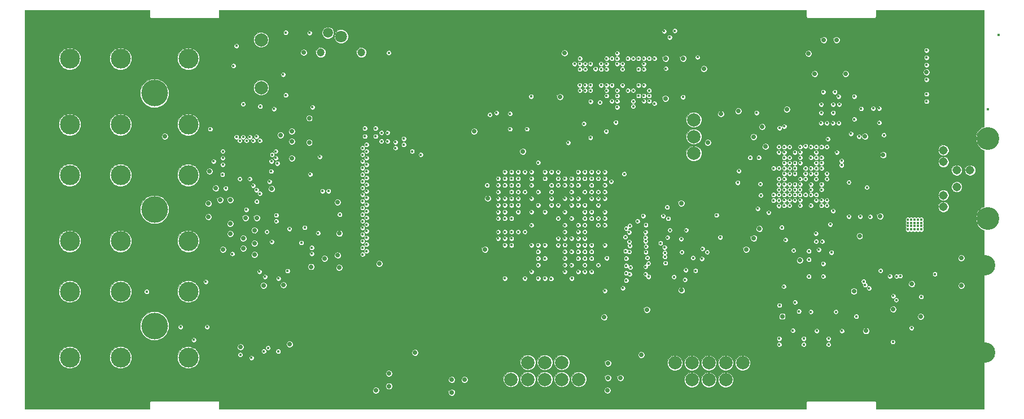
<source format=gbr>
G04 #@! TF.FileFunction,Copper,L6,Inr,Plane*
%FSLAX46Y46*%
G04 Gerber Fmt 4.6, Leading zero omitted, Abs format (unit mm)*
G04 Created by KiCad (PCBNEW 4.0.7-e2-6376~58~ubuntu16.04.1) date Fri Mar 23 14:58:26 2018*
%MOMM*%
%LPD*%
G01*
G04 APERTURE LIST*
%ADD10C,0.125000*%
%ADD11C,4.000000*%
%ADD12C,3.000000*%
%ADD13C,2.000000*%
%ADD14C,1.200000*%
%ADD15C,1.500000*%
%ADD16C,1.800000*%
%ADD17C,3.416000*%
%ADD18C,1.308000*%
%ADD19C,3.048000*%
%ADD20C,0.700000*%
%ADD21C,0.450000*%
%ADD22C,0.102000*%
G04 APERTURE END LIST*
D10*
D11*
X127000000Y-106500000D03*
D12*
X114300000Y-111250000D03*
X121920000Y-111250000D03*
X132080000Y-111250000D03*
X132080000Y-101340000D03*
X121920000Y-101340000D03*
X114300000Y-101340000D03*
D13*
X180470000Y-149540000D03*
X180470000Y-147000000D03*
X183010000Y-147000000D03*
X183010000Y-149540000D03*
X188090000Y-149540000D03*
X190630000Y-149540000D03*
X190630000Y-147000000D03*
X188090000Y-147000000D03*
X185550000Y-147000000D03*
X185550000Y-149540000D03*
D14*
X151950000Y-100400000D03*
X158050000Y-100400000D03*
D15*
X153000000Y-97450000D03*
D16*
X155000000Y-98000000D03*
D15*
X157000000Y-97450000D03*
D11*
X127000000Y-124000000D03*
D12*
X114300000Y-128750000D03*
X121920000Y-128750000D03*
X132080000Y-128750000D03*
X132080000Y-118840000D03*
X121920000Y-118840000D03*
X114300000Y-118840000D03*
D17*
X252050000Y-113330000D03*
X252050000Y-125370000D03*
D18*
X247340000Y-120600000D03*
X247340000Y-118100000D03*
X249340000Y-118100000D03*
X249340000Y-120600000D03*
X245340000Y-115100000D03*
X245340000Y-116850000D03*
X245340000Y-119350000D03*
X245340000Y-121850000D03*
X245340000Y-123600000D03*
D11*
X127000000Y-141500000D03*
D12*
X114300000Y-146250000D03*
X121920000Y-146250000D03*
X132080000Y-146250000D03*
X132080000Y-136340000D03*
X121920000Y-136340000D03*
X114300000Y-136340000D03*
D13*
X143000000Y-98500000D03*
X143000000Y-105700000D03*
D19*
X251591220Y-132379020D03*
X251591220Y-145520980D03*
D13*
X215230000Y-147060000D03*
X215230000Y-149600000D03*
X212690000Y-149600000D03*
X212690000Y-147060000D03*
X207610000Y-147060000D03*
X205070000Y-147060000D03*
X205070000Y-149600000D03*
X207610000Y-149600000D03*
X210150000Y-149600000D03*
X210150000Y-147060000D03*
X207900000Y-110510000D03*
X207900000Y-113050000D03*
X207900000Y-115550000D03*
D20*
X128550000Y-113000000D03*
D21*
X184550000Y-132350000D03*
X189600000Y-134350000D03*
X183550000Y-129350000D03*
D20*
X154500000Y-130900000D03*
X150200000Y-113900000D03*
X150200000Y-110250000D03*
X209400000Y-102850000D03*
X137272680Y-130017552D03*
X182275000Y-115250000D03*
X187825000Y-107050000D03*
D21*
X232269117Y-140080883D03*
X228000000Y-113400000D03*
X143850000Y-127350000D03*
X149050000Y-129000000D03*
X221650000Y-128550000D03*
X228550000Y-130450000D03*
X227150000Y-128800000D03*
X227300000Y-132150000D03*
X227300000Y-134050000D03*
D20*
X174950000Y-112250000D03*
D21*
X176900000Y-120350000D03*
X178300000Y-109450000D03*
X229350000Y-115400000D03*
X217650000Y-116200000D03*
D20*
X236300000Y-115800000D03*
X218650000Y-114550000D03*
X216850000Y-113050000D03*
X231900000Y-136250000D03*
X237800000Y-139000000D03*
X206050000Y-136150000D03*
D21*
X224650000Y-119400000D03*
X224650000Y-121800000D03*
D20*
X145900000Y-112800000D03*
X210000000Y-113950000D03*
X211950000Y-109650000D03*
X206000000Y-123050000D03*
X203650000Y-107300000D03*
X188500000Y-100500000D03*
X203700000Y-101300000D03*
X206300000Y-101300000D03*
X154700000Y-127600000D03*
D21*
X194850000Y-131300000D03*
X191550000Y-126350000D03*
X185550000Y-119350000D03*
X183550000Y-122350000D03*
X179550000Y-134350000D03*
X164400000Y-113350000D03*
X163150000Y-113850000D03*
X180330000Y-109600000D03*
X180330000Y-111900000D03*
X225150000Y-134070000D03*
X150250000Y-97450000D03*
X236400000Y-112800000D03*
X235900000Y-133200000D03*
X140776406Y-124027566D03*
X142800000Y-113650000D03*
X144500000Y-118250000D03*
X225450000Y-116200000D03*
X227850000Y-114600000D03*
X185550000Y-124350000D03*
X191550000Y-130350000D03*
X184550000Y-121350000D03*
X179550000Y-127350000D03*
X188562505Y-129341249D03*
X189550000Y-130350000D03*
X188550000Y-131350000D03*
X192550000Y-133350000D03*
X188550000Y-130350000D03*
X219850000Y-121800000D03*
X188550000Y-127350000D03*
X227050000Y-123400000D03*
X188550000Y-124350000D03*
X192550000Y-122350000D03*
X191550000Y-119350000D03*
X200400000Y-107700000D03*
X197200000Y-105300000D03*
X201992010Y-108055492D03*
X190562505Y-127341249D03*
X194550000Y-129350000D03*
X195600000Y-107700000D03*
X190800000Y-101300000D03*
X196400000Y-107700000D03*
X200400000Y-105300000D03*
X196400000Y-101300000D03*
X200400000Y-101300000D03*
X193550000Y-125350000D03*
X202000000Y-101300000D03*
X183550000Y-118350000D03*
X194550000Y-118350000D03*
X197200000Y-102900000D03*
X178550000Y-123350000D03*
X192407990Y-107760617D03*
X188550000Y-120350000D03*
X189562505Y-128341249D03*
X194800000Y-101300000D03*
X180550000Y-119350000D03*
X198807990Y-107729241D03*
X181550000Y-122350000D03*
X200400000Y-102900000D03*
X198800000Y-101300000D03*
X222250000Y-123400000D03*
D20*
X176600000Y-130000000D03*
X177000000Y-122350000D03*
D21*
X184550000Y-116950000D03*
D20*
X194450000Y-140200000D03*
X200850000Y-139050000D03*
X200000000Y-145850000D03*
X194999541Y-147099483D03*
D21*
X183500000Y-107000000D03*
X185550000Y-129350000D03*
X183550000Y-126350000D03*
X184550000Y-123350000D03*
X183550000Y-124350000D03*
X189550000Y-123350000D03*
X187550000Y-125350000D03*
X188550000Y-122350000D03*
X187550000Y-123350000D03*
X187550000Y-128350000D03*
X186550000Y-122350000D03*
D20*
X147250000Y-144250000D03*
X147600000Y-112250000D03*
X138350000Y-127650000D03*
X140300000Y-128350000D03*
X160700000Y-132150000D03*
X150500000Y-132600000D03*
X143350000Y-135400000D03*
D21*
X229650000Y-111000000D03*
X235700000Y-108800000D03*
X229700000Y-108200000D03*
X231950000Y-107000000D03*
X229600000Y-107000000D03*
D20*
X139900000Y-144700000D03*
X152500000Y-131375000D03*
X154700000Y-132750000D03*
D21*
X132900000Y-143600000D03*
D20*
X240600000Y-135200000D03*
X241900000Y-140100000D03*
X233700000Y-142250000D03*
X221150000Y-140050000D03*
X135250000Y-118250000D03*
X146350000Y-135350000D03*
X221850000Y-108950000D03*
X135100000Y-123100000D03*
X138350000Y-122550000D03*
X142000000Y-130800000D03*
X142000000Y-127100000D03*
D21*
X146951500Y-133232880D03*
D20*
X242800000Y-103350000D03*
X166100000Y-145500000D03*
D21*
X141550000Y-146300000D03*
X140300000Y-108150000D03*
X161950000Y-113750000D03*
X161950000Y-112450000D03*
X160150000Y-113000000D03*
X160150000Y-111800000D03*
X137250000Y-115250000D03*
X139300000Y-113100000D03*
X223850000Y-114600000D03*
X220750000Y-111750000D03*
X221450000Y-114600000D03*
X130925000Y-141650000D03*
X135350000Y-111900000D03*
X150700000Y-108600000D03*
X206275000Y-107075000D03*
X223050000Y-117800000D03*
X204275000Y-98114021D03*
X138672680Y-130667552D03*
X222250000Y-118600000D03*
X221450000Y-116200000D03*
X144925000Y-108875000D03*
X208450000Y-101100000D03*
D20*
X154450000Y-122900000D03*
X223800000Y-131650000D03*
D21*
X225450000Y-123400000D03*
X223650000Y-139325000D03*
D20*
X194950000Y-151200000D03*
D21*
X150350000Y-118700000D03*
D20*
X147600000Y-116300000D03*
X149400000Y-100400000D03*
D21*
X153103604Y-121215048D03*
D20*
X248000000Y-131300000D03*
X229300000Y-98500000D03*
X227400000Y-98500000D03*
X225100000Y-100550000D03*
X196899541Y-149299483D03*
X194999541Y-149299483D03*
X171586931Y-151496661D03*
X160200000Y-151200000D03*
X171586931Y-149596661D03*
X173486931Y-149596661D03*
X162150000Y-150550000D03*
X162150000Y-148650000D03*
D21*
X244050000Y-133700000D03*
X225450000Y-139375000D03*
X229200000Y-139375000D03*
D20*
X215750000Y-130000000D03*
D21*
X224650000Y-117800000D03*
X224650000Y-114450000D03*
X222850000Y-130150000D03*
X221450000Y-119400000D03*
X219850000Y-117800000D03*
X222250000Y-114600000D03*
X220650000Y-119400000D03*
D20*
X214550000Y-109200000D03*
D21*
X231450000Y-112600000D03*
X217300000Y-109450000D03*
X216350000Y-116200000D03*
X228800000Y-124200000D03*
D20*
X217750000Y-126900000D03*
X216900000Y-128300000D03*
X235850000Y-125000000D03*
X218150000Y-111550000D03*
X232750000Y-127950000D03*
X230650000Y-103600000D03*
D21*
X221450000Y-123400000D03*
X223850000Y-123400000D03*
X225450000Y-121800000D03*
X227850000Y-122600000D03*
X234350000Y-125100000D03*
X232850000Y-125050000D03*
X226250000Y-117000000D03*
D20*
X233575000Y-113025000D03*
D21*
X227850000Y-119400000D03*
X145200000Y-116250000D03*
X184550000Y-134350000D03*
X144650000Y-115750000D03*
X183550000Y-133350000D03*
X145423434Y-117069047D03*
X185550000Y-134350000D03*
X144550000Y-116750000D03*
X186500000Y-134400000D03*
X144250000Y-119800000D03*
X226650000Y-130030000D03*
X143578410Y-134109012D03*
X144030000Y-144800000D03*
X225150000Y-131530000D03*
X226250000Y-121800000D03*
X142740000Y-133350000D03*
X142800000Y-121600000D03*
X226250000Y-128800000D03*
X145600000Y-134370000D03*
X145560000Y-145320000D03*
X225150000Y-130260000D03*
X226250000Y-122600000D03*
X238300000Y-134050000D03*
X227050000Y-116200000D03*
X237300000Y-134000000D03*
X226250000Y-117800000D03*
X238849273Y-133995073D03*
X226250000Y-118600000D03*
X242000000Y-137125000D03*
X225450000Y-114600000D03*
X237800000Y-137000000D03*
X225450000Y-117800000D03*
X238250000Y-137600000D03*
X223062331Y-137942055D03*
X221400000Y-135575000D03*
X225450000Y-118600000D03*
X151800000Y-116075000D03*
X144600000Y-128850000D03*
X203450000Y-97200000D03*
X227050000Y-117000000D03*
X223850000Y-120200000D03*
X197618452Y-128147437D03*
X223807990Y-121000000D03*
X200700000Y-130392010D03*
X223807990Y-121800000D03*
X199450000Y-125750000D03*
X223842010Y-122592291D03*
X200700000Y-126300000D03*
X197650000Y-130250000D03*
X223050000Y-118600000D03*
X206000000Y-128430988D03*
X214480988Y-119950000D03*
X223050000Y-120200000D03*
X197250000Y-135807990D03*
X223050000Y-121000000D03*
X200667794Y-128757990D03*
X211300000Y-124850000D03*
X223050000Y-121800000D03*
X223023979Y-122600000D03*
X221100000Y-126700000D03*
X197750000Y-126850000D03*
X203292354Y-124965980D03*
X214650000Y-118200000D03*
X222250000Y-117800000D03*
X217879473Y-120157173D03*
X222250000Y-120200000D03*
X200650000Y-132600000D03*
X217477193Y-123877193D03*
X208150000Y-133200000D03*
X222250000Y-121000000D03*
X200650000Y-133700000D03*
X211872821Y-128167754D03*
X222250000Y-121800000D03*
X203950000Y-128200000D03*
X204082408Y-125357990D03*
X222250000Y-122600000D03*
X200642001Y-127407990D03*
X206750000Y-127100000D03*
X221450000Y-117800000D03*
X203500000Y-129700000D03*
X221450000Y-118600000D03*
X207777193Y-131277194D03*
X217947329Y-121857058D03*
X203550000Y-131100000D03*
X221450000Y-120200000D03*
X221450000Y-121000000D03*
X194550000Y-136200000D03*
X209197806Y-129897807D03*
X198300000Y-129450000D03*
X221450000Y-121800000D03*
X209900000Y-130400000D03*
X221450000Y-122600000D03*
X206100000Y-130400000D03*
X188550000Y-126350000D03*
X220650000Y-117800000D03*
X220650000Y-120200000D03*
X203650000Y-132050000D03*
X220650000Y-121000000D03*
X197750000Y-134650000D03*
X219118633Y-124457990D03*
X206550000Y-134550000D03*
X220650000Y-121800000D03*
X197750000Y-133550000D03*
X220650000Y-122642010D03*
X206700000Y-133100000D03*
X197750000Y-132450000D03*
X220650000Y-123426021D03*
X209100000Y-131400000D03*
X197750000Y-131350000D03*
X204927193Y-134127193D03*
X219850000Y-122642010D03*
X188550000Y-128350000D03*
X203900000Y-123650000D03*
X226250000Y-115400000D03*
X182870000Y-111900000D03*
X190550000Y-122350000D03*
X227050000Y-114600000D03*
X187550000Y-129350000D03*
X184550000Y-129350000D03*
X185550000Y-131350000D03*
X184550000Y-131350000D03*
X184550000Y-130350000D03*
X220745614Y-138400000D03*
X223850000Y-119400000D03*
X227050000Y-122600000D03*
X225450000Y-120200000D03*
X227850000Y-123400000D03*
X225450000Y-121000000D03*
X177300000Y-109750000D03*
X162150000Y-100450000D03*
X182550000Y-127350000D03*
X188550000Y-133350000D03*
X200300000Y-124942010D03*
X190550000Y-128350000D03*
X203549041Y-130492010D03*
X190550000Y-130350000D03*
X198212530Y-130355012D03*
X192550000Y-130350000D03*
X198293899Y-126429314D03*
X191550000Y-127350000D03*
X190550000Y-129350000D03*
X204300000Y-127100000D03*
X201100000Y-134100000D03*
X193550000Y-132350000D03*
X200620804Y-128198656D03*
X191550000Y-129350000D03*
X198192307Y-127407990D03*
X191550000Y-128350000D03*
X198209302Y-128843799D03*
X192550000Y-129350000D03*
X202900000Y-129050000D03*
X190550000Y-131350000D03*
X186550000Y-123350000D03*
X200703100Y-129557990D03*
X192550000Y-131350000D03*
X200940885Y-131257990D03*
X191550000Y-131350000D03*
X198273998Y-133723617D03*
X188550000Y-132350000D03*
X198389188Y-132715199D03*
X191550000Y-132350000D03*
X201092717Y-132091943D03*
X189550000Y-132350000D03*
X226200000Y-127600000D03*
X226242010Y-119410000D03*
X228360000Y-126210000D03*
X227050000Y-120200000D03*
X232675000Y-113025000D03*
X227050000Y-117800000D03*
X233850000Y-120675000D03*
X227050000Y-121000000D03*
X227850000Y-118600000D03*
X231150000Y-125050000D03*
X231150000Y-119900000D03*
X230070000Y-116675000D03*
X230070000Y-117325000D03*
D20*
X147600000Y-113750000D03*
D21*
X240000000Y-127000000D03*
X240000000Y-126500000D03*
X240000000Y-126000000D03*
X240000000Y-125500000D03*
X240500000Y-125500000D03*
X240500000Y-126000000D03*
X241000000Y-126500000D03*
X240500000Y-126500000D03*
X240500000Y-127000000D03*
X241000000Y-127000000D03*
X241500000Y-127000000D03*
X242000000Y-127000000D03*
X242000000Y-126500000D03*
X242000000Y-126000000D03*
X242000000Y-125500000D03*
X241500000Y-125500000D03*
X241000000Y-125500000D03*
X241000000Y-126000000D03*
X241500000Y-126000000D03*
X241500000Y-126500000D03*
D20*
X136200000Y-120800000D03*
X135100000Y-125100000D03*
X136850000Y-122550000D03*
X138350000Y-126150000D03*
X144600000Y-120900000D03*
X140650000Y-125260000D03*
X142350000Y-125260000D03*
X142000000Y-129100000D03*
X140300000Y-129850000D03*
D21*
X146700000Y-97400000D03*
X134900000Y-141650000D03*
X137200000Y-118750000D03*
X135850000Y-116750000D03*
X139800000Y-113650000D03*
X223050000Y-117000000D03*
X222250000Y-117000000D03*
X142850000Y-108500000D03*
D20*
X226050000Y-103600000D03*
X176650000Y-133150000D03*
X175100000Y-130000000D03*
X175500000Y-122350000D03*
X176900000Y-125800000D03*
X188500000Y-136200000D03*
X197200000Y-137650000D03*
X172336931Y-140996661D03*
X148750000Y-144250000D03*
X154500000Y-129400000D03*
X154450000Y-121400000D03*
X150200000Y-115400000D03*
X150200000Y-111750000D03*
X209400000Y-104350000D03*
D21*
X186025000Y-116950000D03*
D20*
X183775000Y-115250000D03*
X187825000Y-105550000D03*
X217250000Y-130000000D03*
X160700000Y-133650000D03*
X150500000Y-134100000D03*
X141850000Y-135400000D03*
D21*
X250525000Y-109225000D03*
X156400000Y-110900000D03*
X158200000Y-132750000D03*
X158200000Y-135750000D03*
X157650000Y-136250000D03*
X157650000Y-135250000D03*
X229700000Y-109450000D03*
X222300000Y-131650000D03*
X225100000Y-127600000D03*
X231712008Y-139572981D03*
X216350000Y-117792010D03*
X224650000Y-117000000D03*
X224650000Y-115400000D03*
X221750000Y-130150000D03*
X223050000Y-119400000D03*
X218350000Y-117800000D03*
X229100000Y-113400000D03*
D20*
X216050000Y-109200000D03*
X196950000Y-151200000D03*
X141912500Y-117862500D03*
X140187500Y-117862500D03*
X141912500Y-116137500D03*
X140187500Y-116137500D03*
X240600000Y-133700000D03*
X232200000Y-142250000D03*
D21*
X242000000Y-131500000D03*
X241500000Y-131500000D03*
X241000000Y-131500000D03*
X240500000Y-131500000D03*
X240000000Y-131500000D03*
X240000000Y-131000000D03*
X240000000Y-130500000D03*
X240000000Y-130000000D03*
X242000000Y-131000000D03*
X242000000Y-130500000D03*
X241000000Y-130000000D03*
X242000000Y-130000000D03*
X241000000Y-130500000D03*
X240500000Y-130000000D03*
X240500000Y-130500000D03*
X240500000Y-131000000D03*
X241000000Y-131000000D03*
X241500000Y-131000000D03*
X241500000Y-130500000D03*
X241500000Y-130000000D03*
X222950000Y-113450000D03*
D20*
X139900000Y-143200000D03*
X144850000Y-135350000D03*
D21*
X223150000Y-128550000D03*
X218400000Y-109450000D03*
X228400000Y-132150000D03*
X227300000Y-135550000D03*
D20*
X177950000Y-112250000D03*
D21*
X175400000Y-120350000D03*
X184900000Y-110700000D03*
X178300000Y-108350000D03*
X229900000Y-124200000D03*
X218750000Y-116200000D03*
D20*
X219250000Y-126900000D03*
X218400000Y-128300000D03*
X235850000Y-123500000D03*
X223350000Y-108950000D03*
X236300000Y-114300000D03*
X219650000Y-111550000D03*
X216850000Y-114550000D03*
X218650000Y-113050000D03*
X234250000Y-127950000D03*
X246100000Y-131300000D03*
X247050000Y-131300000D03*
X248009820Y-142450120D03*
X231900000Y-134750000D03*
X236300000Y-139000000D03*
X186350000Y-138850000D03*
X173950000Y-132600000D03*
X178000000Y-135900000D03*
X204050000Y-136150000D03*
D21*
X224650000Y-121000000D03*
D20*
X229700000Y-122950000D03*
X142000000Y-132300000D03*
X145900000Y-114300000D03*
D21*
X146951500Y-131297400D03*
X144400000Y-133330000D03*
X144400000Y-130130000D03*
X145200000Y-130930000D03*
X145200000Y-131730000D03*
X145200000Y-132530000D03*
D20*
X152600000Y-123850000D03*
X152500000Y-129550000D03*
X145250000Y-127850000D03*
X242925000Y-109050000D03*
X242800000Y-105550000D03*
X228350000Y-98500000D03*
X225100000Y-98550000D03*
X211950000Y-106650000D03*
X208000000Y-123050000D03*
X205150000Y-107300000D03*
X188500000Y-102000000D03*
X206300000Y-105800000D03*
X203700000Y-105800000D03*
D21*
X188550000Y-121350000D03*
D20*
X152500000Y-132850000D03*
X154700000Y-134250000D03*
X154700000Y-126100000D03*
X197450000Y-140200000D03*
X200850000Y-141050000D03*
X195949541Y-149299483D03*
D21*
X180500000Y-107000000D03*
X194850000Y-132350000D03*
X192550000Y-126350000D03*
X185550000Y-122350000D03*
X186550000Y-119350000D03*
X183550000Y-121350000D03*
X191550000Y-122350000D03*
X179550000Y-126350000D03*
X193550000Y-129350000D03*
X188550000Y-134350000D03*
X183550000Y-127350000D03*
D20*
X166950000Y-113700000D03*
X165650000Y-113700000D03*
X166100000Y-143500000D03*
X173586931Y-151496661D03*
X160200000Y-149200000D03*
X172536931Y-149596661D03*
X162150000Y-149600000D03*
D21*
X227450000Y-148200000D03*
X244400000Y-148200000D03*
X144907990Y-117750000D03*
X182870000Y-109600000D03*
X219750000Y-130260000D03*
X141550000Y-143800000D03*
X224400000Y-141300000D03*
X220700000Y-141300000D03*
X234750000Y-120675000D03*
X219850000Y-123426021D03*
X162150000Y-98550000D03*
X234750000Y-115750000D03*
X232750000Y-126500000D03*
X232750000Y-123350000D03*
X232250000Y-119900000D03*
X234450000Y-114300000D03*
X231950000Y-116000000D03*
X229890000Y-127300000D03*
X241690000Y-138110000D03*
X219850000Y-118617010D03*
X227050000Y-119400000D03*
X228100000Y-141300000D03*
X251175000Y-97275000D03*
X252025000Y-108900000D03*
X185550000Y-130350000D03*
X187550000Y-131350000D03*
X183550000Y-134350000D03*
X181550000Y-133350000D03*
X182550000Y-131350000D03*
X179550000Y-132350000D03*
X135350000Y-110400000D03*
X179550000Y-121350000D03*
X192400000Y-101300000D03*
X182550000Y-120350000D03*
X198000000Y-102100000D03*
X142276406Y-124027566D03*
X195600000Y-102900000D03*
X195600000Y-106900000D03*
X198000000Y-102900000D03*
X201200000Y-102900000D03*
X202000000Y-102900000D03*
X178550000Y-118350000D03*
X225450000Y-119400000D03*
X179550000Y-133350000D03*
X201200000Y-102100000D03*
X181550000Y-131350000D03*
X185550000Y-123350000D03*
X195600000Y-106100000D03*
X190772807Y-107672807D03*
X194550000Y-134350000D03*
X219850000Y-115400000D03*
X194550000Y-123350000D03*
X185550000Y-128350000D03*
X200400000Y-106100000D03*
X187550000Y-122350000D03*
X178550000Y-132350000D03*
X189562505Y-129341249D03*
X188550000Y-123350000D03*
X189550000Y-118350000D03*
X138672680Y-129167552D03*
X190550000Y-121350000D03*
X189550000Y-124350000D03*
X183550000Y-123350000D03*
X183550000Y-131350000D03*
X190550000Y-124350000D03*
X180550000Y-124350000D03*
X184550000Y-125350000D03*
X186550000Y-125350000D03*
X192550000Y-128350000D03*
X183550000Y-125350000D03*
X184550000Y-128350000D03*
X220650000Y-116200000D03*
X193200000Y-106100000D03*
X181550000Y-129350000D03*
X179550000Y-130350000D03*
X184550000Y-126350000D03*
X187550000Y-127350000D03*
X190550000Y-132350000D03*
X186550000Y-124350000D03*
X228650000Y-121000000D03*
X189562505Y-127341249D03*
X185550000Y-126350000D03*
X227850000Y-121000000D03*
X198800000Y-102900000D03*
X227850000Y-115400000D03*
X184550000Y-122350000D03*
X199600000Y-106100000D03*
X193550000Y-131350000D03*
X227850000Y-117000000D03*
X181550000Y-128350000D03*
X187550000Y-133350000D03*
X227850000Y-120200000D03*
D20*
X242925000Y-97450000D03*
D21*
X181550000Y-130350000D03*
X178550000Y-129350000D03*
X195600000Y-102100000D03*
X199600000Y-102100000D03*
X180550000Y-130350000D03*
X223050000Y-114600000D03*
X228650000Y-114600000D03*
X219823978Y-114600000D03*
X223050000Y-123400000D03*
X178550000Y-134350000D03*
X181550000Y-132350000D03*
X226250000Y-121000000D03*
X220650000Y-117000000D03*
X184550000Y-133350000D03*
X183550000Y-130350000D03*
X182550000Y-132350000D03*
X227850000Y-121800000D03*
X193550000Y-120350000D03*
X202000000Y-106100000D03*
X187550000Y-130350000D03*
X198800000Y-105300000D03*
X197200000Y-106100000D03*
X225450000Y-115400000D03*
X184550000Y-124350000D03*
X219850000Y-116200000D03*
X237750000Y-143900000D03*
X240550000Y-141800000D03*
X226350000Y-142250000D03*
X222750000Y-142200000D03*
X224400000Y-143400000D03*
X220700000Y-143400000D03*
X233575000Y-135350000D03*
X224400000Y-144300000D03*
X220700000Y-144300000D03*
X233375000Y-134800000D03*
X150600000Y-130650000D03*
X180550000Y-129350000D03*
X154800000Y-124750000D03*
X179550000Y-129350000D03*
X179550000Y-128350000D03*
X145250000Y-124850000D03*
X140800000Y-113650000D03*
X142300000Y-113025000D03*
X205025000Y-97125000D03*
X226250000Y-116200000D03*
X141300000Y-113100000D03*
X142350000Y-122800000D03*
X139800000Y-119400000D03*
X151550000Y-127550000D03*
X149553604Y-126715868D03*
X147250000Y-126900000D03*
X152203604Y-121215048D03*
X141800000Y-113650000D03*
X140300000Y-113100000D03*
X138850000Y-102400000D03*
X137250000Y-116250000D03*
X139300000Y-99400000D03*
X146300000Y-103700000D03*
X137250000Y-117250000D03*
X146700000Y-106800000D03*
X222250000Y-116200000D03*
X143400000Y-145300000D03*
X221456055Y-111505769D03*
X139875000Y-145825000D03*
X223850000Y-115400000D03*
X158800000Y-124250000D03*
X181550000Y-123350000D03*
X158200000Y-124750000D03*
X179550000Y-123350000D03*
X158800000Y-125250000D03*
X180550000Y-123350000D03*
X158200000Y-125750000D03*
X181550000Y-124350000D03*
X158800000Y-126250000D03*
X178550000Y-124350000D03*
X158200000Y-126750000D03*
X179550000Y-124350000D03*
X178550000Y-125350000D03*
X158800000Y-127250000D03*
X158200000Y-128750000D03*
X181550000Y-127350000D03*
X158800000Y-129250000D03*
X178550000Y-127350000D03*
X158200000Y-129750000D03*
X180550000Y-127350000D03*
X158800000Y-130250000D03*
X180550000Y-128350000D03*
X158550000Y-113000000D03*
X158550000Y-111800000D03*
X161050000Y-112450000D03*
X161050000Y-113750000D03*
X158800000Y-116250000D03*
X181550000Y-119350000D03*
X158800000Y-118250000D03*
X178550000Y-119350000D03*
X158200000Y-116750000D03*
X180550000Y-118350000D03*
X158800000Y-117250000D03*
X179550000Y-118350000D03*
X158200000Y-117750000D03*
X179550000Y-119350000D03*
X158200000Y-118750000D03*
X180550000Y-120350000D03*
X158200000Y-120750000D03*
X182550000Y-121350000D03*
X158800000Y-119250000D03*
X178550000Y-120350000D03*
X179550000Y-120350000D03*
X158200000Y-119750000D03*
X158800000Y-120250000D03*
X181550000Y-120350000D03*
X181550000Y-121350000D03*
X158800000Y-121250000D03*
X158800000Y-123250000D03*
X178550000Y-122350000D03*
X158200000Y-121750000D03*
X180550000Y-121350000D03*
X178550000Y-121350000D03*
X158800000Y-122250000D03*
X158200000Y-122750000D03*
X180550000Y-122350000D03*
X179550000Y-122350000D03*
X158200000Y-123750000D03*
X166950000Y-115750000D03*
X158200000Y-115750000D03*
X181550000Y-118350000D03*
X164400000Y-114250000D03*
X158800000Y-114250000D03*
X183550000Y-119350000D03*
X163150000Y-114750000D03*
X158200000Y-114750000D03*
X183550000Y-120350000D03*
X165650000Y-115250000D03*
X182550000Y-118350000D03*
X158800000Y-115250000D03*
X230100000Y-142250000D03*
X228100000Y-144300000D03*
X234175000Y-135850000D03*
X228100000Y-143400000D03*
X141300000Y-119400000D03*
X137700000Y-120800000D03*
X203700000Y-102800000D03*
X195600000Y-101300000D03*
X226250000Y-114600000D03*
X191550000Y-133350000D03*
X224650000Y-118600000D03*
X190550000Y-133350000D03*
X150600000Y-129750000D03*
X145250000Y-125750000D03*
X195600000Y-105300000D03*
X195500000Y-119800000D03*
X189550000Y-121350000D03*
X196400000Y-108600000D03*
X196400000Y-102100000D03*
X193550000Y-122350000D03*
X198800000Y-106100000D03*
X193550000Y-121350000D03*
X198800000Y-108500000D03*
X191550000Y-123350000D03*
X200400000Y-106900000D03*
X190550000Y-126350000D03*
X200400000Y-102100000D03*
X194550000Y-126350000D03*
X191550000Y-124350000D03*
X201200000Y-106900000D03*
X199600000Y-106900000D03*
X191550000Y-125350000D03*
X201200000Y-106100000D03*
X192550000Y-124350000D03*
X199600000Y-102900000D03*
X192550000Y-125350000D03*
X198000000Y-101300000D03*
X194550000Y-122350000D03*
X196200000Y-110900000D03*
X196400000Y-106900000D03*
X189550000Y-122350000D03*
X196400000Y-100500000D03*
X194550000Y-121350000D03*
X192550000Y-121350000D03*
X198000000Y-106100000D03*
X197450000Y-118650000D03*
X196400000Y-106100000D03*
X190550000Y-123350000D03*
X193550000Y-123350000D03*
X197200000Y-102100000D03*
X201200000Y-101300000D03*
X194550000Y-125350000D03*
X189050000Y-113950000D03*
X190800000Y-102900000D03*
X189550000Y-119350000D03*
X193550000Y-126350000D03*
X201207990Y-107701494D03*
X189550000Y-125350000D03*
X199600000Y-105300000D03*
X190800000Y-106100000D03*
X186550000Y-120350000D03*
X186550000Y-118350000D03*
X190800000Y-102100000D03*
X191600000Y-102100000D03*
X191550000Y-118350000D03*
X199600000Y-101300000D03*
X194550000Y-124350000D03*
X186550000Y-121350000D03*
X190789685Y-105304420D03*
X188550000Y-119350000D03*
X191600000Y-102900000D03*
X187550000Y-119350000D03*
X194800000Y-106900000D03*
X187550000Y-118350000D03*
X194800000Y-106100000D03*
X193150000Y-102850000D03*
X192550000Y-118350000D03*
X192400000Y-105300000D03*
X190550000Y-120350000D03*
X194000000Y-105300000D03*
X192550000Y-120350000D03*
X190550000Y-118350000D03*
X191592010Y-106105948D03*
X191400000Y-111100000D03*
X192400000Y-102100000D03*
X190550000Y-119350000D03*
X185550000Y-118350000D03*
X190000000Y-102100000D03*
X187550000Y-120350000D03*
X191592010Y-105300000D03*
X192400000Y-106100000D03*
X192400000Y-113200000D03*
X189550000Y-120350000D03*
X194000000Y-102900000D03*
X193550000Y-119350000D03*
X194000000Y-102100000D03*
X193550000Y-118350000D03*
X191550000Y-121350000D03*
X193800000Y-107900000D03*
X194750000Y-112250000D03*
X192550000Y-119350000D03*
X194800000Y-102900000D03*
X145200000Y-115250000D03*
X182550000Y-134350000D03*
X194550000Y-119350000D03*
X194800000Y-102100000D03*
X194550000Y-120350000D03*
X194800000Y-105300000D03*
X226950000Y-111000000D03*
X223850000Y-117000000D03*
X231950000Y-110427990D03*
X242800000Y-104450000D03*
X223050000Y-115400000D03*
X227000000Y-109450000D03*
X221450000Y-115400000D03*
X233000000Y-108850000D03*
X221450000Y-117000000D03*
X227296978Y-106327800D03*
X220650000Y-114600000D03*
X227000000Y-108200000D03*
X220650000Y-115400000D03*
X235700000Y-110950000D03*
X253600000Y-97750000D03*
X223850000Y-116200000D03*
X180550000Y-125350000D03*
X158200000Y-127750000D03*
X179550000Y-125350000D03*
X158800000Y-128250000D03*
X158202193Y-130747807D03*
X178550000Y-128350000D03*
D20*
X248000000Y-135440060D03*
D21*
X134700000Y-134850000D03*
X142300000Y-121050000D03*
X125850000Y-136350000D03*
X141800000Y-120400000D03*
X242800000Y-100050000D03*
X229046978Y-106327800D03*
X242800000Y-101150000D03*
X228800000Y-109450000D03*
X242800000Y-102250000D03*
X228750000Y-111000000D03*
X227850000Y-111000000D03*
X228800000Y-108200000D03*
X242800000Y-106650000D03*
X234800000Y-108800000D03*
X242800000Y-107750000D03*
D22*
G36*
X126282000Y-95000000D02*
X126298594Y-95083425D01*
X126345851Y-95154149D01*
X126416575Y-95201406D01*
X126500000Y-95218000D01*
X136500000Y-95218000D01*
X136583425Y-95201406D01*
X136654149Y-95154149D01*
X136701406Y-95083425D01*
X136718000Y-95000000D01*
X136718000Y-94051000D01*
X224782000Y-94051000D01*
X224782000Y-95000000D01*
X224798594Y-95083425D01*
X224845851Y-95154149D01*
X224916575Y-95201406D01*
X225000000Y-95218000D01*
X235000000Y-95218000D01*
X235083425Y-95201406D01*
X235154149Y-95154149D01*
X235201406Y-95083425D01*
X235218000Y-95000000D01*
X235218000Y-94051000D01*
X251449000Y-94051000D01*
X251449000Y-111564723D01*
X250997205Y-111751401D01*
X250473241Y-112274452D01*
X250189324Y-112958200D01*
X250188678Y-113698552D01*
X250471401Y-114382795D01*
X250994452Y-114906759D01*
X251449000Y-115095504D01*
X251449000Y-123604723D01*
X250997205Y-123791401D01*
X250473241Y-124314452D01*
X250189324Y-124998200D01*
X250188678Y-125738552D01*
X250471401Y-126422795D01*
X250994452Y-126946759D01*
X251449000Y-127135504D01*
X251449000Y-153949000D01*
X235218000Y-153949000D01*
X235218000Y-153000000D01*
X235201406Y-152916575D01*
X235154149Y-152845851D01*
X235083425Y-152798594D01*
X235000000Y-152782000D01*
X225000000Y-152782000D01*
X224916575Y-152798594D01*
X224845851Y-152845851D01*
X224798594Y-152916575D01*
X224782000Y-153000000D01*
X224782000Y-153949000D01*
X136718000Y-153949000D01*
X136718000Y-153000000D01*
X136701406Y-152916575D01*
X136654149Y-152845851D01*
X136583425Y-152798594D01*
X136500000Y-152782000D01*
X126500000Y-152782000D01*
X126416575Y-152798594D01*
X126345851Y-152845851D01*
X126298594Y-152916575D01*
X126282000Y-153000000D01*
X126282000Y-153949000D01*
X107551000Y-153949000D01*
X107551000Y-151299614D01*
X159696913Y-151299614D01*
X159773329Y-151484554D01*
X159914702Y-151626174D01*
X160099508Y-151702912D01*
X160299614Y-151703087D01*
X160484554Y-151626671D01*
X160515003Y-151596275D01*
X171083844Y-151596275D01*
X171160260Y-151781215D01*
X171301633Y-151922835D01*
X171486439Y-151999573D01*
X171686545Y-151999748D01*
X171871485Y-151923332D01*
X172013105Y-151781959D01*
X172089843Y-151597153D01*
X172090018Y-151397047D01*
X172049760Y-151299614D01*
X194446913Y-151299614D01*
X194523329Y-151484554D01*
X194664702Y-151626174D01*
X194849508Y-151702912D01*
X195049614Y-151703087D01*
X195234554Y-151626671D01*
X195376174Y-151485298D01*
X195452912Y-151300492D01*
X195453087Y-151100386D01*
X195376671Y-150915446D01*
X195235298Y-150773826D01*
X195050492Y-150697088D01*
X194850386Y-150696913D01*
X194665446Y-150773329D01*
X194523826Y-150914702D01*
X194447088Y-151099508D01*
X194446913Y-151299614D01*
X172049760Y-151299614D01*
X172013602Y-151212107D01*
X171872229Y-151070487D01*
X171687423Y-150993749D01*
X171487317Y-150993574D01*
X171302377Y-151069990D01*
X171160757Y-151211363D01*
X171084019Y-151396169D01*
X171083844Y-151596275D01*
X160515003Y-151596275D01*
X160626174Y-151485298D01*
X160702912Y-151300492D01*
X160703087Y-151100386D01*
X160626671Y-150915446D01*
X160485298Y-150773826D01*
X160300492Y-150697088D01*
X160100386Y-150696913D01*
X159915446Y-150773329D01*
X159773826Y-150914702D01*
X159697088Y-151099508D01*
X159696913Y-151299614D01*
X107551000Y-151299614D01*
X107551000Y-150649614D01*
X161646913Y-150649614D01*
X161723329Y-150834554D01*
X161864702Y-150976174D01*
X162049508Y-151052912D01*
X162249614Y-151053087D01*
X162434554Y-150976671D01*
X162576174Y-150835298D01*
X162652912Y-150650492D01*
X162653087Y-150450386D01*
X162576671Y-150265446D01*
X162435298Y-150123826D01*
X162250492Y-150047088D01*
X162050386Y-150046913D01*
X161865446Y-150123329D01*
X161723826Y-150264702D01*
X161647088Y-150449508D01*
X161646913Y-150649614D01*
X107551000Y-150649614D01*
X107551000Y-149696275D01*
X171083844Y-149696275D01*
X171160260Y-149881215D01*
X171301633Y-150022835D01*
X171486439Y-150099573D01*
X171686545Y-150099748D01*
X171871485Y-150023332D01*
X172013105Y-149881959D01*
X172089843Y-149697153D01*
X172089843Y-149696275D01*
X172983844Y-149696275D01*
X173060260Y-149881215D01*
X173201633Y-150022835D01*
X173386439Y-150099573D01*
X173586545Y-150099748D01*
X173771485Y-150023332D01*
X173913105Y-149881959D01*
X173960283Y-149768340D01*
X179316800Y-149768340D01*
X179491964Y-150192269D01*
X179816025Y-150516896D01*
X180239648Y-150692800D01*
X180698340Y-150693200D01*
X181122269Y-150518036D01*
X181446896Y-150193975D01*
X181622800Y-149770352D01*
X181622801Y-149768340D01*
X181856800Y-149768340D01*
X182031964Y-150192269D01*
X182356025Y-150516896D01*
X182779648Y-150692800D01*
X183238340Y-150693200D01*
X183662269Y-150518036D01*
X183986896Y-150193975D01*
X184162800Y-149770352D01*
X184162801Y-149768340D01*
X184396800Y-149768340D01*
X184571964Y-150192269D01*
X184896025Y-150516896D01*
X185319648Y-150692800D01*
X185778340Y-150693200D01*
X186202269Y-150518036D01*
X186526896Y-150193975D01*
X186702800Y-149770352D01*
X186702801Y-149768340D01*
X186936800Y-149768340D01*
X187111964Y-150192269D01*
X187436025Y-150516896D01*
X187859648Y-150692800D01*
X188318340Y-150693200D01*
X188742269Y-150518036D01*
X189066896Y-150193975D01*
X189242800Y-149770352D01*
X189242801Y-149768340D01*
X189476800Y-149768340D01*
X189651964Y-150192269D01*
X189976025Y-150516896D01*
X190399648Y-150692800D01*
X190858340Y-150693200D01*
X191282269Y-150518036D01*
X191606896Y-150193975D01*
X191758721Y-149828340D01*
X206456800Y-149828340D01*
X206631964Y-150252269D01*
X206956025Y-150576896D01*
X207379648Y-150752800D01*
X207838340Y-150753200D01*
X208262269Y-150578036D01*
X208586896Y-150253975D01*
X208762800Y-149830352D01*
X208762801Y-149828340D01*
X208996800Y-149828340D01*
X209171964Y-150252269D01*
X209496025Y-150576896D01*
X209919648Y-150752800D01*
X210378340Y-150753200D01*
X210802269Y-150578036D01*
X211126896Y-150253975D01*
X211302800Y-149830352D01*
X211302801Y-149828340D01*
X211536800Y-149828340D01*
X211711964Y-150252269D01*
X212036025Y-150576896D01*
X212459648Y-150752800D01*
X212918340Y-150753200D01*
X213342269Y-150578036D01*
X213666896Y-150253975D01*
X213842800Y-149830352D01*
X213843200Y-149371660D01*
X213668036Y-148947731D01*
X213343975Y-148623104D01*
X212920352Y-148447200D01*
X212461660Y-148446800D01*
X212037731Y-148621964D01*
X211713104Y-148946025D01*
X211537200Y-149369648D01*
X211536800Y-149828340D01*
X211302801Y-149828340D01*
X211303200Y-149371660D01*
X211128036Y-148947731D01*
X210803975Y-148623104D01*
X210380352Y-148447200D01*
X209921660Y-148446800D01*
X209497731Y-148621964D01*
X209173104Y-148946025D01*
X208997200Y-149369648D01*
X208996800Y-149828340D01*
X208762801Y-149828340D01*
X208763200Y-149371660D01*
X208588036Y-148947731D01*
X208263975Y-148623104D01*
X207840352Y-148447200D01*
X207381660Y-148446800D01*
X206957731Y-148621964D01*
X206633104Y-148946025D01*
X206457200Y-149369648D01*
X206456800Y-149828340D01*
X191758721Y-149828340D01*
X191782800Y-149770352D01*
X191783123Y-149399097D01*
X194496454Y-149399097D01*
X194572870Y-149584037D01*
X194714243Y-149725657D01*
X194899049Y-149802395D01*
X195099155Y-149802570D01*
X195284095Y-149726154D01*
X195425715Y-149584781D01*
X195502453Y-149399975D01*
X195502453Y-149399097D01*
X196396454Y-149399097D01*
X196472870Y-149584037D01*
X196614243Y-149725657D01*
X196799049Y-149802395D01*
X196999155Y-149802570D01*
X197184095Y-149726154D01*
X197325715Y-149584781D01*
X197402453Y-149399975D01*
X197402628Y-149199869D01*
X197326212Y-149014929D01*
X197184839Y-148873309D01*
X197000033Y-148796571D01*
X196799927Y-148796396D01*
X196614987Y-148872812D01*
X196473367Y-149014185D01*
X196396629Y-149198991D01*
X196396454Y-149399097D01*
X195502453Y-149399097D01*
X195502628Y-149199869D01*
X195426212Y-149014929D01*
X195284839Y-148873309D01*
X195100033Y-148796571D01*
X194899927Y-148796396D01*
X194714987Y-148872812D01*
X194573367Y-149014185D01*
X194496629Y-149198991D01*
X194496454Y-149399097D01*
X191783123Y-149399097D01*
X191783200Y-149311660D01*
X191608036Y-148887731D01*
X191283975Y-148563104D01*
X190860352Y-148387200D01*
X190401660Y-148386800D01*
X189977731Y-148561964D01*
X189653104Y-148886025D01*
X189477200Y-149309648D01*
X189476800Y-149768340D01*
X189242801Y-149768340D01*
X189243200Y-149311660D01*
X189068036Y-148887731D01*
X188743975Y-148563104D01*
X188320352Y-148387200D01*
X187861660Y-148386800D01*
X187437731Y-148561964D01*
X187113104Y-148886025D01*
X186937200Y-149309648D01*
X186936800Y-149768340D01*
X186702801Y-149768340D01*
X186703200Y-149311660D01*
X186528036Y-148887731D01*
X186203975Y-148563104D01*
X185780352Y-148387200D01*
X185321660Y-148386800D01*
X184897731Y-148561964D01*
X184573104Y-148886025D01*
X184397200Y-149309648D01*
X184396800Y-149768340D01*
X184162801Y-149768340D01*
X184163200Y-149311660D01*
X183988036Y-148887731D01*
X183663975Y-148563104D01*
X183240352Y-148387200D01*
X182781660Y-148386800D01*
X182357731Y-148561964D01*
X182033104Y-148886025D01*
X181857200Y-149309648D01*
X181856800Y-149768340D01*
X181622801Y-149768340D01*
X181623200Y-149311660D01*
X181448036Y-148887731D01*
X181123975Y-148563104D01*
X180700352Y-148387200D01*
X180241660Y-148386800D01*
X179817731Y-148561964D01*
X179493104Y-148886025D01*
X179317200Y-149309648D01*
X179316800Y-149768340D01*
X173960283Y-149768340D01*
X173989843Y-149697153D01*
X173990018Y-149497047D01*
X173913602Y-149312107D01*
X173772229Y-149170487D01*
X173587423Y-149093749D01*
X173387317Y-149093574D01*
X173202377Y-149169990D01*
X173060757Y-149311363D01*
X172984019Y-149496169D01*
X172983844Y-149696275D01*
X172089843Y-149696275D01*
X172090018Y-149497047D01*
X172013602Y-149312107D01*
X171872229Y-149170487D01*
X171687423Y-149093749D01*
X171487317Y-149093574D01*
X171302377Y-149169990D01*
X171160757Y-149311363D01*
X171084019Y-149496169D01*
X171083844Y-149696275D01*
X107551000Y-149696275D01*
X107551000Y-148749614D01*
X161646913Y-148749614D01*
X161723329Y-148934554D01*
X161864702Y-149076174D01*
X162049508Y-149152912D01*
X162249614Y-149153087D01*
X162434554Y-149076671D01*
X162576174Y-148935298D01*
X162652912Y-148750492D01*
X162653087Y-148550386D01*
X162576671Y-148365446D01*
X162435298Y-148223826D01*
X162250492Y-148147088D01*
X162050386Y-148146913D01*
X161865446Y-148223329D01*
X161723826Y-148364702D01*
X161647088Y-148549508D01*
X161646913Y-148749614D01*
X107551000Y-148749614D01*
X107551000Y-146577359D01*
X112646714Y-146577359D01*
X112897838Y-147185126D01*
X113362428Y-147650528D01*
X113969756Y-147902712D01*
X114627359Y-147903286D01*
X115235126Y-147652162D01*
X115700528Y-147187572D01*
X115952712Y-146580244D01*
X115952714Y-146577359D01*
X120266714Y-146577359D01*
X120517838Y-147185126D01*
X120982428Y-147650528D01*
X121589756Y-147902712D01*
X122247359Y-147903286D01*
X122855126Y-147652162D01*
X123320528Y-147187572D01*
X123572712Y-146580244D01*
X123572714Y-146577359D01*
X130426714Y-146577359D01*
X130677838Y-147185126D01*
X131142428Y-147650528D01*
X131749756Y-147902712D01*
X132407359Y-147903286D01*
X133015126Y-147652162D01*
X133439688Y-147228340D01*
X181856800Y-147228340D01*
X182031964Y-147652269D01*
X182356025Y-147976896D01*
X182779648Y-148152800D01*
X183238340Y-148153200D01*
X183662269Y-147978036D01*
X183986896Y-147653975D01*
X184162800Y-147230352D01*
X184162801Y-147228340D01*
X184396800Y-147228340D01*
X184571964Y-147652269D01*
X184896025Y-147976896D01*
X185319648Y-148152800D01*
X185778340Y-148153200D01*
X186202269Y-147978036D01*
X186526896Y-147653975D01*
X186702800Y-147230352D01*
X186702801Y-147228340D01*
X186936800Y-147228340D01*
X187111964Y-147652269D01*
X187436025Y-147976896D01*
X187859648Y-148152800D01*
X188318340Y-148153200D01*
X188742269Y-147978036D01*
X189066896Y-147653975D01*
X189242800Y-147230352D01*
X189242827Y-147199097D01*
X194496454Y-147199097D01*
X194572870Y-147384037D01*
X194714243Y-147525657D01*
X194899049Y-147602395D01*
X195099155Y-147602570D01*
X195284095Y-147526154D01*
X195425715Y-147384781D01*
X195465760Y-147288340D01*
X203916800Y-147288340D01*
X204091964Y-147712269D01*
X204416025Y-148036896D01*
X204839648Y-148212800D01*
X205298340Y-148213200D01*
X205722269Y-148038036D01*
X206046896Y-147713975D01*
X206222800Y-147290352D01*
X206222801Y-147288340D01*
X206456800Y-147288340D01*
X206631964Y-147712269D01*
X206956025Y-148036896D01*
X207379648Y-148212800D01*
X207838340Y-148213200D01*
X208262269Y-148038036D01*
X208586896Y-147713975D01*
X208762800Y-147290352D01*
X208762801Y-147288340D01*
X208996800Y-147288340D01*
X209171964Y-147712269D01*
X209496025Y-148036896D01*
X209919648Y-148212800D01*
X210378340Y-148213200D01*
X210802269Y-148038036D01*
X211126896Y-147713975D01*
X211302800Y-147290352D01*
X211302801Y-147288340D01*
X211536800Y-147288340D01*
X211711964Y-147712269D01*
X212036025Y-148036896D01*
X212459648Y-148212800D01*
X212918340Y-148213200D01*
X213342269Y-148038036D01*
X213666896Y-147713975D01*
X213842800Y-147290352D01*
X213842801Y-147288340D01*
X214076800Y-147288340D01*
X214251964Y-147712269D01*
X214576025Y-148036896D01*
X214999648Y-148212800D01*
X215458340Y-148213200D01*
X215882269Y-148038036D01*
X216206896Y-147713975D01*
X216382800Y-147290352D01*
X216383200Y-146831660D01*
X216208036Y-146407731D01*
X215883975Y-146083104D01*
X215460352Y-145907200D01*
X215001660Y-145906800D01*
X214577731Y-146081964D01*
X214253104Y-146406025D01*
X214077200Y-146829648D01*
X214076800Y-147288340D01*
X213842801Y-147288340D01*
X213843200Y-146831660D01*
X213668036Y-146407731D01*
X213343975Y-146083104D01*
X212920352Y-145907200D01*
X212461660Y-145906800D01*
X212037731Y-146081964D01*
X211713104Y-146406025D01*
X211537200Y-146829648D01*
X211536800Y-147288340D01*
X211302801Y-147288340D01*
X211303200Y-146831660D01*
X211128036Y-146407731D01*
X210803975Y-146083104D01*
X210380352Y-145907200D01*
X209921660Y-145906800D01*
X209497731Y-146081964D01*
X209173104Y-146406025D01*
X208997200Y-146829648D01*
X208996800Y-147288340D01*
X208762801Y-147288340D01*
X208763200Y-146831660D01*
X208588036Y-146407731D01*
X208263975Y-146083104D01*
X207840352Y-145907200D01*
X207381660Y-145906800D01*
X206957731Y-146081964D01*
X206633104Y-146406025D01*
X206457200Y-146829648D01*
X206456800Y-147288340D01*
X206222801Y-147288340D01*
X206223200Y-146831660D01*
X206048036Y-146407731D01*
X205723975Y-146083104D01*
X205300352Y-145907200D01*
X204841660Y-145906800D01*
X204417731Y-146081964D01*
X204093104Y-146406025D01*
X203917200Y-146829648D01*
X203916800Y-147288340D01*
X195465760Y-147288340D01*
X195502453Y-147199975D01*
X195502628Y-146999869D01*
X195426212Y-146814929D01*
X195284839Y-146673309D01*
X195100033Y-146596571D01*
X194899927Y-146596396D01*
X194714987Y-146672812D01*
X194573367Y-146814185D01*
X194496629Y-146998991D01*
X194496454Y-147199097D01*
X189242827Y-147199097D01*
X189243200Y-146771660D01*
X189068036Y-146347731D01*
X188743975Y-146023104D01*
X188566992Y-145949614D01*
X199496913Y-145949614D01*
X199573329Y-146134554D01*
X199714702Y-146276174D01*
X199899508Y-146352912D01*
X200099614Y-146353087D01*
X200284554Y-146276671D01*
X200426174Y-146135298D01*
X200502912Y-145950492D01*
X200503087Y-145750386D01*
X200426671Y-145565446D01*
X200285298Y-145423826D01*
X200100492Y-145347088D01*
X199900386Y-145346913D01*
X199715446Y-145423329D01*
X199573826Y-145564702D01*
X199497088Y-145749508D01*
X199496913Y-145949614D01*
X188566992Y-145949614D01*
X188320352Y-145847200D01*
X187861660Y-145846800D01*
X187437731Y-146021964D01*
X187113104Y-146346025D01*
X186937200Y-146769648D01*
X186936800Y-147228340D01*
X186702801Y-147228340D01*
X186703200Y-146771660D01*
X186528036Y-146347731D01*
X186203975Y-146023104D01*
X185780352Y-145847200D01*
X185321660Y-145846800D01*
X184897731Y-146021964D01*
X184573104Y-146346025D01*
X184397200Y-146769648D01*
X184396800Y-147228340D01*
X184162801Y-147228340D01*
X184163200Y-146771660D01*
X183988036Y-146347731D01*
X183663975Y-146023104D01*
X183240352Y-145847200D01*
X182781660Y-145846800D01*
X182357731Y-146021964D01*
X182033104Y-146346025D01*
X181857200Y-146769648D01*
X181856800Y-147228340D01*
X133439688Y-147228340D01*
X133480528Y-147187572D01*
X133732712Y-146580244D01*
X133732891Y-146374859D01*
X141171935Y-146374859D01*
X141229361Y-146513840D01*
X141335601Y-146620266D01*
X141474481Y-146677934D01*
X141624859Y-146678065D01*
X141763840Y-146620639D01*
X141870266Y-146514399D01*
X141927934Y-146375519D01*
X141928065Y-146225141D01*
X141870639Y-146086160D01*
X141764399Y-145979734D01*
X141625519Y-145922066D01*
X141475141Y-145921935D01*
X141336160Y-145979361D01*
X141229734Y-146085601D01*
X141172066Y-146224481D01*
X141171935Y-146374859D01*
X133732891Y-146374859D01*
X133733286Y-145922641D01*
X133723873Y-145899859D01*
X139496935Y-145899859D01*
X139554361Y-146038840D01*
X139660601Y-146145266D01*
X139799481Y-146202934D01*
X139949859Y-146203065D01*
X140088840Y-146145639D01*
X140195266Y-146039399D01*
X140252934Y-145900519D01*
X140253065Y-145750141D01*
X140195639Y-145611160D01*
X140089399Y-145504734D01*
X139950519Y-145447066D01*
X139800141Y-145446935D01*
X139661160Y-145504361D01*
X139554734Y-145610601D01*
X139497066Y-145749481D01*
X139496935Y-145899859D01*
X133723873Y-145899859D01*
X133506948Y-145374859D01*
X143021935Y-145374859D01*
X143079361Y-145513840D01*
X143185601Y-145620266D01*
X143324481Y-145677934D01*
X143474859Y-145678065D01*
X143613840Y-145620639D01*
X143720266Y-145514399D01*
X143769903Y-145394859D01*
X145181935Y-145394859D01*
X145239361Y-145533840D01*
X145345601Y-145640266D01*
X145484481Y-145697934D01*
X145634859Y-145698065D01*
X145773840Y-145640639D01*
X145814936Y-145599614D01*
X165596913Y-145599614D01*
X165673329Y-145784554D01*
X165814702Y-145926174D01*
X165999508Y-146002912D01*
X166199614Y-146003087D01*
X166384554Y-145926671D01*
X166526174Y-145785298D01*
X166602912Y-145600492D01*
X166603087Y-145400386D01*
X166526671Y-145215446D01*
X166385298Y-145073826D01*
X166200492Y-144997088D01*
X166000386Y-144996913D01*
X165815446Y-145073329D01*
X165673826Y-145214702D01*
X165597088Y-145399508D01*
X165596913Y-145599614D01*
X145814936Y-145599614D01*
X145880266Y-145534399D01*
X145937934Y-145395519D01*
X145938065Y-145245141D01*
X145880639Y-145106160D01*
X145774399Y-144999734D01*
X145635519Y-144942066D01*
X145485141Y-144941935D01*
X145346160Y-144999361D01*
X145239734Y-145105601D01*
X145182066Y-145244481D01*
X145181935Y-145394859D01*
X143769903Y-145394859D01*
X143777934Y-145375519D01*
X143778065Y-145225141D01*
X143720639Y-145086160D01*
X143614399Y-144979734D01*
X143475519Y-144922066D01*
X143325141Y-144921935D01*
X143186160Y-144979361D01*
X143079734Y-145085601D01*
X143022066Y-145224481D01*
X143021935Y-145374859D01*
X133506948Y-145374859D01*
X133482162Y-145314874D01*
X133017572Y-144849472D01*
X132897501Y-144799614D01*
X139396913Y-144799614D01*
X139473329Y-144984554D01*
X139614702Y-145126174D01*
X139799508Y-145202912D01*
X139999614Y-145203087D01*
X140184554Y-145126671D01*
X140326174Y-144985298D01*
X140372032Y-144874859D01*
X143651935Y-144874859D01*
X143709361Y-145013840D01*
X143815601Y-145120266D01*
X143954481Y-145177934D01*
X144104859Y-145178065D01*
X144243840Y-145120639D01*
X144350266Y-145014399D01*
X144407934Y-144875519D01*
X144408065Y-144725141D01*
X144350639Y-144586160D01*
X144244399Y-144479734D01*
X144105519Y-144422066D01*
X143955141Y-144421935D01*
X143816160Y-144479361D01*
X143709734Y-144585601D01*
X143652066Y-144724481D01*
X143651935Y-144874859D01*
X140372032Y-144874859D01*
X140402912Y-144800492D01*
X140403087Y-144600386D01*
X140326671Y-144415446D01*
X140260954Y-144349614D01*
X146746913Y-144349614D01*
X146823329Y-144534554D01*
X146964702Y-144676174D01*
X147149508Y-144752912D01*
X147349614Y-144753087D01*
X147534554Y-144676671D01*
X147676174Y-144535298D01*
X147742793Y-144374859D01*
X220321935Y-144374859D01*
X220379361Y-144513840D01*
X220485601Y-144620266D01*
X220624481Y-144677934D01*
X220774859Y-144678065D01*
X220913840Y-144620639D01*
X221020266Y-144514399D01*
X221077934Y-144375519D01*
X221077934Y-144374859D01*
X224021935Y-144374859D01*
X224079361Y-144513840D01*
X224185601Y-144620266D01*
X224324481Y-144677934D01*
X224474859Y-144678065D01*
X224613840Y-144620639D01*
X224720266Y-144514399D01*
X224777934Y-144375519D01*
X224777934Y-144374859D01*
X227721935Y-144374859D01*
X227779361Y-144513840D01*
X227885601Y-144620266D01*
X228024481Y-144677934D01*
X228174859Y-144678065D01*
X228313840Y-144620639D01*
X228420266Y-144514399D01*
X228477934Y-144375519D01*
X228478065Y-144225141D01*
X228420639Y-144086160D01*
X228314399Y-143979734D01*
X228302659Y-143974859D01*
X237371935Y-143974859D01*
X237429361Y-144113840D01*
X237535601Y-144220266D01*
X237674481Y-144277934D01*
X237824859Y-144278065D01*
X237963840Y-144220639D01*
X238070266Y-144114399D01*
X238127934Y-143975519D01*
X238128065Y-143825141D01*
X238070639Y-143686160D01*
X237964399Y-143579734D01*
X237825519Y-143522066D01*
X237675141Y-143521935D01*
X237536160Y-143579361D01*
X237429734Y-143685601D01*
X237372066Y-143824481D01*
X237371935Y-143974859D01*
X228302659Y-143974859D01*
X228175519Y-143922066D01*
X228025141Y-143921935D01*
X227886160Y-143979361D01*
X227779734Y-144085601D01*
X227722066Y-144224481D01*
X227721935Y-144374859D01*
X224777934Y-144374859D01*
X224778065Y-144225141D01*
X224720639Y-144086160D01*
X224614399Y-143979734D01*
X224475519Y-143922066D01*
X224325141Y-143921935D01*
X224186160Y-143979361D01*
X224079734Y-144085601D01*
X224022066Y-144224481D01*
X224021935Y-144374859D01*
X221077934Y-144374859D01*
X221078065Y-144225141D01*
X221020639Y-144086160D01*
X220914399Y-143979734D01*
X220775519Y-143922066D01*
X220625141Y-143921935D01*
X220486160Y-143979361D01*
X220379734Y-144085601D01*
X220322066Y-144224481D01*
X220321935Y-144374859D01*
X147742793Y-144374859D01*
X147752912Y-144350492D01*
X147753087Y-144150386D01*
X147676671Y-143965446D01*
X147535298Y-143823826D01*
X147350492Y-143747088D01*
X147150386Y-143746913D01*
X146965446Y-143823329D01*
X146823826Y-143964702D01*
X146747088Y-144149508D01*
X146746913Y-144349614D01*
X140260954Y-144349614D01*
X140185298Y-144273826D01*
X140000492Y-144197088D01*
X139800386Y-144196913D01*
X139615446Y-144273329D01*
X139473826Y-144414702D01*
X139397088Y-144599508D01*
X139396913Y-144799614D01*
X132897501Y-144799614D01*
X132410244Y-144597288D01*
X131752641Y-144596714D01*
X131144874Y-144847838D01*
X130679472Y-145312428D01*
X130427288Y-145919756D01*
X130426714Y-146577359D01*
X123572714Y-146577359D01*
X123573286Y-145922641D01*
X123322162Y-145314874D01*
X122857572Y-144849472D01*
X122250244Y-144597288D01*
X121592641Y-144596714D01*
X120984874Y-144847838D01*
X120519472Y-145312428D01*
X120267288Y-145919756D01*
X120266714Y-146577359D01*
X115952714Y-146577359D01*
X115953286Y-145922641D01*
X115702162Y-145314874D01*
X115237572Y-144849472D01*
X114630244Y-144597288D01*
X113972641Y-144596714D01*
X113364874Y-144847838D01*
X112899472Y-145312428D01*
X112647288Y-145919756D01*
X112646714Y-146577359D01*
X107551000Y-146577359D01*
X107551000Y-143674859D01*
X132521935Y-143674859D01*
X132579361Y-143813840D01*
X132685601Y-143920266D01*
X132824481Y-143977934D01*
X132974859Y-143978065D01*
X133113840Y-143920639D01*
X133220266Y-143814399D01*
X133277934Y-143675519D01*
X133278065Y-143525141D01*
X133257289Y-143474859D01*
X220321935Y-143474859D01*
X220379361Y-143613840D01*
X220485601Y-143720266D01*
X220624481Y-143777934D01*
X220774859Y-143778065D01*
X220913840Y-143720639D01*
X221020266Y-143614399D01*
X221077934Y-143475519D01*
X221077934Y-143474859D01*
X224021935Y-143474859D01*
X224079361Y-143613840D01*
X224185601Y-143720266D01*
X224324481Y-143777934D01*
X224474859Y-143778065D01*
X224613840Y-143720639D01*
X224720266Y-143614399D01*
X224777934Y-143475519D01*
X224777934Y-143474859D01*
X227721935Y-143474859D01*
X227779361Y-143613840D01*
X227885601Y-143720266D01*
X228024481Y-143777934D01*
X228174859Y-143778065D01*
X228313840Y-143720639D01*
X228420266Y-143614399D01*
X228477934Y-143475519D01*
X228478065Y-143325141D01*
X228420639Y-143186160D01*
X228314399Y-143079734D01*
X228175519Y-143022066D01*
X228025141Y-143021935D01*
X227886160Y-143079361D01*
X227779734Y-143185601D01*
X227722066Y-143324481D01*
X227721935Y-143474859D01*
X224777934Y-143474859D01*
X224778065Y-143325141D01*
X224720639Y-143186160D01*
X224614399Y-143079734D01*
X224475519Y-143022066D01*
X224325141Y-143021935D01*
X224186160Y-143079361D01*
X224079734Y-143185601D01*
X224022066Y-143324481D01*
X224021935Y-143474859D01*
X221077934Y-143474859D01*
X221078065Y-143325141D01*
X221020639Y-143186160D01*
X220914399Y-143079734D01*
X220775519Y-143022066D01*
X220625141Y-143021935D01*
X220486160Y-143079361D01*
X220379734Y-143185601D01*
X220322066Y-143324481D01*
X220321935Y-143474859D01*
X133257289Y-143474859D01*
X133220639Y-143386160D01*
X133114399Y-143279734D01*
X132975519Y-143222066D01*
X132825141Y-143221935D01*
X132686160Y-143279361D01*
X132579734Y-143385601D01*
X132522066Y-143524481D01*
X132521935Y-143674859D01*
X107551000Y-143674859D01*
X107551000Y-141926379D01*
X124846627Y-141926379D01*
X125173711Y-142717983D01*
X125778831Y-143324160D01*
X126569863Y-143652626D01*
X127426379Y-143653373D01*
X128217983Y-143326289D01*
X128824160Y-142721169D01*
X129009484Y-142274859D01*
X222371935Y-142274859D01*
X222429361Y-142413840D01*
X222535601Y-142520266D01*
X222674481Y-142577934D01*
X222824859Y-142578065D01*
X222963840Y-142520639D01*
X223070266Y-142414399D01*
X223107446Y-142324859D01*
X225971935Y-142324859D01*
X226029361Y-142463840D01*
X226135601Y-142570266D01*
X226274481Y-142627934D01*
X226424859Y-142628065D01*
X226563840Y-142570639D01*
X226670266Y-142464399D01*
X226727934Y-142325519D01*
X226727934Y-142324859D01*
X229721935Y-142324859D01*
X229779361Y-142463840D01*
X229885601Y-142570266D01*
X230024481Y-142627934D01*
X230174859Y-142628065D01*
X230313840Y-142570639D01*
X230420266Y-142464399D01*
X230467928Y-142349614D01*
X233196913Y-142349614D01*
X233273329Y-142534554D01*
X233414702Y-142676174D01*
X233599508Y-142752912D01*
X233799614Y-142753087D01*
X233984554Y-142676671D01*
X234126174Y-142535298D01*
X234202912Y-142350492D01*
X234203087Y-142150386D01*
X234126671Y-141965446D01*
X234036242Y-141874859D01*
X240171935Y-141874859D01*
X240229361Y-142013840D01*
X240335601Y-142120266D01*
X240474481Y-142177934D01*
X240624859Y-142178065D01*
X240763840Y-142120639D01*
X240870266Y-142014399D01*
X240927934Y-141875519D01*
X240928065Y-141725141D01*
X240870639Y-141586160D01*
X240764399Y-141479734D01*
X240625519Y-141422066D01*
X240475141Y-141421935D01*
X240336160Y-141479361D01*
X240229734Y-141585601D01*
X240172066Y-141724481D01*
X240171935Y-141874859D01*
X234036242Y-141874859D01*
X233985298Y-141823826D01*
X233800492Y-141747088D01*
X233600386Y-141746913D01*
X233415446Y-141823329D01*
X233273826Y-141964702D01*
X233197088Y-142149508D01*
X233196913Y-142349614D01*
X230467928Y-142349614D01*
X230477934Y-142325519D01*
X230478065Y-142175141D01*
X230420639Y-142036160D01*
X230314399Y-141929734D01*
X230175519Y-141872066D01*
X230025141Y-141871935D01*
X229886160Y-141929361D01*
X229779734Y-142035601D01*
X229722066Y-142174481D01*
X229721935Y-142324859D01*
X226727934Y-142324859D01*
X226728065Y-142175141D01*
X226670639Y-142036160D01*
X226564399Y-141929734D01*
X226425519Y-141872066D01*
X226275141Y-141871935D01*
X226136160Y-141929361D01*
X226029734Y-142035601D01*
X225972066Y-142174481D01*
X225971935Y-142324859D01*
X223107446Y-142324859D01*
X223127934Y-142275519D01*
X223128065Y-142125141D01*
X223070639Y-141986160D01*
X222964399Y-141879734D01*
X222825519Y-141822066D01*
X222675141Y-141821935D01*
X222536160Y-141879361D01*
X222429734Y-141985601D01*
X222372066Y-142124481D01*
X222371935Y-142274859D01*
X129009484Y-142274859D01*
X129152626Y-141930137D01*
X129152805Y-141724859D01*
X130546935Y-141724859D01*
X130604361Y-141863840D01*
X130710601Y-141970266D01*
X130849481Y-142027934D01*
X130999859Y-142028065D01*
X131138840Y-141970639D01*
X131245266Y-141864399D01*
X131302934Y-141725519D01*
X131302934Y-141724859D01*
X134521935Y-141724859D01*
X134579361Y-141863840D01*
X134685601Y-141970266D01*
X134824481Y-142027934D01*
X134974859Y-142028065D01*
X135113840Y-141970639D01*
X135220266Y-141864399D01*
X135277934Y-141725519D01*
X135278065Y-141575141D01*
X135220639Y-141436160D01*
X135114399Y-141329734D01*
X134975519Y-141272066D01*
X134825141Y-141271935D01*
X134686160Y-141329361D01*
X134579734Y-141435601D01*
X134522066Y-141574481D01*
X134521935Y-141724859D01*
X131302934Y-141724859D01*
X131303065Y-141575141D01*
X131245639Y-141436160D01*
X131139399Y-141329734D01*
X131000519Y-141272066D01*
X130850141Y-141271935D01*
X130711160Y-141329361D01*
X130604734Y-141435601D01*
X130547066Y-141574481D01*
X130546935Y-141724859D01*
X129152805Y-141724859D01*
X129153373Y-141073621D01*
X128833560Y-140299614D01*
X193946913Y-140299614D01*
X194023329Y-140484554D01*
X194164702Y-140626174D01*
X194349508Y-140702912D01*
X194549614Y-140703087D01*
X194734554Y-140626671D01*
X194876174Y-140485298D01*
X194952912Y-140300492D01*
X194953043Y-140149614D01*
X220646913Y-140149614D01*
X220723329Y-140334554D01*
X220864702Y-140476174D01*
X221049508Y-140552912D01*
X221249614Y-140553087D01*
X221434554Y-140476671D01*
X221576174Y-140335298D01*
X221650732Y-140155742D01*
X231891052Y-140155742D01*
X231948478Y-140294723D01*
X232054718Y-140401149D01*
X232193598Y-140458817D01*
X232343976Y-140458948D01*
X232482957Y-140401522D01*
X232589383Y-140295282D01*
X232629107Y-140199614D01*
X241396913Y-140199614D01*
X241473329Y-140384554D01*
X241614702Y-140526174D01*
X241799508Y-140602912D01*
X241999614Y-140603087D01*
X242184554Y-140526671D01*
X242326174Y-140385298D01*
X242402912Y-140200492D01*
X242403087Y-140000386D01*
X242326671Y-139815446D01*
X242185298Y-139673826D01*
X242000492Y-139597088D01*
X241800386Y-139596913D01*
X241615446Y-139673329D01*
X241473826Y-139814702D01*
X241397088Y-139999508D01*
X241396913Y-140199614D01*
X232629107Y-140199614D01*
X232647051Y-140156402D01*
X232647182Y-140006024D01*
X232589756Y-139867043D01*
X232483516Y-139760617D01*
X232344636Y-139702949D01*
X232194258Y-139702818D01*
X232055277Y-139760244D01*
X231948851Y-139866484D01*
X231891183Y-140005364D01*
X231891052Y-140155742D01*
X221650732Y-140155742D01*
X221652912Y-140150492D01*
X221653087Y-139950386D01*
X221576671Y-139765446D01*
X221435298Y-139623826D01*
X221250492Y-139547088D01*
X221050386Y-139546913D01*
X220865446Y-139623329D01*
X220723826Y-139764702D01*
X220647088Y-139949508D01*
X220646913Y-140149614D01*
X194953043Y-140149614D01*
X194953087Y-140100386D01*
X194876671Y-139915446D01*
X194735298Y-139773826D01*
X194550492Y-139697088D01*
X194350386Y-139696913D01*
X194165446Y-139773329D01*
X194023826Y-139914702D01*
X193947088Y-140099508D01*
X193946913Y-140299614D01*
X128833560Y-140299614D01*
X128826289Y-140282017D01*
X128221169Y-139675840D01*
X127430137Y-139347374D01*
X126573621Y-139346627D01*
X125782017Y-139673711D01*
X125175840Y-140278831D01*
X124847374Y-141069863D01*
X124846627Y-141926379D01*
X107551000Y-141926379D01*
X107551000Y-139149614D01*
X200346913Y-139149614D01*
X200423329Y-139334554D01*
X200564702Y-139476174D01*
X200749508Y-139552912D01*
X200949614Y-139553087D01*
X201134554Y-139476671D01*
X201211500Y-139399859D01*
X223271935Y-139399859D01*
X223329361Y-139538840D01*
X223435601Y-139645266D01*
X223574481Y-139702934D01*
X223724859Y-139703065D01*
X223863840Y-139645639D01*
X223970266Y-139539399D01*
X224007446Y-139449859D01*
X225071935Y-139449859D01*
X225129361Y-139588840D01*
X225235601Y-139695266D01*
X225374481Y-139752934D01*
X225524859Y-139753065D01*
X225663840Y-139695639D01*
X225770266Y-139589399D01*
X225827934Y-139450519D01*
X225827934Y-139449859D01*
X228821935Y-139449859D01*
X228879361Y-139588840D01*
X228985601Y-139695266D01*
X229124481Y-139752934D01*
X229274859Y-139753065D01*
X229413840Y-139695639D01*
X229520266Y-139589399D01*
X229577934Y-139450519D01*
X229578065Y-139300141D01*
X229520639Y-139161160D01*
X229459201Y-139099614D01*
X237296913Y-139099614D01*
X237373329Y-139284554D01*
X237514702Y-139426174D01*
X237699508Y-139502912D01*
X237899614Y-139503087D01*
X238084554Y-139426671D01*
X238226174Y-139285298D01*
X238302912Y-139100492D01*
X238303087Y-138900386D01*
X238226671Y-138715446D01*
X238085298Y-138573826D01*
X237900492Y-138497088D01*
X237700386Y-138496913D01*
X237515446Y-138573329D01*
X237373826Y-138714702D01*
X237297088Y-138899508D01*
X237296913Y-139099614D01*
X229459201Y-139099614D01*
X229414399Y-139054734D01*
X229275519Y-138997066D01*
X229125141Y-138996935D01*
X228986160Y-139054361D01*
X228879734Y-139160601D01*
X228822066Y-139299481D01*
X228821935Y-139449859D01*
X225827934Y-139449859D01*
X225828065Y-139300141D01*
X225770639Y-139161160D01*
X225664399Y-139054734D01*
X225525519Y-138997066D01*
X225375141Y-138996935D01*
X225236160Y-139054361D01*
X225129734Y-139160601D01*
X225072066Y-139299481D01*
X225071935Y-139449859D01*
X224007446Y-139449859D01*
X224027934Y-139400519D01*
X224028065Y-139250141D01*
X223970639Y-139111160D01*
X223864399Y-139004734D01*
X223725519Y-138947066D01*
X223575141Y-138946935D01*
X223436160Y-139004361D01*
X223329734Y-139110601D01*
X223272066Y-139249481D01*
X223271935Y-139399859D01*
X201211500Y-139399859D01*
X201276174Y-139335298D01*
X201352912Y-139150492D01*
X201353087Y-138950386D01*
X201276671Y-138765446D01*
X201135298Y-138623826D01*
X200950492Y-138547088D01*
X200750386Y-138546913D01*
X200565446Y-138623329D01*
X200423826Y-138764702D01*
X200347088Y-138949508D01*
X200346913Y-139149614D01*
X107551000Y-139149614D01*
X107551000Y-138474859D01*
X220367549Y-138474859D01*
X220424975Y-138613840D01*
X220531215Y-138720266D01*
X220670095Y-138777934D01*
X220820473Y-138778065D01*
X220959454Y-138720639D01*
X221065880Y-138614399D01*
X221123548Y-138475519D01*
X221123679Y-138325141D01*
X221066253Y-138186160D01*
X220960013Y-138079734D01*
X220821133Y-138022066D01*
X220670755Y-138021935D01*
X220531774Y-138079361D01*
X220425348Y-138185601D01*
X220367680Y-138324481D01*
X220367549Y-138474859D01*
X107551000Y-138474859D01*
X107551000Y-138016914D01*
X222684266Y-138016914D01*
X222741692Y-138155895D01*
X222847932Y-138262321D01*
X222986812Y-138319989D01*
X223137190Y-138320120D01*
X223276171Y-138262694D01*
X223382597Y-138156454D01*
X223440265Y-138017574D01*
X223440396Y-137867196D01*
X223382970Y-137728215D01*
X223276730Y-137621789D01*
X223137850Y-137564121D01*
X222987472Y-137563990D01*
X222848491Y-137621416D01*
X222742065Y-137727656D01*
X222684397Y-137866536D01*
X222684266Y-138016914D01*
X107551000Y-138016914D01*
X107551000Y-136667359D01*
X112646714Y-136667359D01*
X112897838Y-137275126D01*
X113362428Y-137740528D01*
X113969756Y-137992712D01*
X114627359Y-137993286D01*
X115235126Y-137742162D01*
X115700528Y-137277572D01*
X115952712Y-136670244D01*
X115952714Y-136667359D01*
X120266714Y-136667359D01*
X120517838Y-137275126D01*
X120982428Y-137740528D01*
X121589756Y-137992712D01*
X122247359Y-137993286D01*
X122855126Y-137742162D01*
X123320528Y-137277572D01*
X123572712Y-136670244D01*
X123572926Y-136424859D01*
X125471935Y-136424859D01*
X125529361Y-136563840D01*
X125635601Y-136670266D01*
X125774481Y-136727934D01*
X125924859Y-136728065D01*
X126063840Y-136670639D01*
X126067125Y-136667359D01*
X130426714Y-136667359D01*
X130677838Y-137275126D01*
X131142428Y-137740528D01*
X131749756Y-137992712D01*
X132407359Y-137993286D01*
X133015126Y-137742162D01*
X133480528Y-137277572D01*
X133564701Y-137074859D01*
X237421935Y-137074859D01*
X237479361Y-137213840D01*
X237585601Y-137320266D01*
X237724481Y-137377934D01*
X237874859Y-137378065D01*
X237981370Y-137334055D01*
X237929734Y-137385601D01*
X237872066Y-137524481D01*
X237871935Y-137674859D01*
X237929361Y-137813840D01*
X238035601Y-137920266D01*
X238174481Y-137977934D01*
X238324859Y-137978065D01*
X238463840Y-137920639D01*
X238570266Y-137814399D01*
X238627934Y-137675519D01*
X238628065Y-137525141D01*
X238570639Y-137386160D01*
X238464399Y-137279734D01*
X238325519Y-137222066D01*
X238175141Y-137221935D01*
X238068630Y-137265945D01*
X238120266Y-137214399D01*
X238126303Y-137199859D01*
X241621935Y-137199859D01*
X241679361Y-137338840D01*
X241785601Y-137445266D01*
X241924481Y-137502934D01*
X242074859Y-137503065D01*
X242213840Y-137445639D01*
X242320266Y-137339399D01*
X242377934Y-137200519D01*
X242378065Y-137050141D01*
X242320639Y-136911160D01*
X242214399Y-136804734D01*
X242075519Y-136747066D01*
X241925141Y-136746935D01*
X241786160Y-136804361D01*
X241679734Y-136910601D01*
X241622066Y-137049481D01*
X241621935Y-137199859D01*
X238126303Y-137199859D01*
X238177934Y-137075519D01*
X238178065Y-136925141D01*
X238120639Y-136786160D01*
X238014399Y-136679734D01*
X237875519Y-136622066D01*
X237725141Y-136621935D01*
X237586160Y-136679361D01*
X237479734Y-136785601D01*
X237422066Y-136924481D01*
X237421935Y-137074859D01*
X133564701Y-137074859D01*
X133732712Y-136670244D01*
X133733057Y-136274859D01*
X194171935Y-136274859D01*
X194229361Y-136413840D01*
X194335601Y-136520266D01*
X194474481Y-136577934D01*
X194624859Y-136578065D01*
X194763840Y-136520639D01*
X194870266Y-136414399D01*
X194927934Y-136275519D01*
X194927956Y-136249614D01*
X205546913Y-136249614D01*
X205623329Y-136434554D01*
X205764702Y-136576174D01*
X205949508Y-136652912D01*
X206149614Y-136653087D01*
X206334554Y-136576671D01*
X206476174Y-136435298D01*
X206511753Y-136349614D01*
X231396913Y-136349614D01*
X231473329Y-136534554D01*
X231614702Y-136676174D01*
X231799508Y-136752912D01*
X231999614Y-136753087D01*
X232184554Y-136676671D01*
X232326174Y-136535298D01*
X232402912Y-136350492D01*
X232403087Y-136150386D01*
X232326671Y-135965446D01*
X232286155Y-135924859D01*
X233796935Y-135924859D01*
X233854361Y-136063840D01*
X233960601Y-136170266D01*
X234099481Y-136227934D01*
X234249859Y-136228065D01*
X234388840Y-136170639D01*
X234495266Y-136064399D01*
X234552934Y-135925519D01*
X234553065Y-135775141D01*
X234495639Y-135636160D01*
X234389399Y-135529734D01*
X234250519Y-135472066D01*
X234100141Y-135471935D01*
X233961160Y-135529361D01*
X233854734Y-135635601D01*
X233797066Y-135774481D01*
X233796935Y-135924859D01*
X232286155Y-135924859D01*
X232185298Y-135823826D01*
X232000492Y-135747088D01*
X231800386Y-135746913D01*
X231615446Y-135823329D01*
X231473826Y-135964702D01*
X231397088Y-136149508D01*
X231396913Y-136349614D01*
X206511753Y-136349614D01*
X206552912Y-136250492D01*
X206553087Y-136050386D01*
X206476671Y-135865446D01*
X206335298Y-135723826D01*
X206157166Y-135649859D01*
X221021935Y-135649859D01*
X221079361Y-135788840D01*
X221185601Y-135895266D01*
X221324481Y-135952934D01*
X221474859Y-135953065D01*
X221613840Y-135895639D01*
X221720266Y-135789399D01*
X221777934Y-135650519D01*
X221778065Y-135500141D01*
X221720639Y-135361160D01*
X221614399Y-135254734D01*
X221475519Y-135197066D01*
X221325141Y-135196935D01*
X221186160Y-135254361D01*
X221079734Y-135360601D01*
X221022066Y-135499481D01*
X221021935Y-135649859D01*
X206157166Y-135649859D01*
X206150492Y-135647088D01*
X205950386Y-135646913D01*
X205765446Y-135723329D01*
X205623826Y-135864702D01*
X205547088Y-136049508D01*
X205546913Y-136249614D01*
X194927956Y-136249614D01*
X194928065Y-136125141D01*
X194870639Y-135986160D01*
X194767509Y-135882849D01*
X196871935Y-135882849D01*
X196929361Y-136021830D01*
X197035601Y-136128256D01*
X197174481Y-136185924D01*
X197324859Y-136186055D01*
X197463840Y-136128629D01*
X197570266Y-136022389D01*
X197627934Y-135883509D01*
X197628065Y-135733131D01*
X197570639Y-135594150D01*
X197464399Y-135487724D01*
X197325519Y-135430056D01*
X197175141Y-135429925D01*
X197036160Y-135487351D01*
X196929734Y-135593591D01*
X196872066Y-135732471D01*
X196871935Y-135882849D01*
X194767509Y-135882849D01*
X194764399Y-135879734D01*
X194625519Y-135822066D01*
X194475141Y-135821935D01*
X194336160Y-135879361D01*
X194229734Y-135985601D01*
X194172066Y-136124481D01*
X194171935Y-136274859D01*
X133733057Y-136274859D01*
X133733286Y-136012641D01*
X133521308Y-135499614D01*
X142846913Y-135499614D01*
X142923329Y-135684554D01*
X143064702Y-135826174D01*
X143249508Y-135902912D01*
X143449614Y-135903087D01*
X143634554Y-135826671D01*
X143776174Y-135685298D01*
X143852912Y-135500492D01*
X143852956Y-135449614D01*
X145846913Y-135449614D01*
X145923329Y-135634554D01*
X146064702Y-135776174D01*
X146249508Y-135852912D01*
X146449614Y-135853087D01*
X146634554Y-135776671D01*
X146776174Y-135635298D01*
X146852912Y-135450492D01*
X146853087Y-135250386D01*
X146776671Y-135065446D01*
X146635298Y-134923826D01*
X146450492Y-134847088D01*
X146250386Y-134846913D01*
X146065446Y-134923329D01*
X145923826Y-135064702D01*
X145847088Y-135249508D01*
X145846913Y-135449614D01*
X143852956Y-135449614D01*
X143853087Y-135300386D01*
X143776671Y-135115446D01*
X143635298Y-134973826D01*
X143450492Y-134897088D01*
X143250386Y-134896913D01*
X143065446Y-134973329D01*
X142923826Y-135114702D01*
X142847088Y-135299508D01*
X142846913Y-135499614D01*
X133521308Y-135499614D01*
X133482162Y-135404874D01*
X133017572Y-134939472D01*
X132982380Y-134924859D01*
X134321935Y-134924859D01*
X134379361Y-135063840D01*
X134485601Y-135170266D01*
X134624481Y-135227934D01*
X134774859Y-135228065D01*
X134913840Y-135170639D01*
X135020266Y-135064399D01*
X135077934Y-134925519D01*
X135078065Y-134775141D01*
X135020639Y-134636160D01*
X134914399Y-134529734D01*
X134775519Y-134472066D01*
X134625141Y-134471935D01*
X134486160Y-134529361D01*
X134379734Y-134635601D01*
X134322066Y-134774481D01*
X134321935Y-134924859D01*
X132982380Y-134924859D01*
X132410244Y-134687288D01*
X131752641Y-134686714D01*
X131144874Y-134937838D01*
X130679472Y-135402428D01*
X130427288Y-136009756D01*
X130426714Y-136667359D01*
X126067125Y-136667359D01*
X126170266Y-136564399D01*
X126227934Y-136425519D01*
X126228065Y-136275141D01*
X126170639Y-136136160D01*
X126064399Y-136029734D01*
X125925519Y-135972066D01*
X125775141Y-135971935D01*
X125636160Y-136029361D01*
X125529734Y-136135601D01*
X125472066Y-136274481D01*
X125471935Y-136424859D01*
X123572926Y-136424859D01*
X123573286Y-136012641D01*
X123322162Y-135404874D01*
X122857572Y-134939472D01*
X122250244Y-134687288D01*
X121592641Y-134686714D01*
X120984874Y-134937838D01*
X120519472Y-135402428D01*
X120267288Y-136009756D01*
X120266714Y-136667359D01*
X115952714Y-136667359D01*
X115953286Y-136012641D01*
X115702162Y-135404874D01*
X115237572Y-134939472D01*
X114630244Y-134687288D01*
X113972641Y-134686714D01*
X113364874Y-134937838D01*
X112899472Y-135402428D01*
X112647288Y-136009756D01*
X112646714Y-136667359D01*
X107551000Y-136667359D01*
X107551000Y-134183871D01*
X143200345Y-134183871D01*
X143257771Y-134322852D01*
X143364011Y-134429278D01*
X143502891Y-134486946D01*
X143653269Y-134487077D01*
X143755443Y-134444859D01*
X145221935Y-134444859D01*
X145279361Y-134583840D01*
X145385601Y-134690266D01*
X145524481Y-134747934D01*
X145674859Y-134748065D01*
X145813840Y-134690639D01*
X145920266Y-134584399D01*
X145977934Y-134445519D01*
X145977951Y-134424859D01*
X179171935Y-134424859D01*
X179229361Y-134563840D01*
X179335601Y-134670266D01*
X179474481Y-134727934D01*
X179624859Y-134728065D01*
X179763840Y-134670639D01*
X179870266Y-134564399D01*
X179927934Y-134425519D01*
X179927934Y-134424859D01*
X182171935Y-134424859D01*
X182229361Y-134563840D01*
X182335601Y-134670266D01*
X182474481Y-134727934D01*
X182624859Y-134728065D01*
X182763840Y-134670639D01*
X182870266Y-134564399D01*
X182927934Y-134425519D01*
X182927934Y-134424859D01*
X184171935Y-134424859D01*
X184229361Y-134563840D01*
X184335601Y-134670266D01*
X184474481Y-134727934D01*
X184624859Y-134728065D01*
X184763840Y-134670639D01*
X184870266Y-134564399D01*
X184927934Y-134425519D01*
X184927934Y-134424859D01*
X185171935Y-134424859D01*
X185229361Y-134563840D01*
X185335601Y-134670266D01*
X185474481Y-134727934D01*
X185624859Y-134728065D01*
X185763840Y-134670639D01*
X185870266Y-134564399D01*
X185907446Y-134474859D01*
X186121935Y-134474859D01*
X186179361Y-134613840D01*
X186285601Y-134720266D01*
X186424481Y-134777934D01*
X186574859Y-134778065D01*
X186713840Y-134720639D01*
X186820266Y-134614399D01*
X186877934Y-134475519D01*
X186877978Y-134424859D01*
X189221935Y-134424859D01*
X189279361Y-134563840D01*
X189385601Y-134670266D01*
X189524481Y-134727934D01*
X189674859Y-134728065D01*
X189682618Y-134724859D01*
X197371935Y-134724859D01*
X197429361Y-134863840D01*
X197535601Y-134970266D01*
X197674481Y-135027934D01*
X197824859Y-135028065D01*
X197963840Y-134970639D01*
X198070266Y-134864399D01*
X198127934Y-134725519D01*
X198128021Y-134624859D01*
X206171935Y-134624859D01*
X206229361Y-134763840D01*
X206335601Y-134870266D01*
X206474481Y-134927934D01*
X206624859Y-134928065D01*
X206753626Y-134874859D01*
X232996935Y-134874859D01*
X233054361Y-135013840D01*
X233160601Y-135120266D01*
X233246322Y-135155860D01*
X233197066Y-135274481D01*
X233196935Y-135424859D01*
X233254361Y-135563840D01*
X233360601Y-135670266D01*
X233499481Y-135727934D01*
X233649859Y-135728065D01*
X233788840Y-135670639D01*
X233895266Y-135564399D01*
X233952934Y-135425519D01*
X233953043Y-135299614D01*
X240096913Y-135299614D01*
X240173329Y-135484554D01*
X240314702Y-135626174D01*
X240499508Y-135702912D01*
X240699614Y-135703087D01*
X240884554Y-135626671D01*
X240971702Y-135539674D01*
X247496913Y-135539674D01*
X247573329Y-135724614D01*
X247714702Y-135866234D01*
X247899508Y-135942972D01*
X248099614Y-135943147D01*
X248284554Y-135866731D01*
X248426174Y-135725358D01*
X248502912Y-135540552D01*
X248503087Y-135340446D01*
X248426671Y-135155506D01*
X248285298Y-135013886D01*
X248100492Y-134937148D01*
X247900386Y-134936973D01*
X247715446Y-135013389D01*
X247573826Y-135154762D01*
X247497088Y-135339568D01*
X247496913Y-135539674D01*
X240971702Y-135539674D01*
X241026174Y-135485298D01*
X241102912Y-135300492D01*
X241103087Y-135100386D01*
X241026671Y-134915446D01*
X240885298Y-134773826D01*
X240700492Y-134697088D01*
X240500386Y-134696913D01*
X240315446Y-134773329D01*
X240173826Y-134914702D01*
X240097088Y-135099508D01*
X240096913Y-135299614D01*
X233953043Y-135299614D01*
X233953065Y-135275141D01*
X233895639Y-135136160D01*
X233789399Y-135029734D01*
X233703678Y-134994140D01*
X233752934Y-134875519D01*
X233753065Y-134725141D01*
X233695639Y-134586160D01*
X233589399Y-134479734D01*
X233450519Y-134422066D01*
X233300141Y-134421935D01*
X233161160Y-134479361D01*
X233054734Y-134585601D01*
X232997066Y-134724481D01*
X232996935Y-134874859D01*
X206753626Y-134874859D01*
X206763840Y-134870639D01*
X206870266Y-134764399D01*
X206927934Y-134625519D01*
X206928065Y-134475141D01*
X206870639Y-134336160D01*
X206764399Y-134229734D01*
X206625519Y-134172066D01*
X206475141Y-134171935D01*
X206336160Y-134229361D01*
X206229734Y-134335601D01*
X206172066Y-134474481D01*
X206171935Y-134624859D01*
X198128021Y-134624859D01*
X198128065Y-134575141D01*
X198070639Y-134436160D01*
X197964399Y-134329734D01*
X197825519Y-134272066D01*
X197675141Y-134271935D01*
X197536160Y-134329361D01*
X197429734Y-134435601D01*
X197372066Y-134574481D01*
X197371935Y-134724859D01*
X189682618Y-134724859D01*
X189813840Y-134670639D01*
X189920266Y-134564399D01*
X189977934Y-134425519D01*
X189978065Y-134275141D01*
X189920639Y-134136160D01*
X189814399Y-134029734D01*
X189675519Y-133972066D01*
X189525141Y-133971935D01*
X189386160Y-134029361D01*
X189279734Y-134135601D01*
X189222066Y-134274481D01*
X189221935Y-134424859D01*
X186877978Y-134424859D01*
X186878065Y-134325141D01*
X186820639Y-134186160D01*
X186714399Y-134079734D01*
X186575519Y-134022066D01*
X186425141Y-134021935D01*
X186286160Y-134079361D01*
X186179734Y-134185601D01*
X186122066Y-134324481D01*
X186121935Y-134474859D01*
X185907446Y-134474859D01*
X185927934Y-134425519D01*
X185928065Y-134275141D01*
X185870639Y-134136160D01*
X185764399Y-134029734D01*
X185625519Y-133972066D01*
X185475141Y-133971935D01*
X185336160Y-134029361D01*
X185229734Y-134135601D01*
X185172066Y-134274481D01*
X185171935Y-134424859D01*
X184927934Y-134424859D01*
X184928065Y-134275141D01*
X184870639Y-134136160D01*
X184764399Y-134029734D01*
X184625519Y-133972066D01*
X184475141Y-133971935D01*
X184336160Y-134029361D01*
X184229734Y-134135601D01*
X184172066Y-134274481D01*
X184171935Y-134424859D01*
X182927934Y-134424859D01*
X182928065Y-134275141D01*
X182870639Y-134136160D01*
X182764399Y-134029734D01*
X182625519Y-133972066D01*
X182475141Y-133971935D01*
X182336160Y-134029361D01*
X182229734Y-134135601D01*
X182172066Y-134274481D01*
X182171935Y-134424859D01*
X179927934Y-134424859D01*
X179928065Y-134275141D01*
X179870639Y-134136160D01*
X179764399Y-134029734D01*
X179625519Y-133972066D01*
X179475141Y-133971935D01*
X179336160Y-134029361D01*
X179229734Y-134135601D01*
X179172066Y-134274481D01*
X179171935Y-134424859D01*
X145977951Y-134424859D01*
X145978065Y-134295141D01*
X145920639Y-134156160D01*
X145814399Y-134049734D01*
X145675519Y-133992066D01*
X145525141Y-133991935D01*
X145386160Y-134049361D01*
X145279734Y-134155601D01*
X145222066Y-134294481D01*
X145221935Y-134444859D01*
X143755443Y-134444859D01*
X143792250Y-134429651D01*
X143898676Y-134323411D01*
X143956344Y-134184531D01*
X143956475Y-134034153D01*
X143899049Y-133895172D01*
X143792809Y-133788746D01*
X143653929Y-133731078D01*
X143503551Y-133730947D01*
X143364570Y-133788373D01*
X143258144Y-133894613D01*
X143200476Y-134033493D01*
X143200345Y-134183871D01*
X107551000Y-134183871D01*
X107551000Y-133424859D01*
X142361935Y-133424859D01*
X142419361Y-133563840D01*
X142525601Y-133670266D01*
X142664481Y-133727934D01*
X142814859Y-133728065D01*
X142953840Y-133670639D01*
X143060266Y-133564399D01*
X143117934Y-133425519D01*
X143118036Y-133307739D01*
X146573435Y-133307739D01*
X146630861Y-133446720D01*
X146737101Y-133553146D01*
X146875981Y-133610814D01*
X147026359Y-133610945D01*
X147165340Y-133553519D01*
X147271766Y-133447279D01*
X147281075Y-133424859D01*
X183171935Y-133424859D01*
X183229361Y-133563840D01*
X183335601Y-133670266D01*
X183474481Y-133727934D01*
X183624859Y-133728065D01*
X183763840Y-133670639D01*
X183870266Y-133564399D01*
X183927934Y-133425519D01*
X183927934Y-133424859D01*
X188171935Y-133424859D01*
X188229361Y-133563840D01*
X188335601Y-133670266D01*
X188474481Y-133727934D01*
X188624859Y-133728065D01*
X188763840Y-133670639D01*
X188870266Y-133564399D01*
X188927934Y-133425519D01*
X188927934Y-133424859D01*
X190171935Y-133424859D01*
X190229361Y-133563840D01*
X190335601Y-133670266D01*
X190474481Y-133727934D01*
X190624859Y-133728065D01*
X190763840Y-133670639D01*
X190870266Y-133564399D01*
X190927934Y-133425519D01*
X190927934Y-133424859D01*
X191171935Y-133424859D01*
X191229361Y-133563840D01*
X191335601Y-133670266D01*
X191474481Y-133727934D01*
X191624859Y-133728065D01*
X191763840Y-133670639D01*
X191870266Y-133564399D01*
X191927934Y-133425519D01*
X191927934Y-133424859D01*
X192171935Y-133424859D01*
X192229361Y-133563840D01*
X192335601Y-133670266D01*
X192474481Y-133727934D01*
X192624859Y-133728065D01*
X192763840Y-133670639D01*
X192809700Y-133624859D01*
X197371935Y-133624859D01*
X197429361Y-133763840D01*
X197535601Y-133870266D01*
X197674481Y-133927934D01*
X197824859Y-133928065D01*
X197931305Y-133884082D01*
X197953359Y-133937457D01*
X198059599Y-134043883D01*
X198198479Y-134101551D01*
X198348857Y-134101682D01*
X198487838Y-134044256D01*
X198594264Y-133938016D01*
X198651932Y-133799136D01*
X198651953Y-133774859D01*
X200271935Y-133774859D01*
X200329361Y-133913840D01*
X200435601Y-134020266D01*
X200574481Y-134077934D01*
X200722019Y-134078063D01*
X200721935Y-134174859D01*
X200779361Y-134313840D01*
X200885601Y-134420266D01*
X201024481Y-134477934D01*
X201174859Y-134478065D01*
X201313840Y-134420639D01*
X201420266Y-134314399D01*
X201466916Y-134202052D01*
X204549128Y-134202052D01*
X204606554Y-134341033D01*
X204712794Y-134447459D01*
X204851674Y-134505127D01*
X205002052Y-134505258D01*
X205141033Y-134447832D01*
X205247459Y-134341592D01*
X205305127Y-134202712D01*
X205305177Y-134144859D01*
X224771935Y-134144859D01*
X224829361Y-134283840D01*
X224935601Y-134390266D01*
X225074481Y-134447934D01*
X225224859Y-134448065D01*
X225363840Y-134390639D01*
X225470266Y-134284399D01*
X225527934Y-134145519D01*
X225527951Y-134124859D01*
X226921935Y-134124859D01*
X226979361Y-134263840D01*
X227085601Y-134370266D01*
X227224481Y-134427934D01*
X227374859Y-134428065D01*
X227513840Y-134370639D01*
X227620266Y-134264399D01*
X227677934Y-134125519D01*
X227677978Y-134074859D01*
X236921935Y-134074859D01*
X236979361Y-134213840D01*
X237085601Y-134320266D01*
X237224481Y-134377934D01*
X237374859Y-134378065D01*
X237513840Y-134320639D01*
X237620266Y-134214399D01*
X237657446Y-134124859D01*
X237921935Y-134124859D01*
X237979361Y-134263840D01*
X238085601Y-134370266D01*
X238224481Y-134427934D01*
X238374859Y-134428065D01*
X238513840Y-134370639D01*
X238602113Y-134282520D01*
X238634874Y-134315339D01*
X238773754Y-134373007D01*
X238924132Y-134373138D01*
X239063113Y-134315712D01*
X239169539Y-134209472D01*
X239227207Y-134070592D01*
X239227338Y-133920214D01*
X239169912Y-133781233D01*
X239163550Y-133774859D01*
X243671935Y-133774859D01*
X243729361Y-133913840D01*
X243835601Y-134020266D01*
X243974481Y-134077934D01*
X244124859Y-134078065D01*
X244263840Y-134020639D01*
X244370266Y-133914399D01*
X244427934Y-133775519D01*
X244428065Y-133625141D01*
X244370639Y-133486160D01*
X244264399Y-133379734D01*
X244125519Y-133322066D01*
X243975141Y-133321935D01*
X243836160Y-133379361D01*
X243729734Y-133485601D01*
X243672066Y-133624481D01*
X243671935Y-133774859D01*
X239163550Y-133774859D01*
X239063672Y-133674807D01*
X238924792Y-133617139D01*
X238774414Y-133617008D01*
X238635433Y-133674434D01*
X238547160Y-133762553D01*
X238514399Y-133729734D01*
X238375519Y-133672066D01*
X238225141Y-133671935D01*
X238086160Y-133729361D01*
X237979734Y-133835601D01*
X237922066Y-133974481D01*
X237921935Y-134124859D01*
X237657446Y-134124859D01*
X237677934Y-134075519D01*
X237678065Y-133925141D01*
X237620639Y-133786160D01*
X237514399Y-133679734D01*
X237375519Y-133622066D01*
X237225141Y-133621935D01*
X237086160Y-133679361D01*
X236979734Y-133785601D01*
X236922066Y-133924481D01*
X236921935Y-134074859D01*
X227677978Y-134074859D01*
X227678065Y-133975141D01*
X227620639Y-133836160D01*
X227514399Y-133729734D01*
X227375519Y-133672066D01*
X227225141Y-133671935D01*
X227086160Y-133729361D01*
X226979734Y-133835601D01*
X226922066Y-133974481D01*
X226921935Y-134124859D01*
X225527951Y-134124859D01*
X225528065Y-133995141D01*
X225470639Y-133856160D01*
X225364399Y-133749734D01*
X225225519Y-133692066D01*
X225075141Y-133691935D01*
X224936160Y-133749361D01*
X224829734Y-133855601D01*
X224772066Y-133994481D01*
X224771935Y-134144859D01*
X205305177Y-134144859D01*
X205305258Y-134052334D01*
X205247832Y-133913353D01*
X205141592Y-133806927D01*
X205002712Y-133749259D01*
X204852334Y-133749128D01*
X204713353Y-133806554D01*
X204606927Y-133912794D01*
X204549259Y-134051674D01*
X204549128Y-134202052D01*
X201466916Y-134202052D01*
X201477934Y-134175519D01*
X201478065Y-134025141D01*
X201420639Y-133886160D01*
X201314399Y-133779734D01*
X201175519Y-133722066D01*
X201027981Y-133721937D01*
X201028065Y-133625141D01*
X200970639Y-133486160D01*
X200864399Y-133379734D01*
X200725519Y-133322066D01*
X200575141Y-133321935D01*
X200436160Y-133379361D01*
X200329734Y-133485601D01*
X200272066Y-133624481D01*
X200271935Y-133774859D01*
X198651953Y-133774859D01*
X198652063Y-133648758D01*
X198594637Y-133509777D01*
X198488397Y-133403351D01*
X198349517Y-133345683D01*
X198199139Y-133345552D01*
X198092693Y-133389535D01*
X198070639Y-133336160D01*
X197964399Y-133229734D01*
X197832246Y-133174859D01*
X206321935Y-133174859D01*
X206379361Y-133313840D01*
X206485601Y-133420266D01*
X206624481Y-133477934D01*
X206774859Y-133478065D01*
X206913840Y-133420639D01*
X207020266Y-133314399D01*
X207036684Y-133274859D01*
X207771935Y-133274859D01*
X207829361Y-133413840D01*
X207935601Y-133520266D01*
X208074481Y-133577934D01*
X208224859Y-133578065D01*
X208363840Y-133520639D01*
X208470266Y-133414399D01*
X208527934Y-133275519D01*
X208527934Y-133274859D01*
X235521935Y-133274859D01*
X235579361Y-133413840D01*
X235685601Y-133520266D01*
X235824481Y-133577934D01*
X235974859Y-133578065D01*
X236113840Y-133520639D01*
X236220266Y-133414399D01*
X236277934Y-133275519D01*
X236278065Y-133125141D01*
X236220639Y-132986160D01*
X236114399Y-132879734D01*
X235975519Y-132822066D01*
X235825141Y-132821935D01*
X235686160Y-132879361D01*
X235579734Y-132985601D01*
X235522066Y-133124481D01*
X235521935Y-133274859D01*
X208527934Y-133274859D01*
X208528065Y-133125141D01*
X208470639Y-132986160D01*
X208364399Y-132879734D01*
X208225519Y-132822066D01*
X208075141Y-132821935D01*
X207936160Y-132879361D01*
X207829734Y-132985601D01*
X207772066Y-133124481D01*
X207771935Y-133274859D01*
X207036684Y-133274859D01*
X207077934Y-133175519D01*
X207078065Y-133025141D01*
X207020639Y-132886160D01*
X206914399Y-132779734D01*
X206775519Y-132722066D01*
X206625141Y-132721935D01*
X206486160Y-132779361D01*
X206379734Y-132885601D01*
X206322066Y-133024481D01*
X206321935Y-133174859D01*
X197832246Y-133174859D01*
X197825519Y-133172066D01*
X197675141Y-133171935D01*
X197536160Y-133229361D01*
X197429734Y-133335601D01*
X197372066Y-133474481D01*
X197371935Y-133624859D01*
X192809700Y-133624859D01*
X192870266Y-133564399D01*
X192927934Y-133425519D01*
X192928065Y-133275141D01*
X192870639Y-133136160D01*
X192764399Y-133029734D01*
X192625519Y-132972066D01*
X192475141Y-132971935D01*
X192336160Y-133029361D01*
X192229734Y-133135601D01*
X192172066Y-133274481D01*
X192171935Y-133424859D01*
X191927934Y-133424859D01*
X191928065Y-133275141D01*
X191870639Y-133136160D01*
X191764399Y-133029734D01*
X191625519Y-132972066D01*
X191475141Y-132971935D01*
X191336160Y-133029361D01*
X191229734Y-133135601D01*
X191172066Y-133274481D01*
X191171935Y-133424859D01*
X190927934Y-133424859D01*
X190928065Y-133275141D01*
X190870639Y-133136160D01*
X190764399Y-133029734D01*
X190625519Y-132972066D01*
X190475141Y-132971935D01*
X190336160Y-133029361D01*
X190229734Y-133135601D01*
X190172066Y-133274481D01*
X190171935Y-133424859D01*
X188927934Y-133424859D01*
X188928065Y-133275141D01*
X188870639Y-133136160D01*
X188764399Y-133029734D01*
X188625519Y-132972066D01*
X188475141Y-132971935D01*
X188336160Y-133029361D01*
X188229734Y-133135601D01*
X188172066Y-133274481D01*
X188171935Y-133424859D01*
X183927934Y-133424859D01*
X183928065Y-133275141D01*
X183870639Y-133136160D01*
X183764399Y-133029734D01*
X183625519Y-132972066D01*
X183475141Y-132971935D01*
X183336160Y-133029361D01*
X183229734Y-133135601D01*
X183172066Y-133274481D01*
X183171935Y-133424859D01*
X147281075Y-133424859D01*
X147329434Y-133308399D01*
X147329565Y-133158021D01*
X147272139Y-133019040D01*
X147165899Y-132912614D01*
X147027019Y-132854946D01*
X146876641Y-132854815D01*
X146737660Y-132912241D01*
X146631234Y-133018481D01*
X146573566Y-133157361D01*
X146573435Y-133307739D01*
X143118036Y-133307739D01*
X143118065Y-133275141D01*
X143060639Y-133136160D01*
X142954399Y-133029734D01*
X142815519Y-132972066D01*
X142665141Y-132971935D01*
X142526160Y-133029361D01*
X142419734Y-133135601D01*
X142362066Y-133274481D01*
X142361935Y-133424859D01*
X107551000Y-133424859D01*
X107551000Y-132699614D01*
X149996913Y-132699614D01*
X150073329Y-132884554D01*
X150214702Y-133026174D01*
X150399508Y-133102912D01*
X150599614Y-133103087D01*
X150784554Y-133026671D01*
X150926174Y-132885298D01*
X150940991Y-132849614D01*
X154196913Y-132849614D01*
X154273329Y-133034554D01*
X154414702Y-133176174D01*
X154599508Y-133252912D01*
X154799614Y-133253087D01*
X154984554Y-133176671D01*
X155126174Y-133035298D01*
X155202912Y-132850492D01*
X155203087Y-132650386D01*
X155126671Y-132465446D01*
X154985298Y-132323826D01*
X154806576Y-132249614D01*
X160196913Y-132249614D01*
X160273329Y-132434554D01*
X160414702Y-132576174D01*
X160599508Y-132652912D01*
X160799614Y-132653087D01*
X160984554Y-132576671D01*
X161126174Y-132435298D01*
X161130508Y-132424859D01*
X184171935Y-132424859D01*
X184229361Y-132563840D01*
X184335601Y-132670266D01*
X184474481Y-132727934D01*
X184624859Y-132728065D01*
X184763840Y-132670639D01*
X184870266Y-132564399D01*
X184927934Y-132425519D01*
X184927934Y-132424859D01*
X188171935Y-132424859D01*
X188229361Y-132563840D01*
X188335601Y-132670266D01*
X188474481Y-132727934D01*
X188624859Y-132728065D01*
X188763840Y-132670639D01*
X188870266Y-132564399D01*
X188927934Y-132425519D01*
X188927934Y-132424859D01*
X189171935Y-132424859D01*
X189229361Y-132563840D01*
X189335601Y-132670266D01*
X189474481Y-132727934D01*
X189624859Y-132728065D01*
X189763840Y-132670639D01*
X189870266Y-132564399D01*
X189927934Y-132425519D01*
X189927934Y-132424859D01*
X191171935Y-132424859D01*
X191229361Y-132563840D01*
X191335601Y-132670266D01*
X191474481Y-132727934D01*
X191624859Y-132728065D01*
X191763840Y-132670639D01*
X191870266Y-132564399D01*
X191927934Y-132425519D01*
X191927934Y-132424859D01*
X193171935Y-132424859D01*
X193229361Y-132563840D01*
X193335601Y-132670266D01*
X193474481Y-132727934D01*
X193624859Y-132728065D01*
X193763840Y-132670639D01*
X193870266Y-132564399D01*
X193886684Y-132524859D01*
X197371935Y-132524859D01*
X197429361Y-132663840D01*
X197535601Y-132770266D01*
X197674481Y-132827934D01*
X197824859Y-132828065D01*
X197963840Y-132770639D01*
X198011181Y-132723381D01*
X198011123Y-132790058D01*
X198068549Y-132929039D01*
X198174789Y-133035465D01*
X198313669Y-133093133D01*
X198464047Y-133093264D01*
X198603028Y-133035838D01*
X198709454Y-132929598D01*
X198767122Y-132790718D01*
X198767222Y-132674859D01*
X200271935Y-132674859D01*
X200329361Y-132813840D01*
X200435601Y-132920266D01*
X200574481Y-132977934D01*
X200724859Y-132978065D01*
X200863840Y-132920639D01*
X200970266Y-132814399D01*
X201027934Y-132675519D01*
X201028065Y-132525141D01*
X201002752Y-132463878D01*
X201017198Y-132469877D01*
X201167576Y-132470008D01*
X201306557Y-132412582D01*
X201412983Y-132306342D01*
X201470651Y-132167462D01*
X201470688Y-132124859D01*
X203271935Y-132124859D01*
X203329361Y-132263840D01*
X203435601Y-132370266D01*
X203574481Y-132427934D01*
X203724859Y-132428065D01*
X203863840Y-132370639D01*
X203970266Y-132264399D01*
X203986684Y-132224859D01*
X226921935Y-132224859D01*
X226979361Y-132363840D01*
X227085601Y-132470266D01*
X227224481Y-132527934D01*
X227374859Y-132528065D01*
X227513840Y-132470639D01*
X227620266Y-132364399D01*
X227677934Y-132225519D01*
X227678065Y-132075141D01*
X227620639Y-131936160D01*
X227514399Y-131829734D01*
X227375519Y-131772066D01*
X227225141Y-131771935D01*
X227086160Y-131829361D01*
X226979734Y-131935601D01*
X226922066Y-132074481D01*
X226921935Y-132224859D01*
X203986684Y-132224859D01*
X204027934Y-132125519D01*
X204028065Y-131975141D01*
X203970639Y-131836160D01*
X203864399Y-131729734D01*
X203725519Y-131672066D01*
X203575141Y-131671935D01*
X203436160Y-131729361D01*
X203329734Y-131835601D01*
X203272066Y-131974481D01*
X203271935Y-132124859D01*
X201470688Y-132124859D01*
X201470782Y-132017084D01*
X201413356Y-131878103D01*
X201307116Y-131771677D01*
X201168236Y-131714009D01*
X201017858Y-131713878D01*
X200878877Y-131771304D01*
X200772451Y-131877544D01*
X200714783Y-132016424D01*
X200714652Y-132166802D01*
X200739965Y-132228065D01*
X200725519Y-132222066D01*
X200575141Y-132221935D01*
X200436160Y-132279361D01*
X200329734Y-132385601D01*
X200272066Y-132524481D01*
X200271935Y-132674859D01*
X198767222Y-132674859D01*
X198767253Y-132640340D01*
X198709827Y-132501359D01*
X198603587Y-132394933D01*
X198464707Y-132337265D01*
X198314329Y-132337134D01*
X198175348Y-132394560D01*
X198128007Y-132441818D01*
X198128065Y-132375141D01*
X198070639Y-132236160D01*
X197964399Y-132129734D01*
X197825519Y-132072066D01*
X197675141Y-132071935D01*
X197536160Y-132129361D01*
X197429734Y-132235601D01*
X197372066Y-132374481D01*
X197371935Y-132524859D01*
X193886684Y-132524859D01*
X193927934Y-132425519D01*
X193928065Y-132275141D01*
X193870639Y-132136160D01*
X193764399Y-132029734D01*
X193625519Y-131972066D01*
X193475141Y-131971935D01*
X193336160Y-132029361D01*
X193229734Y-132135601D01*
X193172066Y-132274481D01*
X193171935Y-132424859D01*
X191927934Y-132424859D01*
X191928065Y-132275141D01*
X191870639Y-132136160D01*
X191764399Y-132029734D01*
X191625519Y-131972066D01*
X191475141Y-131971935D01*
X191336160Y-132029361D01*
X191229734Y-132135601D01*
X191172066Y-132274481D01*
X191171935Y-132424859D01*
X189927934Y-132424859D01*
X189928065Y-132275141D01*
X189870639Y-132136160D01*
X189764399Y-132029734D01*
X189625519Y-131972066D01*
X189475141Y-131971935D01*
X189336160Y-132029361D01*
X189229734Y-132135601D01*
X189172066Y-132274481D01*
X189171935Y-132424859D01*
X188927934Y-132424859D01*
X188928065Y-132275141D01*
X188870639Y-132136160D01*
X188764399Y-132029734D01*
X188625519Y-131972066D01*
X188475141Y-131971935D01*
X188336160Y-132029361D01*
X188229734Y-132135601D01*
X188172066Y-132274481D01*
X188171935Y-132424859D01*
X184927934Y-132424859D01*
X184928065Y-132275141D01*
X184870639Y-132136160D01*
X184764399Y-132029734D01*
X184625519Y-131972066D01*
X184475141Y-131971935D01*
X184336160Y-132029361D01*
X184229734Y-132135601D01*
X184172066Y-132274481D01*
X184171935Y-132424859D01*
X161130508Y-132424859D01*
X161202912Y-132250492D01*
X161203087Y-132050386D01*
X161126671Y-131865446D01*
X160985298Y-131723826D01*
X160800492Y-131647088D01*
X160600386Y-131646913D01*
X160415446Y-131723329D01*
X160273826Y-131864702D01*
X160197088Y-132049508D01*
X160196913Y-132249614D01*
X154806576Y-132249614D01*
X154800492Y-132247088D01*
X154600386Y-132246913D01*
X154415446Y-132323329D01*
X154273826Y-132464702D01*
X154197088Y-132649508D01*
X154196913Y-132849614D01*
X150940991Y-132849614D01*
X151002912Y-132700492D01*
X151003087Y-132500386D01*
X150926671Y-132315446D01*
X150785298Y-132173826D01*
X150600492Y-132097088D01*
X150400386Y-132096913D01*
X150215446Y-132173329D01*
X150073826Y-132314702D01*
X149997088Y-132499508D01*
X149996913Y-132699614D01*
X107551000Y-132699614D01*
X107551000Y-131474614D01*
X151996913Y-131474614D01*
X152073329Y-131659554D01*
X152214702Y-131801174D01*
X152399508Y-131877912D01*
X152599614Y-131878087D01*
X152784554Y-131801671D01*
X152926174Y-131660298D01*
X153002912Y-131475492D01*
X153002956Y-131424859D01*
X184171935Y-131424859D01*
X184229361Y-131563840D01*
X184335601Y-131670266D01*
X184474481Y-131727934D01*
X184624859Y-131728065D01*
X184763840Y-131670639D01*
X184870266Y-131564399D01*
X184927934Y-131425519D01*
X184927934Y-131424859D01*
X185171935Y-131424859D01*
X185229361Y-131563840D01*
X185335601Y-131670266D01*
X185474481Y-131727934D01*
X185624859Y-131728065D01*
X185763840Y-131670639D01*
X185870266Y-131564399D01*
X185927934Y-131425519D01*
X185927934Y-131424859D01*
X188171935Y-131424859D01*
X188229361Y-131563840D01*
X188335601Y-131670266D01*
X188474481Y-131727934D01*
X188624859Y-131728065D01*
X188763840Y-131670639D01*
X188870266Y-131564399D01*
X188927934Y-131425519D01*
X188927934Y-131424859D01*
X190171935Y-131424859D01*
X190229361Y-131563840D01*
X190335601Y-131670266D01*
X190474481Y-131727934D01*
X190624859Y-131728065D01*
X190763840Y-131670639D01*
X190870266Y-131564399D01*
X190927934Y-131425519D01*
X190927934Y-131424859D01*
X191171935Y-131424859D01*
X191229361Y-131563840D01*
X191335601Y-131670266D01*
X191474481Y-131727934D01*
X191624859Y-131728065D01*
X191763840Y-131670639D01*
X191870266Y-131564399D01*
X191927934Y-131425519D01*
X191927934Y-131424859D01*
X192171935Y-131424859D01*
X192229361Y-131563840D01*
X192335601Y-131670266D01*
X192474481Y-131727934D01*
X192624859Y-131728065D01*
X192763840Y-131670639D01*
X192870266Y-131564399D01*
X192927934Y-131425519D01*
X192927978Y-131374859D01*
X194471935Y-131374859D01*
X194529361Y-131513840D01*
X194635601Y-131620266D01*
X194774481Y-131677934D01*
X194924859Y-131678065D01*
X195063840Y-131620639D01*
X195170266Y-131514399D01*
X195207446Y-131424859D01*
X197371935Y-131424859D01*
X197429361Y-131563840D01*
X197535601Y-131670266D01*
X197674481Y-131727934D01*
X197824859Y-131728065D01*
X197963840Y-131670639D01*
X198070266Y-131564399D01*
X198127934Y-131425519D01*
X198128014Y-131332849D01*
X200562820Y-131332849D01*
X200620246Y-131471830D01*
X200726486Y-131578256D01*
X200865366Y-131635924D01*
X201015744Y-131636055D01*
X201154725Y-131578629D01*
X201261151Y-131472389D01*
X201318819Y-131333509D01*
X201318950Y-131183131D01*
X201261524Y-131044150D01*
X201155284Y-130937724D01*
X201016404Y-130880056D01*
X200866026Y-130879925D01*
X200727045Y-130937351D01*
X200620619Y-131043591D01*
X200562951Y-131182471D01*
X200562820Y-131332849D01*
X198128014Y-131332849D01*
X198128065Y-131275141D01*
X198070639Y-131136160D01*
X197964399Y-131029734D01*
X197825519Y-130972066D01*
X197675141Y-130971935D01*
X197536160Y-131029361D01*
X197429734Y-131135601D01*
X197372066Y-131274481D01*
X197371935Y-131424859D01*
X195207446Y-131424859D01*
X195227934Y-131375519D01*
X195228065Y-131225141D01*
X195170639Y-131086160D01*
X195064399Y-130979734D01*
X194925519Y-130922066D01*
X194775141Y-130921935D01*
X194636160Y-130979361D01*
X194529734Y-131085601D01*
X194472066Y-131224481D01*
X194471935Y-131374859D01*
X192927978Y-131374859D01*
X192928065Y-131275141D01*
X192870639Y-131136160D01*
X192764399Y-131029734D01*
X192625519Y-130972066D01*
X192475141Y-130971935D01*
X192336160Y-131029361D01*
X192229734Y-131135601D01*
X192172066Y-131274481D01*
X192171935Y-131424859D01*
X191927934Y-131424859D01*
X191928065Y-131275141D01*
X191870639Y-131136160D01*
X191764399Y-131029734D01*
X191625519Y-130972066D01*
X191475141Y-130971935D01*
X191336160Y-131029361D01*
X191229734Y-131135601D01*
X191172066Y-131274481D01*
X191171935Y-131424859D01*
X190927934Y-131424859D01*
X190928065Y-131275141D01*
X190870639Y-131136160D01*
X190764399Y-131029734D01*
X190625519Y-130972066D01*
X190475141Y-130971935D01*
X190336160Y-131029361D01*
X190229734Y-131135601D01*
X190172066Y-131274481D01*
X190171935Y-131424859D01*
X188927934Y-131424859D01*
X188928065Y-131275141D01*
X188870639Y-131136160D01*
X188764399Y-131029734D01*
X188625519Y-130972066D01*
X188475141Y-130971935D01*
X188336160Y-131029361D01*
X188229734Y-131135601D01*
X188172066Y-131274481D01*
X188171935Y-131424859D01*
X185927934Y-131424859D01*
X185928065Y-131275141D01*
X185870639Y-131136160D01*
X185764399Y-131029734D01*
X185625519Y-130972066D01*
X185475141Y-130971935D01*
X185336160Y-131029361D01*
X185229734Y-131135601D01*
X185172066Y-131274481D01*
X185171935Y-131424859D01*
X184927934Y-131424859D01*
X184928065Y-131275141D01*
X184870639Y-131136160D01*
X184764399Y-131029734D01*
X184625519Y-130972066D01*
X184475141Y-130971935D01*
X184336160Y-131029361D01*
X184229734Y-131135601D01*
X184172066Y-131274481D01*
X184171935Y-131424859D01*
X153002956Y-131424859D01*
X153003087Y-131275386D01*
X152926671Y-131090446D01*
X152835998Y-130999614D01*
X153996913Y-130999614D01*
X154073329Y-131184554D01*
X154214702Y-131326174D01*
X154399508Y-131402912D01*
X154599614Y-131403087D01*
X154784554Y-131326671D01*
X154926174Y-131185298D01*
X155002912Y-131000492D01*
X155003067Y-130822666D01*
X157824128Y-130822666D01*
X157881554Y-130961647D01*
X157987794Y-131068073D01*
X158126674Y-131125741D01*
X158277052Y-131125872D01*
X158416033Y-131068446D01*
X158522459Y-130962206D01*
X158580127Y-130823326D01*
X158580258Y-130672948D01*
X158522832Y-130533967D01*
X158416592Y-130427541D01*
X158277712Y-130369873D01*
X158127334Y-130369742D01*
X157988353Y-130427168D01*
X157881927Y-130533408D01*
X157824259Y-130672288D01*
X157824128Y-130822666D01*
X155003067Y-130822666D01*
X155003087Y-130800386D01*
X154926671Y-130615446D01*
X154785298Y-130473826D01*
X154600492Y-130397088D01*
X154400386Y-130396913D01*
X154215446Y-130473329D01*
X154073826Y-130614702D01*
X153997088Y-130799508D01*
X153996913Y-130999614D01*
X152835998Y-130999614D01*
X152785298Y-130948826D01*
X152600492Y-130872088D01*
X152400386Y-130871913D01*
X152215446Y-130948329D01*
X152073826Y-131089702D01*
X151997088Y-131274508D01*
X151996913Y-131474614D01*
X107551000Y-131474614D01*
X107551000Y-130742411D01*
X138294615Y-130742411D01*
X138352041Y-130881392D01*
X138458281Y-130987818D01*
X138597161Y-131045486D01*
X138747539Y-131045617D01*
X138886520Y-130988191D01*
X138975252Y-130899614D01*
X141496913Y-130899614D01*
X141573329Y-131084554D01*
X141714702Y-131226174D01*
X141899508Y-131302912D01*
X142099614Y-131303087D01*
X142284554Y-131226671D01*
X142426174Y-131085298D01*
X142502912Y-130900492D01*
X142503065Y-130724859D01*
X150221935Y-130724859D01*
X150279361Y-130863840D01*
X150385601Y-130970266D01*
X150524481Y-131027934D01*
X150674859Y-131028065D01*
X150813840Y-130970639D01*
X150920266Y-130864399D01*
X150977934Y-130725519D01*
X150978065Y-130575141D01*
X150920639Y-130436160D01*
X150814399Y-130329734D01*
X150802659Y-130324859D01*
X158421935Y-130324859D01*
X158479361Y-130463840D01*
X158585601Y-130570266D01*
X158724481Y-130627934D01*
X158874859Y-130628065D01*
X159013840Y-130570639D01*
X159120266Y-130464399D01*
X159177934Y-130325519D01*
X159178065Y-130175141D01*
X159146858Y-130099614D01*
X176096913Y-130099614D01*
X176173329Y-130284554D01*
X176314702Y-130426174D01*
X176499508Y-130502912D01*
X176699614Y-130503087D01*
X176884554Y-130426671D01*
X176886369Y-130424859D01*
X184171935Y-130424859D01*
X184229361Y-130563840D01*
X184335601Y-130670266D01*
X184474481Y-130727934D01*
X184624859Y-130728065D01*
X184763840Y-130670639D01*
X184870266Y-130564399D01*
X184927934Y-130425519D01*
X184927934Y-130424859D01*
X188171935Y-130424859D01*
X188229361Y-130563840D01*
X188335601Y-130670266D01*
X188474481Y-130727934D01*
X188624859Y-130728065D01*
X188763840Y-130670639D01*
X188870266Y-130564399D01*
X188927934Y-130425519D01*
X188927934Y-130424859D01*
X189171935Y-130424859D01*
X189229361Y-130563840D01*
X189335601Y-130670266D01*
X189474481Y-130727934D01*
X189624859Y-130728065D01*
X189763840Y-130670639D01*
X189870266Y-130564399D01*
X189927934Y-130425519D01*
X189927934Y-130424859D01*
X190171935Y-130424859D01*
X190229361Y-130563840D01*
X190335601Y-130670266D01*
X190474481Y-130727934D01*
X190624859Y-130728065D01*
X190763840Y-130670639D01*
X190870266Y-130564399D01*
X190927934Y-130425519D01*
X190927934Y-130424859D01*
X191171935Y-130424859D01*
X191229361Y-130563840D01*
X191335601Y-130670266D01*
X191474481Y-130727934D01*
X191624859Y-130728065D01*
X191763840Y-130670639D01*
X191870266Y-130564399D01*
X191927934Y-130425519D01*
X191927934Y-130424859D01*
X192171935Y-130424859D01*
X192229361Y-130563840D01*
X192335601Y-130670266D01*
X192474481Y-130727934D01*
X192624859Y-130728065D01*
X192763840Y-130670639D01*
X192870266Y-130564399D01*
X192927934Y-130425519D01*
X192928021Y-130324859D01*
X197271935Y-130324859D01*
X197329361Y-130463840D01*
X197435601Y-130570266D01*
X197574481Y-130627934D01*
X197724859Y-130628065D01*
X197863840Y-130570639D01*
X197884222Y-130550292D01*
X197891891Y-130568852D01*
X197998131Y-130675278D01*
X198137011Y-130732946D01*
X198287389Y-130733077D01*
X198426370Y-130675651D01*
X198532796Y-130569411D01*
X198575375Y-130466869D01*
X200321935Y-130466869D01*
X200379361Y-130605850D01*
X200485601Y-130712276D01*
X200624481Y-130769944D01*
X200774859Y-130770075D01*
X200913840Y-130712649D01*
X201020266Y-130606409D01*
X201036684Y-130566869D01*
X203170976Y-130566869D01*
X203228402Y-130705850D01*
X203318942Y-130796549D01*
X203229734Y-130885601D01*
X203172066Y-131024481D01*
X203171935Y-131174859D01*
X203229361Y-131313840D01*
X203335601Y-131420266D01*
X203474481Y-131477934D01*
X203624859Y-131478065D01*
X203763840Y-131420639D01*
X203832546Y-131352053D01*
X207399128Y-131352053D01*
X207456554Y-131491034D01*
X207562794Y-131597460D01*
X207701674Y-131655128D01*
X207852052Y-131655259D01*
X207991033Y-131597833D01*
X208097459Y-131491593D01*
X208104407Y-131474859D01*
X208721935Y-131474859D01*
X208779361Y-131613840D01*
X208885601Y-131720266D01*
X209024481Y-131777934D01*
X209174859Y-131778065D01*
X209243715Y-131749614D01*
X223296913Y-131749614D01*
X223373329Y-131934554D01*
X223514702Y-132076174D01*
X223699508Y-132152912D01*
X223899614Y-132153087D01*
X224084554Y-132076671D01*
X224226174Y-131935298D01*
X224302912Y-131750492D01*
X224303039Y-131604859D01*
X224771935Y-131604859D01*
X224829361Y-131743840D01*
X224935601Y-131850266D01*
X225074481Y-131907934D01*
X225224859Y-131908065D01*
X225363840Y-131850639D01*
X225470266Y-131744399D01*
X225527934Y-131605519D01*
X225528065Y-131455141D01*
X225505122Y-131399614D01*
X247496913Y-131399614D01*
X247573329Y-131584554D01*
X247714702Y-131726174D01*
X247899508Y-131802912D01*
X248099614Y-131803087D01*
X248284554Y-131726671D01*
X248426174Y-131585298D01*
X248502912Y-131400492D01*
X248503087Y-131200386D01*
X248426671Y-131015446D01*
X248285298Y-130873826D01*
X248100492Y-130797088D01*
X247900386Y-130796913D01*
X247715446Y-130873329D01*
X247573826Y-131014702D01*
X247497088Y-131199508D01*
X247496913Y-131399614D01*
X225505122Y-131399614D01*
X225470639Y-131316160D01*
X225364399Y-131209734D01*
X225225519Y-131152066D01*
X225075141Y-131151935D01*
X224936160Y-131209361D01*
X224829734Y-131315601D01*
X224772066Y-131454481D01*
X224771935Y-131604859D01*
X224303039Y-131604859D01*
X224303087Y-131550386D01*
X224226671Y-131365446D01*
X224085298Y-131223826D01*
X223900492Y-131147088D01*
X223700386Y-131146913D01*
X223515446Y-131223329D01*
X223373826Y-131364702D01*
X223297088Y-131549508D01*
X223296913Y-131749614D01*
X209243715Y-131749614D01*
X209313840Y-131720639D01*
X209420266Y-131614399D01*
X209477934Y-131475519D01*
X209478065Y-131325141D01*
X209420639Y-131186160D01*
X209314399Y-131079734D01*
X209175519Y-131022066D01*
X209025141Y-131021935D01*
X208886160Y-131079361D01*
X208779734Y-131185601D01*
X208722066Y-131324481D01*
X208721935Y-131474859D01*
X208104407Y-131474859D01*
X208155127Y-131352713D01*
X208155258Y-131202335D01*
X208097832Y-131063354D01*
X207991592Y-130956928D01*
X207852712Y-130899260D01*
X207702334Y-130899129D01*
X207563353Y-130956555D01*
X207456927Y-131062795D01*
X207399259Y-131201675D01*
X207399128Y-131352053D01*
X203832546Y-131352053D01*
X203870266Y-131314399D01*
X203927934Y-131175519D01*
X203928065Y-131025141D01*
X203870639Y-130886160D01*
X203780099Y-130795461D01*
X203869307Y-130706409D01*
X203926975Y-130567529D01*
X203927055Y-130474859D01*
X205721935Y-130474859D01*
X205779361Y-130613840D01*
X205885601Y-130720266D01*
X206024481Y-130777934D01*
X206174859Y-130778065D01*
X206313840Y-130720639D01*
X206420266Y-130614399D01*
X206477934Y-130475519D01*
X206477934Y-130474859D01*
X209521935Y-130474859D01*
X209579361Y-130613840D01*
X209685601Y-130720266D01*
X209824481Y-130777934D01*
X209974859Y-130778065D01*
X210113840Y-130720639D01*
X210220266Y-130614399D01*
X210277934Y-130475519D01*
X210278065Y-130325141D01*
X210220639Y-130186160D01*
X210134245Y-130099614D01*
X215246913Y-130099614D01*
X215323329Y-130284554D01*
X215464702Y-130426174D01*
X215649508Y-130502912D01*
X215849614Y-130503087D01*
X216034554Y-130426671D01*
X216176174Y-130285298D01*
X216201270Y-130224859D01*
X222471935Y-130224859D01*
X222529361Y-130363840D01*
X222635601Y-130470266D01*
X222774481Y-130527934D01*
X222924859Y-130528065D01*
X223063840Y-130470639D01*
X223170266Y-130364399D01*
X223182532Y-130334859D01*
X224771935Y-130334859D01*
X224829361Y-130473840D01*
X224935601Y-130580266D01*
X225074481Y-130637934D01*
X225224859Y-130638065D01*
X225363840Y-130580639D01*
X225419717Y-130524859D01*
X228171935Y-130524859D01*
X228229361Y-130663840D01*
X228335601Y-130770266D01*
X228474481Y-130827934D01*
X228624859Y-130828065D01*
X228763840Y-130770639D01*
X228870266Y-130664399D01*
X228927934Y-130525519D01*
X228928065Y-130375141D01*
X228870639Y-130236160D01*
X228764399Y-130129734D01*
X228625519Y-130072066D01*
X228475141Y-130071935D01*
X228336160Y-130129361D01*
X228229734Y-130235601D01*
X228172066Y-130374481D01*
X228171935Y-130524859D01*
X225419717Y-130524859D01*
X225470266Y-130474399D01*
X225527934Y-130335519D01*
X225528065Y-130185141D01*
X225494894Y-130104859D01*
X226271935Y-130104859D01*
X226329361Y-130243840D01*
X226435601Y-130350266D01*
X226574481Y-130407934D01*
X226724859Y-130408065D01*
X226863840Y-130350639D01*
X226970266Y-130244399D01*
X227027934Y-130105519D01*
X227028065Y-129955141D01*
X226970639Y-129816160D01*
X226864399Y-129709734D01*
X226725519Y-129652066D01*
X226575141Y-129651935D01*
X226436160Y-129709361D01*
X226329734Y-129815601D01*
X226272066Y-129954481D01*
X226271935Y-130104859D01*
X225494894Y-130104859D01*
X225470639Y-130046160D01*
X225364399Y-129939734D01*
X225225519Y-129882066D01*
X225075141Y-129881935D01*
X224936160Y-129939361D01*
X224829734Y-130045601D01*
X224772066Y-130184481D01*
X224771935Y-130334859D01*
X223182532Y-130334859D01*
X223227934Y-130225519D01*
X223228065Y-130075141D01*
X223170639Y-129936160D01*
X223064399Y-129829734D01*
X222925519Y-129772066D01*
X222775141Y-129771935D01*
X222636160Y-129829361D01*
X222529734Y-129935601D01*
X222472066Y-130074481D01*
X222471935Y-130224859D01*
X216201270Y-130224859D01*
X216252912Y-130100492D01*
X216253087Y-129900386D01*
X216176671Y-129715446D01*
X216035298Y-129573826D01*
X215850492Y-129497088D01*
X215650386Y-129496913D01*
X215465446Y-129573329D01*
X215323826Y-129714702D01*
X215247088Y-129899508D01*
X215246913Y-130099614D01*
X210134245Y-130099614D01*
X210114399Y-130079734D01*
X209975519Y-130022066D01*
X209825141Y-130021935D01*
X209686160Y-130079361D01*
X209579734Y-130185601D01*
X209522066Y-130324481D01*
X209521935Y-130474859D01*
X206477934Y-130474859D01*
X206478065Y-130325141D01*
X206420639Y-130186160D01*
X206314399Y-130079734D01*
X206175519Y-130022066D01*
X206025141Y-130021935D01*
X205886160Y-130079361D01*
X205779734Y-130185601D01*
X205722066Y-130324481D01*
X205721935Y-130474859D01*
X203927055Y-130474859D01*
X203927106Y-130417151D01*
X203869680Y-130278170D01*
X203763440Y-130171744D01*
X203624560Y-130114076D01*
X203474182Y-130113945D01*
X203335201Y-130171371D01*
X203228775Y-130277611D01*
X203171107Y-130416491D01*
X203170976Y-130566869D01*
X201036684Y-130566869D01*
X201077934Y-130467529D01*
X201078065Y-130317151D01*
X201020639Y-130178170D01*
X200914399Y-130071744D01*
X200775519Y-130014076D01*
X200625141Y-130013945D01*
X200486160Y-130071371D01*
X200379734Y-130177611D01*
X200322066Y-130316491D01*
X200321935Y-130466869D01*
X198575375Y-130466869D01*
X198590464Y-130430531D01*
X198590595Y-130280153D01*
X198533169Y-130141172D01*
X198426929Y-130034746D01*
X198288049Y-129977078D01*
X198137671Y-129976947D01*
X197998690Y-130034373D01*
X197978308Y-130054720D01*
X197970639Y-130036160D01*
X197864399Y-129929734D01*
X197725519Y-129872066D01*
X197575141Y-129871935D01*
X197436160Y-129929361D01*
X197329734Y-130035601D01*
X197272066Y-130174481D01*
X197271935Y-130324859D01*
X192928021Y-130324859D01*
X192928065Y-130275141D01*
X192870639Y-130136160D01*
X192764399Y-130029734D01*
X192625519Y-129972066D01*
X192475141Y-129971935D01*
X192336160Y-130029361D01*
X192229734Y-130135601D01*
X192172066Y-130274481D01*
X192171935Y-130424859D01*
X191927934Y-130424859D01*
X191928065Y-130275141D01*
X191870639Y-130136160D01*
X191764399Y-130029734D01*
X191625519Y-129972066D01*
X191475141Y-129971935D01*
X191336160Y-130029361D01*
X191229734Y-130135601D01*
X191172066Y-130274481D01*
X191171935Y-130424859D01*
X190927934Y-130424859D01*
X190928065Y-130275141D01*
X190870639Y-130136160D01*
X190764399Y-130029734D01*
X190625519Y-129972066D01*
X190475141Y-129971935D01*
X190336160Y-130029361D01*
X190229734Y-130135601D01*
X190172066Y-130274481D01*
X190171935Y-130424859D01*
X189927934Y-130424859D01*
X189928065Y-130275141D01*
X189870639Y-130136160D01*
X189764399Y-130029734D01*
X189625519Y-129972066D01*
X189475141Y-129971935D01*
X189336160Y-130029361D01*
X189229734Y-130135601D01*
X189172066Y-130274481D01*
X189171935Y-130424859D01*
X188927934Y-130424859D01*
X188928065Y-130275141D01*
X188870639Y-130136160D01*
X188764399Y-130029734D01*
X188625519Y-129972066D01*
X188475141Y-129971935D01*
X188336160Y-130029361D01*
X188229734Y-130135601D01*
X188172066Y-130274481D01*
X188171935Y-130424859D01*
X184927934Y-130424859D01*
X184928065Y-130275141D01*
X184870639Y-130136160D01*
X184764399Y-130029734D01*
X184625519Y-129972066D01*
X184475141Y-129971935D01*
X184336160Y-130029361D01*
X184229734Y-130135601D01*
X184172066Y-130274481D01*
X184171935Y-130424859D01*
X176886369Y-130424859D01*
X177026174Y-130285298D01*
X177102912Y-130100492D01*
X177103087Y-129900386D01*
X177026671Y-129715446D01*
X176885298Y-129573826D01*
X176700492Y-129497088D01*
X176500386Y-129496913D01*
X176315446Y-129573329D01*
X176173826Y-129714702D01*
X176097088Y-129899508D01*
X176096913Y-130099614D01*
X159146858Y-130099614D01*
X159120639Y-130036160D01*
X159014399Y-129929734D01*
X158875519Y-129872066D01*
X158725141Y-129871935D01*
X158586160Y-129929361D01*
X158479734Y-130035601D01*
X158422066Y-130174481D01*
X158421935Y-130324859D01*
X150802659Y-130324859D01*
X150675519Y-130272066D01*
X150525141Y-130271935D01*
X150386160Y-130329361D01*
X150279734Y-130435601D01*
X150222066Y-130574481D01*
X150221935Y-130724859D01*
X142503065Y-130724859D01*
X142503087Y-130700386D01*
X142426671Y-130515446D01*
X142285298Y-130373826D01*
X142100492Y-130297088D01*
X141900386Y-130296913D01*
X141715446Y-130373329D01*
X141573826Y-130514702D01*
X141497088Y-130699508D01*
X141496913Y-130899614D01*
X138975252Y-130899614D01*
X138992946Y-130881951D01*
X139050614Y-130743071D01*
X139050745Y-130592693D01*
X138993319Y-130453712D01*
X138887079Y-130347286D01*
X138748199Y-130289618D01*
X138597821Y-130289487D01*
X138458840Y-130346913D01*
X138352414Y-130453153D01*
X138294746Y-130592033D01*
X138294615Y-130742411D01*
X107551000Y-130742411D01*
X107551000Y-129077359D01*
X112646714Y-129077359D01*
X112897838Y-129685126D01*
X113362428Y-130150528D01*
X113969756Y-130402712D01*
X114627359Y-130403286D01*
X115235126Y-130152162D01*
X115700528Y-129687572D01*
X115952712Y-129080244D01*
X115952714Y-129077359D01*
X120266714Y-129077359D01*
X120517838Y-129685126D01*
X120982428Y-130150528D01*
X121589756Y-130402712D01*
X122247359Y-130403286D01*
X122855126Y-130152162D01*
X123320528Y-129687572D01*
X123572712Y-129080244D01*
X123572714Y-129077359D01*
X130426714Y-129077359D01*
X130677838Y-129685126D01*
X131142428Y-130150528D01*
X131749756Y-130402712D01*
X132407359Y-130403286D01*
X133015126Y-130152162D01*
X133050183Y-130117166D01*
X136769593Y-130117166D01*
X136846009Y-130302106D01*
X136987382Y-130443726D01*
X137172188Y-130520464D01*
X137372294Y-130520639D01*
X137557234Y-130444223D01*
X137698854Y-130302850D01*
X137775592Y-130118044D01*
X137775739Y-129949614D01*
X139796913Y-129949614D01*
X139873329Y-130134554D01*
X140014702Y-130276174D01*
X140199508Y-130352912D01*
X140399614Y-130353087D01*
X140584554Y-130276671D01*
X140726174Y-130135298D01*
X140802912Y-129950492D01*
X140803021Y-129824859D01*
X150221935Y-129824859D01*
X150279361Y-129963840D01*
X150385601Y-130070266D01*
X150524481Y-130127934D01*
X150674859Y-130128065D01*
X150813840Y-130070639D01*
X150920266Y-129964399D01*
X150977934Y-129825519D01*
X150977934Y-129824859D01*
X157821935Y-129824859D01*
X157879361Y-129963840D01*
X157985601Y-130070266D01*
X158124481Y-130127934D01*
X158274859Y-130128065D01*
X158413840Y-130070639D01*
X158520266Y-129964399D01*
X158577934Y-129825519D01*
X158578065Y-129675141D01*
X158520639Y-129536160D01*
X158414399Y-129429734D01*
X158275519Y-129372066D01*
X158125141Y-129371935D01*
X157986160Y-129429361D01*
X157879734Y-129535601D01*
X157822066Y-129674481D01*
X157821935Y-129824859D01*
X150977934Y-129824859D01*
X150978065Y-129675141D01*
X150920639Y-129536160D01*
X150814399Y-129429734D01*
X150675519Y-129372066D01*
X150525141Y-129371935D01*
X150386160Y-129429361D01*
X150279734Y-129535601D01*
X150222066Y-129674481D01*
X150221935Y-129824859D01*
X140803021Y-129824859D01*
X140803087Y-129750386D01*
X140726671Y-129565446D01*
X140585298Y-129423826D01*
X140400492Y-129347088D01*
X140200386Y-129346913D01*
X140015446Y-129423329D01*
X139873826Y-129564702D01*
X139797088Y-129749508D01*
X139796913Y-129949614D01*
X137775739Y-129949614D01*
X137775767Y-129917938D01*
X137699351Y-129732998D01*
X137557978Y-129591378D01*
X137373172Y-129514640D01*
X137173066Y-129514465D01*
X136988126Y-129590881D01*
X136846506Y-129732254D01*
X136769768Y-129917060D01*
X136769593Y-130117166D01*
X133050183Y-130117166D01*
X133480528Y-129687572D01*
X133683145Y-129199614D01*
X141496913Y-129199614D01*
X141573329Y-129384554D01*
X141714702Y-129526174D01*
X141899508Y-129602912D01*
X142099614Y-129603087D01*
X142284554Y-129526671D01*
X142426174Y-129385298D01*
X142502912Y-129200492D01*
X142503087Y-129000386D01*
X142471880Y-128924859D01*
X144221935Y-128924859D01*
X144279361Y-129063840D01*
X144385601Y-129170266D01*
X144524481Y-129227934D01*
X144674859Y-129228065D01*
X144813840Y-129170639D01*
X144909787Y-129074859D01*
X148671935Y-129074859D01*
X148729361Y-129213840D01*
X148835601Y-129320266D01*
X148974481Y-129377934D01*
X149124859Y-129378065D01*
X149253626Y-129324859D01*
X158421935Y-129324859D01*
X158479361Y-129463840D01*
X158585601Y-129570266D01*
X158724481Y-129627934D01*
X158874859Y-129628065D01*
X159013840Y-129570639D01*
X159120266Y-129464399D01*
X159136684Y-129424859D01*
X179171935Y-129424859D01*
X179229361Y-129563840D01*
X179335601Y-129670266D01*
X179474481Y-129727934D01*
X179624859Y-129728065D01*
X179763840Y-129670639D01*
X179870266Y-129564399D01*
X179927934Y-129425519D01*
X179927934Y-129424859D01*
X180171935Y-129424859D01*
X180229361Y-129563840D01*
X180335601Y-129670266D01*
X180474481Y-129727934D01*
X180624859Y-129728065D01*
X180763840Y-129670639D01*
X180870266Y-129564399D01*
X180927934Y-129425519D01*
X180927934Y-129424859D01*
X183171935Y-129424859D01*
X183229361Y-129563840D01*
X183335601Y-129670266D01*
X183474481Y-129727934D01*
X183624859Y-129728065D01*
X183763840Y-129670639D01*
X183870266Y-129564399D01*
X183927934Y-129425519D01*
X183927934Y-129424859D01*
X184171935Y-129424859D01*
X184229361Y-129563840D01*
X184335601Y-129670266D01*
X184474481Y-129727934D01*
X184624859Y-129728065D01*
X184763840Y-129670639D01*
X184870266Y-129564399D01*
X184927934Y-129425519D01*
X184927934Y-129424859D01*
X185171935Y-129424859D01*
X185229361Y-129563840D01*
X185335601Y-129670266D01*
X185474481Y-129727934D01*
X185624859Y-129728065D01*
X185763840Y-129670639D01*
X185870266Y-129564399D01*
X185927934Y-129425519D01*
X185927934Y-129424859D01*
X187171935Y-129424859D01*
X187229361Y-129563840D01*
X187335601Y-129670266D01*
X187474481Y-129727934D01*
X187624859Y-129728065D01*
X187763840Y-129670639D01*
X187870266Y-129564399D01*
X187927934Y-129425519D01*
X187927942Y-129416108D01*
X188184440Y-129416108D01*
X188241866Y-129555089D01*
X188348106Y-129661515D01*
X188486986Y-129719183D01*
X188637364Y-129719314D01*
X188776345Y-129661888D01*
X188882771Y-129555648D01*
X188937079Y-129424859D01*
X190171935Y-129424859D01*
X190229361Y-129563840D01*
X190335601Y-129670266D01*
X190474481Y-129727934D01*
X190624859Y-129728065D01*
X190763840Y-129670639D01*
X190870266Y-129564399D01*
X190927934Y-129425519D01*
X190927934Y-129424859D01*
X191171935Y-129424859D01*
X191229361Y-129563840D01*
X191335601Y-129670266D01*
X191474481Y-129727934D01*
X191624859Y-129728065D01*
X191763840Y-129670639D01*
X191870266Y-129564399D01*
X191927934Y-129425519D01*
X191927934Y-129424859D01*
X192171935Y-129424859D01*
X192229361Y-129563840D01*
X192335601Y-129670266D01*
X192474481Y-129727934D01*
X192624859Y-129728065D01*
X192763840Y-129670639D01*
X192870266Y-129564399D01*
X192927934Y-129425519D01*
X192927934Y-129424859D01*
X194171935Y-129424859D01*
X194229361Y-129563840D01*
X194335601Y-129670266D01*
X194474481Y-129727934D01*
X194624859Y-129728065D01*
X194763840Y-129670639D01*
X194870266Y-129564399D01*
X194927934Y-129425519D01*
X194928065Y-129275141D01*
X194870639Y-129136160D01*
X194764399Y-129029734D01*
X194625519Y-128972066D01*
X194475141Y-128971935D01*
X194336160Y-129029361D01*
X194229734Y-129135601D01*
X194172066Y-129274481D01*
X194171935Y-129424859D01*
X192927934Y-129424859D01*
X192928065Y-129275141D01*
X192870639Y-129136160D01*
X192764399Y-129029734D01*
X192625519Y-128972066D01*
X192475141Y-128971935D01*
X192336160Y-129029361D01*
X192229734Y-129135601D01*
X192172066Y-129274481D01*
X192171935Y-129424859D01*
X191927934Y-129424859D01*
X191928065Y-129275141D01*
X191870639Y-129136160D01*
X191764399Y-129029734D01*
X191625519Y-128972066D01*
X191475141Y-128971935D01*
X191336160Y-129029361D01*
X191229734Y-129135601D01*
X191172066Y-129274481D01*
X191171935Y-129424859D01*
X190927934Y-129424859D01*
X190928065Y-129275141D01*
X190870639Y-129136160D01*
X190764399Y-129029734D01*
X190625519Y-128972066D01*
X190475141Y-128971935D01*
X190336160Y-129029361D01*
X190229734Y-129135601D01*
X190172066Y-129274481D01*
X190171935Y-129424859D01*
X188937079Y-129424859D01*
X188940439Y-129416768D01*
X188940570Y-129266390D01*
X188883144Y-129127409D01*
X188776904Y-129020983D01*
X188638024Y-128963315D01*
X188487646Y-128963184D01*
X188348665Y-129020610D01*
X188242239Y-129126850D01*
X188184571Y-129265730D01*
X188184440Y-129416108D01*
X187927942Y-129416108D01*
X187928065Y-129275141D01*
X187870639Y-129136160D01*
X187764399Y-129029734D01*
X187625519Y-128972066D01*
X187475141Y-128971935D01*
X187336160Y-129029361D01*
X187229734Y-129135601D01*
X187172066Y-129274481D01*
X187171935Y-129424859D01*
X185927934Y-129424859D01*
X185928065Y-129275141D01*
X185870639Y-129136160D01*
X185764399Y-129029734D01*
X185625519Y-128972066D01*
X185475141Y-128971935D01*
X185336160Y-129029361D01*
X185229734Y-129135601D01*
X185172066Y-129274481D01*
X185171935Y-129424859D01*
X184927934Y-129424859D01*
X184928065Y-129275141D01*
X184870639Y-129136160D01*
X184764399Y-129029734D01*
X184625519Y-128972066D01*
X184475141Y-128971935D01*
X184336160Y-129029361D01*
X184229734Y-129135601D01*
X184172066Y-129274481D01*
X184171935Y-129424859D01*
X183927934Y-129424859D01*
X183928065Y-129275141D01*
X183870639Y-129136160D01*
X183764399Y-129029734D01*
X183625519Y-128972066D01*
X183475141Y-128971935D01*
X183336160Y-129029361D01*
X183229734Y-129135601D01*
X183172066Y-129274481D01*
X183171935Y-129424859D01*
X180927934Y-129424859D01*
X180928065Y-129275141D01*
X180870639Y-129136160D01*
X180764399Y-129029734D01*
X180625519Y-128972066D01*
X180475141Y-128971935D01*
X180336160Y-129029361D01*
X180229734Y-129135601D01*
X180172066Y-129274481D01*
X180171935Y-129424859D01*
X179927934Y-129424859D01*
X179928065Y-129275141D01*
X179870639Y-129136160D01*
X179764399Y-129029734D01*
X179625519Y-128972066D01*
X179475141Y-128971935D01*
X179336160Y-129029361D01*
X179229734Y-129135601D01*
X179172066Y-129274481D01*
X179171935Y-129424859D01*
X159136684Y-129424859D01*
X159177934Y-129325519D01*
X159178065Y-129175141D01*
X159120639Y-129036160D01*
X159014399Y-128929734D01*
X158987726Y-128918658D01*
X197831237Y-128918658D01*
X197888663Y-129057639D01*
X197994903Y-129164065D01*
X198034800Y-129180632D01*
X197979734Y-129235601D01*
X197922066Y-129374481D01*
X197921935Y-129524859D01*
X197979361Y-129663840D01*
X198085601Y-129770266D01*
X198224481Y-129827934D01*
X198374859Y-129828065D01*
X198513840Y-129770639D01*
X198620266Y-129664399D01*
X198633366Y-129632849D01*
X200325035Y-129632849D01*
X200382461Y-129771830D01*
X200488701Y-129878256D01*
X200627581Y-129935924D01*
X200777959Y-129936055D01*
X200916940Y-129878629D01*
X201020891Y-129774859D01*
X203121935Y-129774859D01*
X203179361Y-129913840D01*
X203285601Y-130020266D01*
X203424481Y-130077934D01*
X203574859Y-130078065D01*
X203713840Y-130020639D01*
X203761896Y-129972666D01*
X208819741Y-129972666D01*
X208877167Y-130111647D01*
X208983407Y-130218073D01*
X209122287Y-130275741D01*
X209272665Y-130275872D01*
X209411646Y-130218446D01*
X209518072Y-130112206D01*
X209575740Y-129973326D01*
X209575871Y-129822948D01*
X209518445Y-129683967D01*
X209412205Y-129577541D01*
X209273325Y-129519873D01*
X209122947Y-129519742D01*
X208983966Y-129577168D01*
X208877540Y-129683408D01*
X208819872Y-129822288D01*
X208819741Y-129972666D01*
X203761896Y-129972666D01*
X203820266Y-129914399D01*
X203877934Y-129775519D01*
X203878065Y-129625141D01*
X203820639Y-129486160D01*
X203714399Y-129379734D01*
X203575519Y-129322066D01*
X203425141Y-129321935D01*
X203286160Y-129379361D01*
X203179734Y-129485601D01*
X203122066Y-129624481D01*
X203121935Y-129774859D01*
X201020891Y-129774859D01*
X201023366Y-129772389D01*
X201081034Y-129633509D01*
X201081165Y-129483131D01*
X201023739Y-129344150D01*
X200917499Y-129237724D01*
X200778619Y-129180056D01*
X200628241Y-129179925D01*
X200489260Y-129237351D01*
X200382834Y-129343591D01*
X200325166Y-129482471D01*
X200325035Y-129632849D01*
X198633366Y-129632849D01*
X198677934Y-129525519D01*
X198678065Y-129375141D01*
X198620639Y-129236160D01*
X198514399Y-129129734D01*
X198474502Y-129113167D01*
X198529568Y-129058198D01*
X198587236Y-128919318D01*
X198587367Y-128768940D01*
X198529941Y-128629959D01*
X198423701Y-128523533D01*
X198284821Y-128465865D01*
X198134443Y-128465734D01*
X197995462Y-128523160D01*
X197889036Y-128629400D01*
X197831368Y-128768280D01*
X197831237Y-128918658D01*
X158987726Y-128918658D01*
X158875519Y-128872066D01*
X158725141Y-128871935D01*
X158586160Y-128929361D01*
X158479734Y-129035601D01*
X158422066Y-129174481D01*
X158421935Y-129324859D01*
X149253626Y-129324859D01*
X149263840Y-129320639D01*
X149370266Y-129214399D01*
X149427934Y-129075519D01*
X149428065Y-128925141D01*
X149386630Y-128824859D01*
X157821935Y-128824859D01*
X157879361Y-128963840D01*
X157985601Y-129070266D01*
X158124481Y-129127934D01*
X158274859Y-129128065D01*
X158413840Y-129070639D01*
X158520266Y-128964399D01*
X158577934Y-128825519D01*
X158578065Y-128675141D01*
X158520639Y-128536160D01*
X158414399Y-128429734D01*
X158275519Y-128372066D01*
X158125141Y-128371935D01*
X157986160Y-128429361D01*
X157879734Y-128535601D01*
X157822066Y-128674481D01*
X157821935Y-128824859D01*
X149386630Y-128824859D01*
X149370639Y-128786160D01*
X149264399Y-128679734D01*
X149125519Y-128622066D01*
X148975141Y-128621935D01*
X148836160Y-128679361D01*
X148729734Y-128785601D01*
X148672066Y-128924481D01*
X148671935Y-129074859D01*
X144909787Y-129074859D01*
X144920266Y-129064399D01*
X144977934Y-128925519D01*
X144978065Y-128775141D01*
X144920639Y-128636160D01*
X144814399Y-128529734D01*
X144675519Y-128472066D01*
X144525141Y-128471935D01*
X144386160Y-128529361D01*
X144279734Y-128635601D01*
X144222066Y-128774481D01*
X144221935Y-128924859D01*
X142471880Y-128924859D01*
X142426671Y-128815446D01*
X142285298Y-128673826D01*
X142100492Y-128597088D01*
X141900386Y-128596913D01*
X141715446Y-128673329D01*
X141573826Y-128814702D01*
X141497088Y-128999508D01*
X141496913Y-129199614D01*
X133683145Y-129199614D01*
X133732712Y-129080244D01*
X133733262Y-128449614D01*
X139796913Y-128449614D01*
X139873329Y-128634554D01*
X140014702Y-128776174D01*
X140199508Y-128852912D01*
X140399614Y-128853087D01*
X140584554Y-128776671D01*
X140726174Y-128635298D01*
X140802912Y-128450492D01*
X140803021Y-128324859D01*
X158421935Y-128324859D01*
X158479361Y-128463840D01*
X158585601Y-128570266D01*
X158724481Y-128627934D01*
X158874859Y-128628065D01*
X159013840Y-128570639D01*
X159120266Y-128464399D01*
X159136684Y-128424859D01*
X178171935Y-128424859D01*
X178229361Y-128563840D01*
X178335601Y-128670266D01*
X178474481Y-128727934D01*
X178624859Y-128728065D01*
X178763840Y-128670639D01*
X178870266Y-128564399D01*
X178927934Y-128425519D01*
X178927934Y-128424859D01*
X179171935Y-128424859D01*
X179229361Y-128563840D01*
X179335601Y-128670266D01*
X179474481Y-128727934D01*
X179624859Y-128728065D01*
X179763840Y-128670639D01*
X179870266Y-128564399D01*
X179927934Y-128425519D01*
X179927934Y-128424859D01*
X180171935Y-128424859D01*
X180229361Y-128563840D01*
X180335601Y-128670266D01*
X180474481Y-128727934D01*
X180624859Y-128728065D01*
X180763840Y-128670639D01*
X180870266Y-128564399D01*
X180927934Y-128425519D01*
X180927934Y-128424859D01*
X187171935Y-128424859D01*
X187229361Y-128563840D01*
X187335601Y-128670266D01*
X187474481Y-128727934D01*
X187624859Y-128728065D01*
X187763840Y-128670639D01*
X187870266Y-128564399D01*
X187927934Y-128425519D01*
X187927934Y-128424859D01*
X188171935Y-128424859D01*
X188229361Y-128563840D01*
X188335601Y-128670266D01*
X188474481Y-128727934D01*
X188624859Y-128728065D01*
X188763840Y-128670639D01*
X188870266Y-128564399D01*
X188927934Y-128425519D01*
X188927942Y-128416108D01*
X189184440Y-128416108D01*
X189241866Y-128555089D01*
X189348106Y-128661515D01*
X189486986Y-128719183D01*
X189637364Y-128719314D01*
X189776345Y-128661888D01*
X189882771Y-128555648D01*
X189937079Y-128424859D01*
X190171935Y-128424859D01*
X190229361Y-128563840D01*
X190335601Y-128670266D01*
X190474481Y-128727934D01*
X190624859Y-128728065D01*
X190763840Y-128670639D01*
X190870266Y-128564399D01*
X190927934Y-128425519D01*
X190927934Y-128424859D01*
X191171935Y-128424859D01*
X191229361Y-128563840D01*
X191335601Y-128670266D01*
X191474481Y-128727934D01*
X191624859Y-128728065D01*
X191763840Y-128670639D01*
X191870266Y-128564399D01*
X191927934Y-128425519D01*
X191928065Y-128275141D01*
X191906230Y-128222296D01*
X197240387Y-128222296D01*
X197297813Y-128361277D01*
X197404053Y-128467703D01*
X197542933Y-128525371D01*
X197693311Y-128525502D01*
X197832292Y-128468076D01*
X197938718Y-128361836D01*
X197975392Y-128273515D01*
X200242739Y-128273515D01*
X200300165Y-128412496D01*
X200389352Y-128501840D01*
X200347528Y-128543591D01*
X200289860Y-128682471D01*
X200289729Y-128832849D01*
X200347155Y-128971830D01*
X200453395Y-129078256D01*
X200592275Y-129135924D01*
X200742653Y-129136055D01*
X200769749Y-129124859D01*
X202521935Y-129124859D01*
X202579361Y-129263840D01*
X202685601Y-129370266D01*
X202824481Y-129427934D01*
X202974859Y-129428065D01*
X203113840Y-129370639D01*
X203220266Y-129264399D01*
X203277934Y-129125519D01*
X203278065Y-128975141D01*
X203220639Y-128836160D01*
X203114399Y-128729734D01*
X202975519Y-128672066D01*
X202825141Y-128671935D01*
X202686160Y-128729361D01*
X202579734Y-128835601D01*
X202522066Y-128974481D01*
X202521935Y-129124859D01*
X200769749Y-129124859D01*
X200881634Y-129078629D01*
X200988060Y-128972389D01*
X201045728Y-128833509D01*
X201045859Y-128683131D01*
X200988433Y-128544150D01*
X200899246Y-128454806D01*
X200941070Y-128413055D01*
X200998453Y-128274859D01*
X203571935Y-128274859D01*
X203629361Y-128413840D01*
X203735601Y-128520266D01*
X203874481Y-128577934D01*
X204024859Y-128578065D01*
X204163840Y-128520639D01*
X204178657Y-128505847D01*
X205621935Y-128505847D01*
X205679361Y-128644828D01*
X205785601Y-128751254D01*
X205924481Y-128808922D01*
X206074859Y-128809053D01*
X206213840Y-128751627D01*
X206320266Y-128645387D01*
X206377934Y-128506507D01*
X206378065Y-128356129D01*
X206331161Y-128242613D01*
X211494756Y-128242613D01*
X211552182Y-128381594D01*
X211658422Y-128488020D01*
X211797302Y-128545688D01*
X211947680Y-128545819D01*
X212086661Y-128488393D01*
X212175595Y-128399614D01*
X216396913Y-128399614D01*
X216473329Y-128584554D01*
X216614702Y-128726174D01*
X216799508Y-128802912D01*
X216999614Y-128803087D01*
X217184554Y-128726671D01*
X217286543Y-128624859D01*
X221271935Y-128624859D01*
X221329361Y-128763840D01*
X221435601Y-128870266D01*
X221574481Y-128927934D01*
X221724859Y-128928065D01*
X221853626Y-128874859D01*
X225871935Y-128874859D01*
X225929361Y-129013840D01*
X226035601Y-129120266D01*
X226174481Y-129177934D01*
X226324859Y-129178065D01*
X226463840Y-129120639D01*
X226570266Y-129014399D01*
X226627934Y-128875519D01*
X226627934Y-128874859D01*
X226771935Y-128874859D01*
X226829361Y-129013840D01*
X226935601Y-129120266D01*
X227074481Y-129177934D01*
X227224859Y-129178065D01*
X227363840Y-129120639D01*
X227470266Y-129014399D01*
X227527934Y-128875519D01*
X227528065Y-128725141D01*
X227470639Y-128586160D01*
X227364399Y-128479734D01*
X227225519Y-128422066D01*
X227075141Y-128421935D01*
X226936160Y-128479361D01*
X226829734Y-128585601D01*
X226772066Y-128724481D01*
X226771935Y-128874859D01*
X226627934Y-128874859D01*
X226628065Y-128725141D01*
X226570639Y-128586160D01*
X226464399Y-128479734D01*
X226325519Y-128422066D01*
X226175141Y-128421935D01*
X226036160Y-128479361D01*
X225929734Y-128585601D01*
X225872066Y-128724481D01*
X225871935Y-128874859D01*
X221853626Y-128874859D01*
X221863840Y-128870639D01*
X221970266Y-128764399D01*
X222027934Y-128625519D01*
X222028065Y-128475141D01*
X221970639Y-128336160D01*
X221864399Y-128229734D01*
X221725519Y-128172066D01*
X221575141Y-128171935D01*
X221436160Y-128229361D01*
X221329734Y-128335601D01*
X221272066Y-128474481D01*
X221271935Y-128624859D01*
X217286543Y-128624859D01*
X217326174Y-128585298D01*
X217402912Y-128400492D01*
X217403087Y-128200386D01*
X217340789Y-128049614D01*
X232246913Y-128049614D01*
X232323329Y-128234554D01*
X232464702Y-128376174D01*
X232649508Y-128452912D01*
X232849614Y-128453087D01*
X233034554Y-128376671D01*
X233176174Y-128235298D01*
X233252912Y-128050492D01*
X233253087Y-127850386D01*
X233176671Y-127665446D01*
X233035298Y-127523826D01*
X232850492Y-127447088D01*
X232650386Y-127446913D01*
X232465446Y-127523329D01*
X232323826Y-127664702D01*
X232247088Y-127849508D01*
X232246913Y-128049614D01*
X217340789Y-128049614D01*
X217326671Y-128015446D01*
X217185298Y-127873826D01*
X217000492Y-127797088D01*
X216800386Y-127796913D01*
X216615446Y-127873329D01*
X216473826Y-128014702D01*
X216397088Y-128199508D01*
X216396913Y-128399614D01*
X212175595Y-128399614D01*
X212193087Y-128382153D01*
X212250755Y-128243273D01*
X212250886Y-128092895D01*
X212193460Y-127953914D01*
X212087220Y-127847488D01*
X211948340Y-127789820D01*
X211797962Y-127789689D01*
X211658981Y-127847115D01*
X211552555Y-127953355D01*
X211494887Y-128092235D01*
X211494756Y-128242613D01*
X206331161Y-128242613D01*
X206320639Y-128217148D01*
X206214399Y-128110722D01*
X206075519Y-128053054D01*
X205925141Y-128052923D01*
X205786160Y-128110349D01*
X205679734Y-128216589D01*
X205622066Y-128355469D01*
X205621935Y-128505847D01*
X204178657Y-128505847D01*
X204270266Y-128414399D01*
X204327934Y-128275519D01*
X204328065Y-128125141D01*
X204270639Y-127986160D01*
X204164399Y-127879734D01*
X204025519Y-127822066D01*
X203875141Y-127821935D01*
X203736160Y-127879361D01*
X203629734Y-127985601D01*
X203572066Y-128124481D01*
X203571935Y-128274859D01*
X200998453Y-128274859D01*
X200998738Y-128274175D01*
X200998869Y-128123797D01*
X200941443Y-127984816D01*
X200835203Y-127878390D01*
X200696323Y-127820722D01*
X200545945Y-127820591D01*
X200406964Y-127878017D01*
X200300538Y-127984257D01*
X200242870Y-128123137D01*
X200242739Y-128273515D01*
X197975392Y-128273515D01*
X197996386Y-128222956D01*
X197996517Y-128072578D01*
X197939091Y-127933597D01*
X197832851Y-127827171D01*
X197693971Y-127769503D01*
X197543593Y-127769372D01*
X197404612Y-127826798D01*
X197298186Y-127933038D01*
X197240518Y-128071918D01*
X197240387Y-128222296D01*
X191906230Y-128222296D01*
X191870639Y-128136160D01*
X191764399Y-128029734D01*
X191625519Y-127972066D01*
X191475141Y-127971935D01*
X191336160Y-128029361D01*
X191229734Y-128135601D01*
X191172066Y-128274481D01*
X191171935Y-128424859D01*
X190927934Y-128424859D01*
X190928065Y-128275141D01*
X190870639Y-128136160D01*
X190764399Y-128029734D01*
X190625519Y-127972066D01*
X190475141Y-127971935D01*
X190336160Y-128029361D01*
X190229734Y-128135601D01*
X190172066Y-128274481D01*
X190171935Y-128424859D01*
X189937079Y-128424859D01*
X189940439Y-128416768D01*
X189940570Y-128266390D01*
X189883144Y-128127409D01*
X189776904Y-128020983D01*
X189638024Y-127963315D01*
X189487646Y-127963184D01*
X189348665Y-128020610D01*
X189242239Y-128126850D01*
X189184571Y-128265730D01*
X189184440Y-128416108D01*
X188927942Y-128416108D01*
X188928065Y-128275141D01*
X188870639Y-128136160D01*
X188764399Y-128029734D01*
X188625519Y-127972066D01*
X188475141Y-127971935D01*
X188336160Y-128029361D01*
X188229734Y-128135601D01*
X188172066Y-128274481D01*
X188171935Y-128424859D01*
X187927934Y-128424859D01*
X187928065Y-128275141D01*
X187870639Y-128136160D01*
X187764399Y-128029734D01*
X187625519Y-127972066D01*
X187475141Y-127971935D01*
X187336160Y-128029361D01*
X187229734Y-128135601D01*
X187172066Y-128274481D01*
X187171935Y-128424859D01*
X180927934Y-128424859D01*
X180928065Y-128275141D01*
X180870639Y-128136160D01*
X180764399Y-128029734D01*
X180625519Y-127972066D01*
X180475141Y-127971935D01*
X180336160Y-128029361D01*
X180229734Y-128135601D01*
X180172066Y-128274481D01*
X180171935Y-128424859D01*
X179927934Y-128424859D01*
X179928065Y-128275141D01*
X179870639Y-128136160D01*
X179764399Y-128029734D01*
X179625519Y-127972066D01*
X179475141Y-127971935D01*
X179336160Y-128029361D01*
X179229734Y-128135601D01*
X179172066Y-128274481D01*
X179171935Y-128424859D01*
X178927934Y-128424859D01*
X178928065Y-128275141D01*
X178870639Y-128136160D01*
X178764399Y-128029734D01*
X178625519Y-127972066D01*
X178475141Y-127971935D01*
X178336160Y-128029361D01*
X178229734Y-128135601D01*
X178172066Y-128274481D01*
X178171935Y-128424859D01*
X159136684Y-128424859D01*
X159177934Y-128325519D01*
X159178065Y-128175141D01*
X159120639Y-128036160D01*
X159014399Y-127929734D01*
X158875519Y-127872066D01*
X158725141Y-127871935D01*
X158586160Y-127929361D01*
X158479734Y-128035601D01*
X158422066Y-128174481D01*
X158421935Y-128324859D01*
X140803021Y-128324859D01*
X140803087Y-128250386D01*
X140726671Y-128065446D01*
X140585298Y-127923826D01*
X140400492Y-127847088D01*
X140200386Y-127846913D01*
X140015446Y-127923329D01*
X139873826Y-128064702D01*
X139797088Y-128249508D01*
X139796913Y-128449614D01*
X133733262Y-128449614D01*
X133733286Y-128422641D01*
X133482162Y-127814874D01*
X133417016Y-127749614D01*
X137846913Y-127749614D01*
X137923329Y-127934554D01*
X138064702Y-128076174D01*
X138249508Y-128152912D01*
X138449614Y-128153087D01*
X138634554Y-128076671D01*
X138776174Y-127935298D01*
X138852912Y-127750492D01*
X138853087Y-127550386D01*
X138776671Y-127365446D01*
X138635298Y-127223826D01*
X138576989Y-127199614D01*
X141496913Y-127199614D01*
X141573329Y-127384554D01*
X141714702Y-127526174D01*
X141899508Y-127602912D01*
X142099614Y-127603087D01*
X142284554Y-127526671D01*
X142386543Y-127424859D01*
X143471935Y-127424859D01*
X143529361Y-127563840D01*
X143635601Y-127670266D01*
X143774481Y-127727934D01*
X143924859Y-127728065D01*
X144063840Y-127670639D01*
X144109700Y-127624859D01*
X151171935Y-127624859D01*
X151229361Y-127763840D01*
X151335601Y-127870266D01*
X151474481Y-127927934D01*
X151624859Y-127928065D01*
X151763840Y-127870639D01*
X151870266Y-127764399D01*
X151897167Y-127699614D01*
X154196913Y-127699614D01*
X154273329Y-127884554D01*
X154414702Y-128026174D01*
X154599508Y-128102912D01*
X154799614Y-128103087D01*
X154984554Y-128026671D01*
X155126174Y-127885298D01*
X155151270Y-127824859D01*
X157821935Y-127824859D01*
X157879361Y-127963840D01*
X157985601Y-128070266D01*
X158124481Y-128127934D01*
X158274859Y-128128065D01*
X158413840Y-128070639D01*
X158520266Y-127964399D01*
X158577934Y-127825519D01*
X158578065Y-127675141D01*
X158520639Y-127536160D01*
X158414399Y-127429734D01*
X158275519Y-127372066D01*
X158125141Y-127371935D01*
X157986160Y-127429361D01*
X157879734Y-127535601D01*
X157822066Y-127674481D01*
X157821935Y-127824859D01*
X155151270Y-127824859D01*
X155202912Y-127700492D01*
X155203087Y-127500386D01*
X155130561Y-127324859D01*
X158421935Y-127324859D01*
X158479361Y-127463840D01*
X158585601Y-127570266D01*
X158724481Y-127627934D01*
X158874859Y-127628065D01*
X159013840Y-127570639D01*
X159120266Y-127464399D01*
X159136684Y-127424859D01*
X178171935Y-127424859D01*
X178229361Y-127563840D01*
X178335601Y-127670266D01*
X178474481Y-127727934D01*
X178624859Y-127728065D01*
X178763840Y-127670639D01*
X178870266Y-127564399D01*
X178927934Y-127425519D01*
X178927934Y-127424859D01*
X179171935Y-127424859D01*
X179229361Y-127563840D01*
X179335601Y-127670266D01*
X179474481Y-127727934D01*
X179624859Y-127728065D01*
X179763840Y-127670639D01*
X179870266Y-127564399D01*
X179927934Y-127425519D01*
X179927934Y-127424859D01*
X180171935Y-127424859D01*
X180229361Y-127563840D01*
X180335601Y-127670266D01*
X180474481Y-127727934D01*
X180624859Y-127728065D01*
X180763840Y-127670639D01*
X180870266Y-127564399D01*
X180927934Y-127425519D01*
X180927934Y-127424859D01*
X181171935Y-127424859D01*
X181229361Y-127563840D01*
X181335601Y-127670266D01*
X181474481Y-127727934D01*
X181624859Y-127728065D01*
X181763840Y-127670639D01*
X181870266Y-127564399D01*
X181927934Y-127425519D01*
X181927934Y-127424859D01*
X182171935Y-127424859D01*
X182229361Y-127563840D01*
X182335601Y-127670266D01*
X182474481Y-127727934D01*
X182624859Y-127728065D01*
X182763840Y-127670639D01*
X182870266Y-127564399D01*
X182927934Y-127425519D01*
X182927934Y-127424859D01*
X188171935Y-127424859D01*
X188229361Y-127563840D01*
X188335601Y-127670266D01*
X188474481Y-127727934D01*
X188624859Y-127728065D01*
X188763840Y-127670639D01*
X188870266Y-127564399D01*
X188927934Y-127425519D01*
X188927942Y-127416108D01*
X190184440Y-127416108D01*
X190241866Y-127555089D01*
X190348106Y-127661515D01*
X190486986Y-127719183D01*
X190637364Y-127719314D01*
X190776345Y-127661888D01*
X190882771Y-127555648D01*
X190937079Y-127424859D01*
X191171935Y-127424859D01*
X191229361Y-127563840D01*
X191335601Y-127670266D01*
X191474481Y-127727934D01*
X191624859Y-127728065D01*
X191763840Y-127670639D01*
X191870266Y-127564399D01*
X191927934Y-127425519D01*
X191928065Y-127275141D01*
X191870639Y-127136160D01*
X191764399Y-127029734D01*
X191625519Y-126972066D01*
X191475141Y-126971935D01*
X191336160Y-127029361D01*
X191229734Y-127135601D01*
X191172066Y-127274481D01*
X191171935Y-127424859D01*
X190937079Y-127424859D01*
X190940439Y-127416768D01*
X190940570Y-127266390D01*
X190883144Y-127127409D01*
X190776904Y-127020983D01*
X190638024Y-126963315D01*
X190487646Y-126963184D01*
X190348665Y-127020610D01*
X190242239Y-127126850D01*
X190184571Y-127265730D01*
X190184440Y-127416108D01*
X188927942Y-127416108D01*
X188928065Y-127275141D01*
X188870639Y-127136160D01*
X188764399Y-127029734D01*
X188625519Y-126972066D01*
X188475141Y-126971935D01*
X188336160Y-127029361D01*
X188229734Y-127135601D01*
X188172066Y-127274481D01*
X188171935Y-127424859D01*
X182927934Y-127424859D01*
X182928065Y-127275141D01*
X182870639Y-127136160D01*
X182764399Y-127029734D01*
X182625519Y-126972066D01*
X182475141Y-126971935D01*
X182336160Y-127029361D01*
X182229734Y-127135601D01*
X182172066Y-127274481D01*
X182171935Y-127424859D01*
X181927934Y-127424859D01*
X181928065Y-127275141D01*
X181870639Y-127136160D01*
X181764399Y-127029734D01*
X181625519Y-126972066D01*
X181475141Y-126971935D01*
X181336160Y-127029361D01*
X181229734Y-127135601D01*
X181172066Y-127274481D01*
X181171935Y-127424859D01*
X180927934Y-127424859D01*
X180928065Y-127275141D01*
X180870639Y-127136160D01*
X180764399Y-127029734D01*
X180625519Y-126972066D01*
X180475141Y-126971935D01*
X180336160Y-127029361D01*
X180229734Y-127135601D01*
X180172066Y-127274481D01*
X180171935Y-127424859D01*
X179927934Y-127424859D01*
X179928065Y-127275141D01*
X179870639Y-127136160D01*
X179764399Y-127029734D01*
X179625519Y-126972066D01*
X179475141Y-126971935D01*
X179336160Y-127029361D01*
X179229734Y-127135601D01*
X179172066Y-127274481D01*
X179171935Y-127424859D01*
X178927934Y-127424859D01*
X178928065Y-127275141D01*
X178870639Y-127136160D01*
X178764399Y-127029734D01*
X178625519Y-126972066D01*
X178475141Y-126971935D01*
X178336160Y-127029361D01*
X178229734Y-127135601D01*
X178172066Y-127274481D01*
X178171935Y-127424859D01*
X159136684Y-127424859D01*
X159177934Y-127325519D01*
X159178065Y-127175141D01*
X159120639Y-127036160D01*
X159014399Y-126929734D01*
X159002659Y-126924859D01*
X197371935Y-126924859D01*
X197429361Y-127063840D01*
X197535601Y-127170266D01*
X197674481Y-127227934D01*
X197824859Y-127228065D01*
X197864533Y-127211672D01*
X197814373Y-127332471D01*
X197814242Y-127482849D01*
X197871668Y-127621830D01*
X197977908Y-127728256D01*
X198116788Y-127785924D01*
X198267166Y-127786055D01*
X198406147Y-127728629D01*
X198512573Y-127622389D01*
X198570241Y-127483509D01*
X198570241Y-127482849D01*
X200263936Y-127482849D01*
X200321362Y-127621830D01*
X200427602Y-127728256D01*
X200566482Y-127785924D01*
X200716860Y-127786055D01*
X200855841Y-127728629D01*
X200909705Y-127674859D01*
X225821935Y-127674859D01*
X225879361Y-127813840D01*
X225985601Y-127920266D01*
X226124481Y-127977934D01*
X226274859Y-127978065D01*
X226413840Y-127920639D01*
X226520266Y-127814399D01*
X226577934Y-127675519D01*
X226578065Y-127525141D01*
X226520639Y-127386160D01*
X226414399Y-127279734D01*
X226275519Y-127222066D01*
X226125141Y-127221935D01*
X225986160Y-127279361D01*
X225879734Y-127385601D01*
X225822066Y-127524481D01*
X225821935Y-127674859D01*
X200909705Y-127674859D01*
X200962267Y-127622389D01*
X201019935Y-127483509D01*
X201020066Y-127333131D01*
X200962640Y-127194150D01*
X200943383Y-127174859D01*
X203921935Y-127174859D01*
X203979361Y-127313840D01*
X204085601Y-127420266D01*
X204224481Y-127477934D01*
X204374859Y-127478065D01*
X204513840Y-127420639D01*
X204620266Y-127314399D01*
X204677934Y-127175519D01*
X204677934Y-127174859D01*
X206371935Y-127174859D01*
X206429361Y-127313840D01*
X206535601Y-127420266D01*
X206674481Y-127477934D01*
X206824859Y-127478065D01*
X206963840Y-127420639D01*
X207070266Y-127314399D01*
X207127934Y-127175519D01*
X207128065Y-127025141D01*
X207117518Y-126999614D01*
X217246913Y-126999614D01*
X217323329Y-127184554D01*
X217464702Y-127326174D01*
X217649508Y-127402912D01*
X217849614Y-127403087D01*
X218034554Y-127326671D01*
X218176174Y-127185298D01*
X218252912Y-127000492D01*
X218253087Y-126800386D01*
X218242540Y-126774859D01*
X220721935Y-126774859D01*
X220779361Y-126913840D01*
X220885601Y-127020266D01*
X221024481Y-127077934D01*
X221174859Y-127078065D01*
X221313840Y-127020639D01*
X221420266Y-126914399D01*
X221477934Y-126775519D01*
X221478065Y-126625141D01*
X221420639Y-126486160D01*
X221314399Y-126379734D01*
X221175519Y-126322066D01*
X221025141Y-126321935D01*
X220886160Y-126379361D01*
X220779734Y-126485601D01*
X220722066Y-126624481D01*
X220721935Y-126774859D01*
X218242540Y-126774859D01*
X218176671Y-126615446D01*
X218035298Y-126473826D01*
X217850492Y-126397088D01*
X217650386Y-126396913D01*
X217465446Y-126473329D01*
X217323826Y-126614702D01*
X217247088Y-126799508D01*
X217246913Y-126999614D01*
X207117518Y-126999614D01*
X207070639Y-126886160D01*
X206964399Y-126779734D01*
X206825519Y-126722066D01*
X206675141Y-126721935D01*
X206536160Y-126779361D01*
X206429734Y-126885601D01*
X206372066Y-127024481D01*
X206371935Y-127174859D01*
X204677934Y-127174859D01*
X204678065Y-127025141D01*
X204620639Y-126886160D01*
X204514399Y-126779734D01*
X204375519Y-126722066D01*
X204225141Y-126721935D01*
X204086160Y-126779361D01*
X203979734Y-126885601D01*
X203922066Y-127024481D01*
X203921935Y-127174859D01*
X200943383Y-127174859D01*
X200856400Y-127087724D01*
X200717520Y-127030056D01*
X200567142Y-127029925D01*
X200428161Y-127087351D01*
X200321735Y-127193591D01*
X200264067Y-127332471D01*
X200263936Y-127482849D01*
X198570241Y-127482849D01*
X198570372Y-127333131D01*
X198512946Y-127194150D01*
X198406706Y-127087724D01*
X198267826Y-127030056D01*
X198117448Y-127029925D01*
X198077774Y-127046318D01*
X198127934Y-126925519D01*
X198128065Y-126775141D01*
X198125374Y-126768629D01*
X198218380Y-126807248D01*
X198368758Y-126807379D01*
X198507739Y-126749953D01*
X198614165Y-126643713D01*
X198671833Y-126504833D01*
X198671946Y-126374859D01*
X200321935Y-126374859D01*
X200379361Y-126513840D01*
X200485601Y-126620266D01*
X200624481Y-126677934D01*
X200774859Y-126678065D01*
X200913840Y-126620639D01*
X201020266Y-126514399D01*
X201077934Y-126375519D01*
X201078012Y-126284859D01*
X227981935Y-126284859D01*
X228039361Y-126423840D01*
X228145601Y-126530266D01*
X228284481Y-126587934D01*
X228434859Y-126588065D01*
X228573840Y-126530639D01*
X228680266Y-126424399D01*
X228737934Y-126285519D01*
X228738065Y-126135141D01*
X228680639Y-125996160D01*
X228574399Y-125889734D01*
X228435519Y-125832066D01*
X228285141Y-125831935D01*
X228146160Y-125889361D01*
X228039734Y-125995601D01*
X227982066Y-126134481D01*
X227981935Y-126284859D01*
X201078012Y-126284859D01*
X201078065Y-126225141D01*
X201020639Y-126086160D01*
X200914399Y-125979734D01*
X200775519Y-125922066D01*
X200625141Y-125921935D01*
X200486160Y-125979361D01*
X200379734Y-126085601D01*
X200322066Y-126224481D01*
X200321935Y-126374859D01*
X198671946Y-126374859D01*
X198671964Y-126354455D01*
X198614538Y-126215474D01*
X198508298Y-126109048D01*
X198369418Y-126051380D01*
X198219040Y-126051249D01*
X198080059Y-126108675D01*
X197973633Y-126214915D01*
X197915965Y-126353795D01*
X197915834Y-126504173D01*
X197918525Y-126510685D01*
X197825519Y-126472066D01*
X197675141Y-126471935D01*
X197536160Y-126529361D01*
X197429734Y-126635601D01*
X197372066Y-126774481D01*
X197371935Y-126924859D01*
X159002659Y-126924859D01*
X158875519Y-126872066D01*
X158725141Y-126871935D01*
X158586160Y-126929361D01*
X158479734Y-127035601D01*
X158422066Y-127174481D01*
X158421935Y-127324859D01*
X155130561Y-127324859D01*
X155126671Y-127315446D01*
X154985298Y-127173826D01*
X154800492Y-127097088D01*
X154600386Y-127096913D01*
X154415446Y-127173329D01*
X154273826Y-127314702D01*
X154197088Y-127499508D01*
X154196913Y-127699614D01*
X151897167Y-127699614D01*
X151927934Y-127625519D01*
X151928065Y-127475141D01*
X151870639Y-127336160D01*
X151764399Y-127229734D01*
X151625519Y-127172066D01*
X151475141Y-127171935D01*
X151336160Y-127229361D01*
X151229734Y-127335601D01*
X151172066Y-127474481D01*
X151171935Y-127624859D01*
X144109700Y-127624859D01*
X144170266Y-127564399D01*
X144227934Y-127425519D01*
X144228065Y-127275141D01*
X144170639Y-127136160D01*
X144064399Y-127029734D01*
X143932246Y-126974859D01*
X146871935Y-126974859D01*
X146929361Y-127113840D01*
X147035601Y-127220266D01*
X147174481Y-127277934D01*
X147324859Y-127278065D01*
X147463840Y-127220639D01*
X147570266Y-127114399D01*
X147627934Y-126975519D01*
X147628065Y-126825141D01*
X147613846Y-126790727D01*
X149175539Y-126790727D01*
X149232965Y-126929708D01*
X149339205Y-127036134D01*
X149478085Y-127093802D01*
X149628463Y-127093933D01*
X149767444Y-127036507D01*
X149873870Y-126930267D01*
X149917639Y-126824859D01*
X157821935Y-126824859D01*
X157879361Y-126963840D01*
X157985601Y-127070266D01*
X158124481Y-127127934D01*
X158274859Y-127128065D01*
X158413840Y-127070639D01*
X158520266Y-126964399D01*
X158577934Y-126825519D01*
X158578065Y-126675141D01*
X158520639Y-126536160D01*
X158414399Y-126429734D01*
X158275519Y-126372066D01*
X158125141Y-126371935D01*
X157986160Y-126429361D01*
X157879734Y-126535601D01*
X157822066Y-126674481D01*
X157821935Y-126824859D01*
X149917639Y-126824859D01*
X149931538Y-126791387D01*
X149931669Y-126641009D01*
X149874243Y-126502028D01*
X149768003Y-126395602D01*
X149629123Y-126337934D01*
X149478745Y-126337803D01*
X149339764Y-126395229D01*
X149233338Y-126501469D01*
X149175670Y-126640349D01*
X149175539Y-126790727D01*
X147613846Y-126790727D01*
X147570639Y-126686160D01*
X147464399Y-126579734D01*
X147325519Y-126522066D01*
X147175141Y-126521935D01*
X147036160Y-126579361D01*
X146929734Y-126685601D01*
X146872066Y-126824481D01*
X146871935Y-126974859D01*
X143932246Y-126974859D01*
X143925519Y-126972066D01*
X143775141Y-126971935D01*
X143636160Y-127029361D01*
X143529734Y-127135601D01*
X143472066Y-127274481D01*
X143471935Y-127424859D01*
X142386543Y-127424859D01*
X142426174Y-127385298D01*
X142502912Y-127200492D01*
X142503087Y-127000386D01*
X142426671Y-126815446D01*
X142285298Y-126673826D01*
X142100492Y-126597088D01*
X141900386Y-126596913D01*
X141715446Y-126673329D01*
X141573826Y-126814702D01*
X141497088Y-126999508D01*
X141496913Y-127199614D01*
X138576989Y-127199614D01*
X138450492Y-127147088D01*
X138250386Y-127146913D01*
X138065446Y-127223329D01*
X137923826Y-127364702D01*
X137847088Y-127549508D01*
X137846913Y-127749614D01*
X133417016Y-127749614D01*
X133017572Y-127349472D01*
X132410244Y-127097288D01*
X131752641Y-127096714D01*
X131144874Y-127347838D01*
X130679472Y-127812428D01*
X130427288Y-128419756D01*
X130426714Y-129077359D01*
X123572714Y-129077359D01*
X123573286Y-128422641D01*
X123322162Y-127814874D01*
X122857572Y-127349472D01*
X122250244Y-127097288D01*
X121592641Y-127096714D01*
X120984874Y-127347838D01*
X120519472Y-127812428D01*
X120267288Y-128419756D01*
X120266714Y-129077359D01*
X115952714Y-129077359D01*
X115953286Y-128422641D01*
X115702162Y-127814874D01*
X115237572Y-127349472D01*
X114630244Y-127097288D01*
X113972641Y-127096714D01*
X113364874Y-127347838D01*
X112899472Y-127812428D01*
X112647288Y-128419756D01*
X112646714Y-129077359D01*
X107551000Y-129077359D01*
X107551000Y-126249614D01*
X137846913Y-126249614D01*
X137923329Y-126434554D01*
X138064702Y-126576174D01*
X138249508Y-126652912D01*
X138449614Y-126653087D01*
X138634554Y-126576671D01*
X138776174Y-126435298D01*
X138822032Y-126324859D01*
X158421935Y-126324859D01*
X158479361Y-126463840D01*
X158585601Y-126570266D01*
X158724481Y-126627934D01*
X158874859Y-126628065D01*
X159013840Y-126570639D01*
X159120266Y-126464399D01*
X159136684Y-126424859D01*
X183171935Y-126424859D01*
X183229361Y-126563840D01*
X183335601Y-126670266D01*
X183474481Y-126727934D01*
X183624859Y-126728065D01*
X183763840Y-126670639D01*
X183870266Y-126564399D01*
X183927934Y-126425519D01*
X183927934Y-126424859D01*
X188171935Y-126424859D01*
X188229361Y-126563840D01*
X188335601Y-126670266D01*
X188474481Y-126727934D01*
X188624859Y-126728065D01*
X188763840Y-126670639D01*
X188870266Y-126564399D01*
X188927934Y-126425519D01*
X188927934Y-126424859D01*
X190171935Y-126424859D01*
X190229361Y-126563840D01*
X190335601Y-126670266D01*
X190474481Y-126727934D01*
X190624859Y-126728065D01*
X190763840Y-126670639D01*
X190870266Y-126564399D01*
X190927934Y-126425519D01*
X190927934Y-126424859D01*
X191171935Y-126424859D01*
X191229361Y-126563840D01*
X191335601Y-126670266D01*
X191474481Y-126727934D01*
X191624859Y-126728065D01*
X191763840Y-126670639D01*
X191870266Y-126564399D01*
X191927934Y-126425519D01*
X191927934Y-126424859D01*
X193171935Y-126424859D01*
X193229361Y-126563840D01*
X193335601Y-126670266D01*
X193474481Y-126727934D01*
X193624859Y-126728065D01*
X193763840Y-126670639D01*
X193870266Y-126564399D01*
X193927934Y-126425519D01*
X193927934Y-126424859D01*
X194171935Y-126424859D01*
X194229361Y-126563840D01*
X194335601Y-126670266D01*
X194474481Y-126727934D01*
X194624859Y-126728065D01*
X194763840Y-126670639D01*
X194870266Y-126564399D01*
X194927934Y-126425519D01*
X194928065Y-126275141D01*
X194870639Y-126136160D01*
X194764399Y-126029734D01*
X194625519Y-125972066D01*
X194475141Y-125971935D01*
X194336160Y-126029361D01*
X194229734Y-126135601D01*
X194172066Y-126274481D01*
X194171935Y-126424859D01*
X193927934Y-126424859D01*
X193928065Y-126275141D01*
X193870639Y-126136160D01*
X193764399Y-126029734D01*
X193625519Y-125972066D01*
X193475141Y-125971935D01*
X193336160Y-126029361D01*
X193229734Y-126135601D01*
X193172066Y-126274481D01*
X193171935Y-126424859D01*
X191927934Y-126424859D01*
X191928065Y-126275141D01*
X191870639Y-126136160D01*
X191764399Y-126029734D01*
X191625519Y-125972066D01*
X191475141Y-125971935D01*
X191336160Y-126029361D01*
X191229734Y-126135601D01*
X191172066Y-126274481D01*
X191171935Y-126424859D01*
X190927934Y-126424859D01*
X190928065Y-126275141D01*
X190870639Y-126136160D01*
X190764399Y-126029734D01*
X190625519Y-125972066D01*
X190475141Y-125971935D01*
X190336160Y-126029361D01*
X190229734Y-126135601D01*
X190172066Y-126274481D01*
X190171935Y-126424859D01*
X188927934Y-126424859D01*
X188928065Y-126275141D01*
X188870639Y-126136160D01*
X188764399Y-126029734D01*
X188625519Y-125972066D01*
X188475141Y-125971935D01*
X188336160Y-126029361D01*
X188229734Y-126135601D01*
X188172066Y-126274481D01*
X188171935Y-126424859D01*
X183927934Y-126424859D01*
X183928065Y-126275141D01*
X183870639Y-126136160D01*
X183764399Y-126029734D01*
X183625519Y-125972066D01*
X183475141Y-125971935D01*
X183336160Y-126029361D01*
X183229734Y-126135601D01*
X183172066Y-126274481D01*
X183171935Y-126424859D01*
X159136684Y-126424859D01*
X159177934Y-126325519D01*
X159178065Y-126175141D01*
X159120639Y-126036160D01*
X159014399Y-125929734D01*
X158875519Y-125872066D01*
X158725141Y-125871935D01*
X158586160Y-125929361D01*
X158479734Y-126035601D01*
X158422066Y-126174481D01*
X158421935Y-126324859D01*
X138822032Y-126324859D01*
X138852912Y-126250492D01*
X138853087Y-126050386D01*
X138776671Y-125865446D01*
X138736155Y-125824859D01*
X144871935Y-125824859D01*
X144929361Y-125963840D01*
X145035601Y-126070266D01*
X145174481Y-126127934D01*
X145324859Y-126128065D01*
X145463840Y-126070639D01*
X145570266Y-125964399D01*
X145627934Y-125825519D01*
X145627934Y-125824859D01*
X157821935Y-125824859D01*
X157879361Y-125963840D01*
X157985601Y-126070266D01*
X158124481Y-126127934D01*
X158274859Y-126128065D01*
X158413840Y-126070639D01*
X158520266Y-125964399D01*
X158577934Y-125825519D01*
X158577934Y-125824859D01*
X199071935Y-125824859D01*
X199129361Y-125963840D01*
X199235601Y-126070266D01*
X199374481Y-126127934D01*
X199524859Y-126128065D01*
X199663840Y-126070639D01*
X199770266Y-125964399D01*
X199827934Y-125825519D01*
X199828065Y-125675141D01*
X199770639Y-125536160D01*
X199667509Y-125432849D01*
X203704343Y-125432849D01*
X203761769Y-125571830D01*
X203868009Y-125678256D01*
X204006889Y-125735924D01*
X204157267Y-125736055D01*
X204296248Y-125678629D01*
X204400199Y-125574859D01*
X239621935Y-125574859D01*
X239679361Y-125713840D01*
X239715428Y-125749970D01*
X239679734Y-125785601D01*
X239622066Y-125924481D01*
X239621935Y-126074859D01*
X239679361Y-126213840D01*
X239715428Y-126249970D01*
X239679734Y-126285601D01*
X239622066Y-126424481D01*
X239621935Y-126574859D01*
X239679361Y-126713840D01*
X239715428Y-126749970D01*
X239679734Y-126785601D01*
X239622066Y-126924481D01*
X239621935Y-127074859D01*
X239679361Y-127213840D01*
X239785601Y-127320266D01*
X239924481Y-127377934D01*
X240074859Y-127378065D01*
X240213840Y-127320639D01*
X240249970Y-127284572D01*
X240285601Y-127320266D01*
X240424481Y-127377934D01*
X240574859Y-127378065D01*
X240713840Y-127320639D01*
X240749970Y-127284572D01*
X240785601Y-127320266D01*
X240924481Y-127377934D01*
X241074859Y-127378065D01*
X241213840Y-127320639D01*
X241249970Y-127284572D01*
X241285601Y-127320266D01*
X241424481Y-127377934D01*
X241574859Y-127378065D01*
X241713840Y-127320639D01*
X241749970Y-127284572D01*
X241785601Y-127320266D01*
X241924481Y-127377934D01*
X242074859Y-127378065D01*
X242213840Y-127320639D01*
X242320266Y-127214399D01*
X242377934Y-127075519D01*
X242378065Y-126925141D01*
X242320639Y-126786160D01*
X242284572Y-126750030D01*
X242320266Y-126714399D01*
X242377934Y-126575519D01*
X242378065Y-126425141D01*
X242320639Y-126286160D01*
X242284572Y-126250030D01*
X242320266Y-126214399D01*
X242377934Y-126075519D01*
X242378065Y-125925141D01*
X242320639Y-125786160D01*
X242284572Y-125750030D01*
X242320266Y-125714399D01*
X242377934Y-125575519D01*
X242378065Y-125425141D01*
X242320639Y-125286160D01*
X242214399Y-125179734D01*
X242075519Y-125122066D01*
X241925141Y-125121935D01*
X241786160Y-125179361D01*
X241750030Y-125215428D01*
X241714399Y-125179734D01*
X241575519Y-125122066D01*
X241425141Y-125121935D01*
X241286160Y-125179361D01*
X241250030Y-125215428D01*
X241214399Y-125179734D01*
X241075519Y-125122066D01*
X240925141Y-125121935D01*
X240786160Y-125179361D01*
X240750030Y-125215428D01*
X240714399Y-125179734D01*
X240575519Y-125122066D01*
X240425141Y-125121935D01*
X240286160Y-125179361D01*
X240250030Y-125215428D01*
X240214399Y-125179734D01*
X240075519Y-125122066D01*
X239925141Y-125121935D01*
X239786160Y-125179361D01*
X239679734Y-125285601D01*
X239622066Y-125424481D01*
X239621935Y-125574859D01*
X204400199Y-125574859D01*
X204402674Y-125572389D01*
X204460342Y-125433509D01*
X204460473Y-125283131D01*
X204403047Y-125144150D01*
X204296807Y-125037724D01*
X204157927Y-124980056D01*
X204007549Y-124979925D01*
X203868568Y-125037351D01*
X203762142Y-125143591D01*
X203704474Y-125282471D01*
X203704343Y-125432849D01*
X199667509Y-125432849D01*
X199664399Y-125429734D01*
X199525519Y-125372066D01*
X199375141Y-125371935D01*
X199236160Y-125429361D01*
X199129734Y-125535601D01*
X199072066Y-125674481D01*
X199071935Y-125824859D01*
X158577934Y-125824859D01*
X158578065Y-125675141D01*
X158520639Y-125536160D01*
X158414399Y-125429734D01*
X158275519Y-125372066D01*
X158125141Y-125371935D01*
X157986160Y-125429361D01*
X157879734Y-125535601D01*
X157822066Y-125674481D01*
X157821935Y-125824859D01*
X145627934Y-125824859D01*
X145628065Y-125675141D01*
X145570639Y-125536160D01*
X145464399Y-125429734D01*
X145325519Y-125372066D01*
X145175141Y-125371935D01*
X145036160Y-125429361D01*
X144929734Y-125535601D01*
X144872066Y-125674481D01*
X144871935Y-125824859D01*
X138736155Y-125824859D01*
X138635298Y-125723826D01*
X138450492Y-125647088D01*
X138250386Y-125646913D01*
X138065446Y-125723329D01*
X137923826Y-125864702D01*
X137847088Y-126049508D01*
X137846913Y-126249614D01*
X107551000Y-126249614D01*
X107551000Y-124426379D01*
X124846627Y-124426379D01*
X125173711Y-125217983D01*
X125778831Y-125824160D01*
X126569863Y-126152626D01*
X127426379Y-126153373D01*
X128217983Y-125826289D01*
X128824160Y-125221169D01*
X128833110Y-125199614D01*
X134596913Y-125199614D01*
X134673329Y-125384554D01*
X134814702Y-125526174D01*
X134999508Y-125602912D01*
X135199614Y-125603087D01*
X135384554Y-125526671D01*
X135526174Y-125385298D01*
X135536838Y-125359614D01*
X140146913Y-125359614D01*
X140223329Y-125544554D01*
X140364702Y-125686174D01*
X140549508Y-125762912D01*
X140749614Y-125763087D01*
X140934554Y-125686671D01*
X141076174Y-125545298D01*
X141152912Y-125360492D01*
X141152912Y-125359614D01*
X141846913Y-125359614D01*
X141923329Y-125544554D01*
X142064702Y-125686174D01*
X142249508Y-125762912D01*
X142449614Y-125763087D01*
X142634554Y-125686671D01*
X142776174Y-125545298D01*
X142852912Y-125360492D01*
X142852943Y-125324859D01*
X158421935Y-125324859D01*
X158479361Y-125463840D01*
X158585601Y-125570266D01*
X158724481Y-125627934D01*
X158874859Y-125628065D01*
X159013840Y-125570639D01*
X159120266Y-125464399D01*
X159136684Y-125424859D01*
X178171935Y-125424859D01*
X178229361Y-125563840D01*
X178335601Y-125670266D01*
X178474481Y-125727934D01*
X178624859Y-125728065D01*
X178763840Y-125670639D01*
X178870266Y-125564399D01*
X178927934Y-125425519D01*
X178927934Y-125424859D01*
X179171935Y-125424859D01*
X179229361Y-125563840D01*
X179335601Y-125670266D01*
X179474481Y-125727934D01*
X179624859Y-125728065D01*
X179763840Y-125670639D01*
X179870266Y-125564399D01*
X179927934Y-125425519D01*
X179927934Y-125424859D01*
X180171935Y-125424859D01*
X180229361Y-125563840D01*
X180335601Y-125670266D01*
X180474481Y-125727934D01*
X180624859Y-125728065D01*
X180763840Y-125670639D01*
X180870266Y-125564399D01*
X180927934Y-125425519D01*
X180927934Y-125424859D01*
X187171935Y-125424859D01*
X187229361Y-125563840D01*
X187335601Y-125670266D01*
X187474481Y-125727934D01*
X187624859Y-125728065D01*
X187763840Y-125670639D01*
X187870266Y-125564399D01*
X187927934Y-125425519D01*
X187927934Y-125424859D01*
X189171935Y-125424859D01*
X189229361Y-125563840D01*
X189335601Y-125670266D01*
X189474481Y-125727934D01*
X189624859Y-125728065D01*
X189763840Y-125670639D01*
X189870266Y-125564399D01*
X189927934Y-125425519D01*
X189927934Y-125424859D01*
X191171935Y-125424859D01*
X191229361Y-125563840D01*
X191335601Y-125670266D01*
X191474481Y-125727934D01*
X191624859Y-125728065D01*
X191763840Y-125670639D01*
X191870266Y-125564399D01*
X191927934Y-125425519D01*
X191927934Y-125424859D01*
X192171935Y-125424859D01*
X192229361Y-125563840D01*
X192335601Y-125670266D01*
X192474481Y-125727934D01*
X192624859Y-125728065D01*
X192763840Y-125670639D01*
X192870266Y-125564399D01*
X192927934Y-125425519D01*
X192927934Y-125424859D01*
X193171935Y-125424859D01*
X193229361Y-125563840D01*
X193335601Y-125670266D01*
X193474481Y-125727934D01*
X193624859Y-125728065D01*
X193763840Y-125670639D01*
X193870266Y-125564399D01*
X193927934Y-125425519D01*
X193927934Y-125424859D01*
X194171935Y-125424859D01*
X194229361Y-125563840D01*
X194335601Y-125670266D01*
X194474481Y-125727934D01*
X194624859Y-125728065D01*
X194763840Y-125670639D01*
X194870266Y-125564399D01*
X194927934Y-125425519D01*
X194928065Y-125275141D01*
X194870639Y-125136160D01*
X194764399Y-125029734D01*
X194733417Y-125016869D01*
X199921935Y-125016869D01*
X199979361Y-125155850D01*
X200085601Y-125262276D01*
X200224481Y-125319944D01*
X200374859Y-125320075D01*
X200513840Y-125262649D01*
X200620266Y-125156409D01*
X200668254Y-125040839D01*
X202914289Y-125040839D01*
X202971715Y-125179820D01*
X203077955Y-125286246D01*
X203216835Y-125343914D01*
X203367213Y-125344045D01*
X203506194Y-125286619D01*
X203612620Y-125180379D01*
X203670288Y-125041499D01*
X203670389Y-124924859D01*
X210921935Y-124924859D01*
X210979361Y-125063840D01*
X211085601Y-125170266D01*
X211224481Y-125227934D01*
X211374859Y-125228065D01*
X211513840Y-125170639D01*
X211559700Y-125124859D01*
X230771935Y-125124859D01*
X230829361Y-125263840D01*
X230935601Y-125370266D01*
X231074481Y-125427934D01*
X231224859Y-125428065D01*
X231363840Y-125370639D01*
X231470266Y-125264399D01*
X231527934Y-125125519D01*
X231527934Y-125124859D01*
X232471935Y-125124859D01*
X232529361Y-125263840D01*
X232635601Y-125370266D01*
X232774481Y-125427934D01*
X232924859Y-125428065D01*
X233063840Y-125370639D01*
X233170266Y-125264399D01*
X233207446Y-125174859D01*
X233971935Y-125174859D01*
X234029361Y-125313840D01*
X234135601Y-125420266D01*
X234274481Y-125477934D01*
X234424859Y-125478065D01*
X234563840Y-125420639D01*
X234670266Y-125314399D01*
X234727934Y-125175519D01*
X234728000Y-125099614D01*
X235346913Y-125099614D01*
X235423329Y-125284554D01*
X235564702Y-125426174D01*
X235749508Y-125502912D01*
X235949614Y-125503087D01*
X236134554Y-125426671D01*
X236276174Y-125285298D01*
X236352912Y-125100492D01*
X236353087Y-124900386D01*
X236276671Y-124715446D01*
X236135298Y-124573826D01*
X235950492Y-124497088D01*
X235750386Y-124496913D01*
X235565446Y-124573329D01*
X235423826Y-124714702D01*
X235347088Y-124899508D01*
X235346913Y-125099614D01*
X234728000Y-125099614D01*
X234728065Y-125025141D01*
X234670639Y-124886160D01*
X234564399Y-124779734D01*
X234425519Y-124722066D01*
X234275141Y-124721935D01*
X234136160Y-124779361D01*
X234029734Y-124885601D01*
X233972066Y-125024481D01*
X233971935Y-125174859D01*
X233207446Y-125174859D01*
X233227934Y-125125519D01*
X233228065Y-124975141D01*
X233170639Y-124836160D01*
X233064399Y-124729734D01*
X232925519Y-124672066D01*
X232775141Y-124671935D01*
X232636160Y-124729361D01*
X232529734Y-124835601D01*
X232472066Y-124974481D01*
X232471935Y-125124859D01*
X231527934Y-125124859D01*
X231528065Y-124975141D01*
X231470639Y-124836160D01*
X231364399Y-124729734D01*
X231225519Y-124672066D01*
X231075141Y-124671935D01*
X230936160Y-124729361D01*
X230829734Y-124835601D01*
X230772066Y-124974481D01*
X230771935Y-125124859D01*
X211559700Y-125124859D01*
X211620266Y-125064399D01*
X211677934Y-124925519D01*
X211678065Y-124775141D01*
X211620639Y-124636160D01*
X211517509Y-124532849D01*
X218740568Y-124532849D01*
X218797994Y-124671830D01*
X218904234Y-124778256D01*
X219043114Y-124835924D01*
X219193492Y-124836055D01*
X219332473Y-124778629D01*
X219438899Y-124672389D01*
X219496567Y-124533509D01*
X219496698Y-124383131D01*
X219451961Y-124274859D01*
X228421935Y-124274859D01*
X228479361Y-124413840D01*
X228585601Y-124520266D01*
X228724481Y-124577934D01*
X228874859Y-124578065D01*
X229013840Y-124520639D01*
X229120266Y-124414399D01*
X229177934Y-124275519D01*
X229178065Y-124125141D01*
X229120639Y-123986160D01*
X229014399Y-123879734D01*
X228875519Y-123822066D01*
X228725141Y-123821935D01*
X228586160Y-123879361D01*
X228479734Y-123985601D01*
X228422066Y-124124481D01*
X228421935Y-124274859D01*
X219451961Y-124274859D01*
X219439272Y-124244150D01*
X219333032Y-124137724D01*
X219194152Y-124080056D01*
X219043774Y-124079925D01*
X218904793Y-124137351D01*
X218798367Y-124243591D01*
X218740699Y-124382471D01*
X218740568Y-124532849D01*
X211517509Y-124532849D01*
X211514399Y-124529734D01*
X211375519Y-124472066D01*
X211225141Y-124471935D01*
X211086160Y-124529361D01*
X210979734Y-124635601D01*
X210922066Y-124774481D01*
X210921935Y-124924859D01*
X203670389Y-124924859D01*
X203670419Y-124891121D01*
X203612993Y-124752140D01*
X203506753Y-124645714D01*
X203367873Y-124588046D01*
X203217495Y-124587915D01*
X203078514Y-124645341D01*
X202972088Y-124751581D01*
X202914420Y-124890461D01*
X202914289Y-125040839D01*
X200668254Y-125040839D01*
X200677934Y-125017529D01*
X200678065Y-124867151D01*
X200620639Y-124728170D01*
X200514399Y-124621744D01*
X200375519Y-124564076D01*
X200225141Y-124563945D01*
X200086160Y-124621371D01*
X199979734Y-124727611D01*
X199922066Y-124866491D01*
X199921935Y-125016869D01*
X194733417Y-125016869D01*
X194625519Y-124972066D01*
X194475141Y-124971935D01*
X194336160Y-125029361D01*
X194229734Y-125135601D01*
X194172066Y-125274481D01*
X194171935Y-125424859D01*
X193927934Y-125424859D01*
X193928065Y-125275141D01*
X193870639Y-125136160D01*
X193764399Y-125029734D01*
X193625519Y-124972066D01*
X193475141Y-124971935D01*
X193336160Y-125029361D01*
X193229734Y-125135601D01*
X193172066Y-125274481D01*
X193171935Y-125424859D01*
X192927934Y-125424859D01*
X192928065Y-125275141D01*
X192870639Y-125136160D01*
X192764399Y-125029734D01*
X192625519Y-124972066D01*
X192475141Y-124971935D01*
X192336160Y-125029361D01*
X192229734Y-125135601D01*
X192172066Y-125274481D01*
X192171935Y-125424859D01*
X191927934Y-125424859D01*
X191928065Y-125275141D01*
X191870639Y-125136160D01*
X191764399Y-125029734D01*
X191625519Y-124972066D01*
X191475141Y-124971935D01*
X191336160Y-125029361D01*
X191229734Y-125135601D01*
X191172066Y-125274481D01*
X191171935Y-125424859D01*
X189927934Y-125424859D01*
X189928065Y-125275141D01*
X189870639Y-125136160D01*
X189764399Y-125029734D01*
X189625519Y-124972066D01*
X189475141Y-124971935D01*
X189336160Y-125029361D01*
X189229734Y-125135601D01*
X189172066Y-125274481D01*
X189171935Y-125424859D01*
X187927934Y-125424859D01*
X187928065Y-125275141D01*
X187870639Y-125136160D01*
X187764399Y-125029734D01*
X187625519Y-124972066D01*
X187475141Y-124971935D01*
X187336160Y-125029361D01*
X187229734Y-125135601D01*
X187172066Y-125274481D01*
X187171935Y-125424859D01*
X180927934Y-125424859D01*
X180928065Y-125275141D01*
X180870639Y-125136160D01*
X180764399Y-125029734D01*
X180625519Y-124972066D01*
X180475141Y-124971935D01*
X180336160Y-125029361D01*
X180229734Y-125135601D01*
X180172066Y-125274481D01*
X180171935Y-125424859D01*
X179927934Y-125424859D01*
X179928065Y-125275141D01*
X179870639Y-125136160D01*
X179764399Y-125029734D01*
X179625519Y-124972066D01*
X179475141Y-124971935D01*
X179336160Y-125029361D01*
X179229734Y-125135601D01*
X179172066Y-125274481D01*
X179171935Y-125424859D01*
X178927934Y-125424859D01*
X178928065Y-125275141D01*
X178870639Y-125136160D01*
X178764399Y-125029734D01*
X178625519Y-124972066D01*
X178475141Y-124971935D01*
X178336160Y-125029361D01*
X178229734Y-125135601D01*
X178172066Y-125274481D01*
X178171935Y-125424859D01*
X159136684Y-125424859D01*
X159177934Y-125325519D01*
X159178065Y-125175141D01*
X159120639Y-125036160D01*
X159014399Y-124929734D01*
X158875519Y-124872066D01*
X158725141Y-124871935D01*
X158586160Y-124929361D01*
X158479734Y-125035601D01*
X158422066Y-125174481D01*
X158421935Y-125324859D01*
X142852943Y-125324859D01*
X142853087Y-125160386D01*
X142776671Y-124975446D01*
X142726173Y-124924859D01*
X144871935Y-124924859D01*
X144929361Y-125063840D01*
X145035601Y-125170266D01*
X145174481Y-125227934D01*
X145324859Y-125228065D01*
X145463840Y-125170639D01*
X145570266Y-125064399D01*
X145627934Y-124925519D01*
X145628021Y-124824859D01*
X154421935Y-124824859D01*
X154479361Y-124963840D01*
X154585601Y-125070266D01*
X154724481Y-125127934D01*
X154874859Y-125128065D01*
X155013840Y-125070639D01*
X155120266Y-124964399D01*
X155177934Y-124825519D01*
X155177934Y-124824859D01*
X157821935Y-124824859D01*
X157879361Y-124963840D01*
X157985601Y-125070266D01*
X158124481Y-125127934D01*
X158274859Y-125128065D01*
X158413840Y-125070639D01*
X158520266Y-124964399D01*
X158577934Y-124825519D01*
X158578065Y-124675141D01*
X158520639Y-124536160D01*
X158414399Y-124429734D01*
X158275519Y-124372066D01*
X158125141Y-124371935D01*
X157986160Y-124429361D01*
X157879734Y-124535601D01*
X157822066Y-124674481D01*
X157821935Y-124824859D01*
X155177934Y-124824859D01*
X155178065Y-124675141D01*
X155120639Y-124536160D01*
X155014399Y-124429734D01*
X154875519Y-124372066D01*
X154725141Y-124371935D01*
X154586160Y-124429361D01*
X154479734Y-124535601D01*
X154422066Y-124674481D01*
X154421935Y-124824859D01*
X145628021Y-124824859D01*
X145628065Y-124775141D01*
X145570639Y-124636160D01*
X145464399Y-124529734D01*
X145325519Y-124472066D01*
X145175141Y-124471935D01*
X145036160Y-124529361D01*
X144929734Y-124635601D01*
X144872066Y-124774481D01*
X144871935Y-124924859D01*
X142726173Y-124924859D01*
X142635298Y-124833826D01*
X142450492Y-124757088D01*
X142250386Y-124756913D01*
X142065446Y-124833329D01*
X141923826Y-124974702D01*
X141847088Y-125159508D01*
X141846913Y-125359614D01*
X141152912Y-125359614D01*
X141153087Y-125160386D01*
X141076671Y-124975446D01*
X140935298Y-124833826D01*
X140750492Y-124757088D01*
X140550386Y-124756913D01*
X140365446Y-124833329D01*
X140223826Y-124974702D01*
X140147088Y-125159508D01*
X140146913Y-125359614D01*
X135536838Y-125359614D01*
X135602912Y-125200492D01*
X135603087Y-125000386D01*
X135526671Y-124815446D01*
X135385298Y-124673826D01*
X135200492Y-124597088D01*
X135000386Y-124596913D01*
X134815446Y-124673329D01*
X134673826Y-124814702D01*
X134597088Y-124999508D01*
X134596913Y-125199614D01*
X128833110Y-125199614D01*
X129152626Y-124430137D01*
X129152911Y-124102425D01*
X140398341Y-124102425D01*
X140455767Y-124241406D01*
X140562007Y-124347832D01*
X140700887Y-124405500D01*
X140851265Y-124405631D01*
X140990246Y-124348205D01*
X141013632Y-124324859D01*
X158421935Y-124324859D01*
X158479361Y-124463840D01*
X158585601Y-124570266D01*
X158724481Y-124627934D01*
X158874859Y-124628065D01*
X159013840Y-124570639D01*
X159120266Y-124464399D01*
X159136684Y-124424859D01*
X178171935Y-124424859D01*
X178229361Y-124563840D01*
X178335601Y-124670266D01*
X178474481Y-124727934D01*
X178624859Y-124728065D01*
X178763840Y-124670639D01*
X178870266Y-124564399D01*
X178927934Y-124425519D01*
X178927934Y-124424859D01*
X179171935Y-124424859D01*
X179229361Y-124563840D01*
X179335601Y-124670266D01*
X179474481Y-124727934D01*
X179624859Y-124728065D01*
X179763840Y-124670639D01*
X179870266Y-124564399D01*
X179927934Y-124425519D01*
X179927934Y-124424859D01*
X181171935Y-124424859D01*
X181229361Y-124563840D01*
X181335601Y-124670266D01*
X181474481Y-124727934D01*
X181624859Y-124728065D01*
X181763840Y-124670639D01*
X181870266Y-124564399D01*
X181927934Y-124425519D01*
X181927934Y-124424859D01*
X183171935Y-124424859D01*
X183229361Y-124563840D01*
X183335601Y-124670266D01*
X183474481Y-124727934D01*
X183624859Y-124728065D01*
X183763840Y-124670639D01*
X183870266Y-124564399D01*
X183927934Y-124425519D01*
X183927934Y-124424859D01*
X185171935Y-124424859D01*
X185229361Y-124563840D01*
X185335601Y-124670266D01*
X185474481Y-124727934D01*
X185624859Y-124728065D01*
X185763840Y-124670639D01*
X185870266Y-124564399D01*
X185927934Y-124425519D01*
X185927934Y-124424859D01*
X188171935Y-124424859D01*
X188229361Y-124563840D01*
X188335601Y-124670266D01*
X188474481Y-124727934D01*
X188624859Y-124728065D01*
X188763840Y-124670639D01*
X188870266Y-124564399D01*
X188927934Y-124425519D01*
X188927934Y-124424859D01*
X191171935Y-124424859D01*
X191229361Y-124563840D01*
X191335601Y-124670266D01*
X191474481Y-124727934D01*
X191624859Y-124728065D01*
X191763840Y-124670639D01*
X191870266Y-124564399D01*
X191927934Y-124425519D01*
X191927934Y-124424859D01*
X192171935Y-124424859D01*
X192229361Y-124563840D01*
X192335601Y-124670266D01*
X192474481Y-124727934D01*
X192624859Y-124728065D01*
X192763840Y-124670639D01*
X192870266Y-124564399D01*
X192927934Y-124425519D01*
X192927934Y-124424859D01*
X194171935Y-124424859D01*
X194229361Y-124563840D01*
X194335601Y-124670266D01*
X194474481Y-124727934D01*
X194624859Y-124728065D01*
X194763840Y-124670639D01*
X194870266Y-124564399D01*
X194927934Y-124425519D01*
X194928065Y-124275141D01*
X194870639Y-124136160D01*
X194764399Y-124029734D01*
X194625519Y-123972066D01*
X194475141Y-123971935D01*
X194336160Y-124029361D01*
X194229734Y-124135601D01*
X194172066Y-124274481D01*
X194171935Y-124424859D01*
X192927934Y-124424859D01*
X192928065Y-124275141D01*
X192870639Y-124136160D01*
X192764399Y-124029734D01*
X192625519Y-123972066D01*
X192475141Y-123971935D01*
X192336160Y-124029361D01*
X192229734Y-124135601D01*
X192172066Y-124274481D01*
X192171935Y-124424859D01*
X191927934Y-124424859D01*
X191928065Y-124275141D01*
X191870639Y-124136160D01*
X191764399Y-124029734D01*
X191625519Y-123972066D01*
X191475141Y-123971935D01*
X191336160Y-124029361D01*
X191229734Y-124135601D01*
X191172066Y-124274481D01*
X191171935Y-124424859D01*
X188927934Y-124424859D01*
X188928065Y-124275141D01*
X188870639Y-124136160D01*
X188764399Y-124029734D01*
X188625519Y-123972066D01*
X188475141Y-123971935D01*
X188336160Y-124029361D01*
X188229734Y-124135601D01*
X188172066Y-124274481D01*
X188171935Y-124424859D01*
X185927934Y-124424859D01*
X185928065Y-124275141D01*
X185870639Y-124136160D01*
X185764399Y-124029734D01*
X185625519Y-123972066D01*
X185475141Y-123971935D01*
X185336160Y-124029361D01*
X185229734Y-124135601D01*
X185172066Y-124274481D01*
X185171935Y-124424859D01*
X183927934Y-124424859D01*
X183928065Y-124275141D01*
X183870639Y-124136160D01*
X183764399Y-124029734D01*
X183625519Y-123972066D01*
X183475141Y-123971935D01*
X183336160Y-124029361D01*
X183229734Y-124135601D01*
X183172066Y-124274481D01*
X183171935Y-124424859D01*
X181927934Y-124424859D01*
X181928065Y-124275141D01*
X181870639Y-124136160D01*
X181764399Y-124029734D01*
X181625519Y-123972066D01*
X181475141Y-123971935D01*
X181336160Y-124029361D01*
X181229734Y-124135601D01*
X181172066Y-124274481D01*
X181171935Y-124424859D01*
X179927934Y-124424859D01*
X179928065Y-124275141D01*
X179870639Y-124136160D01*
X179764399Y-124029734D01*
X179625519Y-123972066D01*
X179475141Y-123971935D01*
X179336160Y-124029361D01*
X179229734Y-124135601D01*
X179172066Y-124274481D01*
X179171935Y-124424859D01*
X178927934Y-124424859D01*
X178928065Y-124275141D01*
X178870639Y-124136160D01*
X178764399Y-124029734D01*
X178625519Y-123972066D01*
X178475141Y-123971935D01*
X178336160Y-124029361D01*
X178229734Y-124135601D01*
X178172066Y-124274481D01*
X178171935Y-124424859D01*
X159136684Y-124424859D01*
X159177934Y-124325519D01*
X159178065Y-124175141D01*
X159120639Y-124036160D01*
X159014399Y-123929734D01*
X158875519Y-123872066D01*
X158725141Y-123871935D01*
X158586160Y-123929361D01*
X158479734Y-124035601D01*
X158422066Y-124174481D01*
X158421935Y-124324859D01*
X141013632Y-124324859D01*
X141096672Y-124241965D01*
X141154340Y-124103085D01*
X141154471Y-123952707D01*
X141101646Y-123824859D01*
X157821935Y-123824859D01*
X157879361Y-123963840D01*
X157985601Y-124070266D01*
X158124481Y-124127934D01*
X158274859Y-124128065D01*
X158413840Y-124070639D01*
X158520266Y-123964399D01*
X158577934Y-123825519D01*
X158578065Y-123675141D01*
X158520639Y-123536160D01*
X158414399Y-123429734D01*
X158275519Y-123372066D01*
X158125141Y-123371935D01*
X157986160Y-123429361D01*
X157879734Y-123535601D01*
X157822066Y-123674481D01*
X157821935Y-123824859D01*
X141101646Y-123824859D01*
X141097045Y-123813726D01*
X140990805Y-123707300D01*
X140851925Y-123649632D01*
X140701547Y-123649501D01*
X140562566Y-123706927D01*
X140456140Y-123813167D01*
X140398472Y-123952047D01*
X140398341Y-124102425D01*
X129152911Y-124102425D01*
X129153373Y-123573621D01*
X128998837Y-123199614D01*
X134596913Y-123199614D01*
X134673329Y-123384554D01*
X134814702Y-123526174D01*
X134999508Y-123602912D01*
X135199614Y-123603087D01*
X135384554Y-123526671D01*
X135526174Y-123385298D01*
X135602912Y-123200492D01*
X135603087Y-123000386D01*
X135526671Y-122815446D01*
X135385298Y-122673826D01*
X135326989Y-122649614D01*
X136346913Y-122649614D01*
X136423329Y-122834554D01*
X136564702Y-122976174D01*
X136749508Y-123052912D01*
X136949614Y-123053087D01*
X137134554Y-122976671D01*
X137276174Y-122835298D01*
X137352912Y-122650492D01*
X137352912Y-122649614D01*
X137846913Y-122649614D01*
X137923329Y-122834554D01*
X138064702Y-122976174D01*
X138249508Y-123052912D01*
X138449614Y-123053087D01*
X138634554Y-122976671D01*
X138736543Y-122874859D01*
X141971935Y-122874859D01*
X142029361Y-123013840D01*
X142135601Y-123120266D01*
X142274481Y-123177934D01*
X142424859Y-123178065D01*
X142563840Y-123120639D01*
X142670266Y-123014399D01*
X142676405Y-122999614D01*
X153946913Y-122999614D01*
X154023329Y-123184554D01*
X154164702Y-123326174D01*
X154349508Y-123402912D01*
X154549614Y-123403087D01*
X154734554Y-123326671D01*
X154736369Y-123324859D01*
X158421935Y-123324859D01*
X158479361Y-123463840D01*
X158585601Y-123570266D01*
X158724481Y-123627934D01*
X158874859Y-123628065D01*
X159013840Y-123570639D01*
X159120266Y-123464399D01*
X159136684Y-123424859D01*
X178171935Y-123424859D01*
X178229361Y-123563840D01*
X178335601Y-123670266D01*
X178474481Y-123727934D01*
X178624859Y-123728065D01*
X178763840Y-123670639D01*
X178870266Y-123564399D01*
X178927934Y-123425519D01*
X178927934Y-123424859D01*
X179171935Y-123424859D01*
X179229361Y-123563840D01*
X179335601Y-123670266D01*
X179474481Y-123727934D01*
X179624859Y-123728065D01*
X179763840Y-123670639D01*
X179870266Y-123564399D01*
X179927934Y-123425519D01*
X179927934Y-123424859D01*
X180171935Y-123424859D01*
X180229361Y-123563840D01*
X180335601Y-123670266D01*
X180474481Y-123727934D01*
X180624859Y-123728065D01*
X180763840Y-123670639D01*
X180870266Y-123564399D01*
X180927934Y-123425519D01*
X180927934Y-123424859D01*
X181171935Y-123424859D01*
X181229361Y-123563840D01*
X181335601Y-123670266D01*
X181474481Y-123727934D01*
X181624859Y-123728065D01*
X181763840Y-123670639D01*
X181870266Y-123564399D01*
X181927934Y-123425519D01*
X181927934Y-123424859D01*
X184171935Y-123424859D01*
X184229361Y-123563840D01*
X184335601Y-123670266D01*
X184474481Y-123727934D01*
X184624859Y-123728065D01*
X184763840Y-123670639D01*
X184870266Y-123564399D01*
X184927934Y-123425519D01*
X184927934Y-123424859D01*
X186171935Y-123424859D01*
X186229361Y-123563840D01*
X186335601Y-123670266D01*
X186474481Y-123727934D01*
X186624859Y-123728065D01*
X186763840Y-123670639D01*
X186870266Y-123564399D01*
X186927934Y-123425519D01*
X186927934Y-123424859D01*
X187171935Y-123424859D01*
X187229361Y-123563840D01*
X187335601Y-123670266D01*
X187474481Y-123727934D01*
X187624859Y-123728065D01*
X187763840Y-123670639D01*
X187870266Y-123564399D01*
X187927934Y-123425519D01*
X187927934Y-123424859D01*
X189171935Y-123424859D01*
X189229361Y-123563840D01*
X189335601Y-123670266D01*
X189474481Y-123727934D01*
X189624859Y-123728065D01*
X189763840Y-123670639D01*
X189870266Y-123564399D01*
X189927934Y-123425519D01*
X189927934Y-123424859D01*
X190171935Y-123424859D01*
X190229361Y-123563840D01*
X190335601Y-123670266D01*
X190474481Y-123727934D01*
X190624859Y-123728065D01*
X190763840Y-123670639D01*
X190870266Y-123564399D01*
X190927934Y-123425519D01*
X190927934Y-123424859D01*
X191171935Y-123424859D01*
X191229361Y-123563840D01*
X191335601Y-123670266D01*
X191474481Y-123727934D01*
X191624859Y-123728065D01*
X191763840Y-123670639D01*
X191870266Y-123564399D01*
X191927934Y-123425519D01*
X191927934Y-123424859D01*
X193171935Y-123424859D01*
X193229361Y-123563840D01*
X193335601Y-123670266D01*
X193474481Y-123727934D01*
X193624859Y-123728065D01*
X193632618Y-123724859D01*
X203521935Y-123724859D01*
X203579361Y-123863840D01*
X203685601Y-123970266D01*
X203824481Y-124027934D01*
X203974859Y-124028065D01*
X204113840Y-123970639D01*
X204132459Y-123952052D01*
X217099128Y-123952052D01*
X217156554Y-124091033D01*
X217262794Y-124197459D01*
X217401674Y-124255127D01*
X217552052Y-124255258D01*
X217691033Y-124197832D01*
X217797459Y-124091592D01*
X217855127Y-123952712D01*
X217855258Y-123802334D01*
X217797832Y-123663353D01*
X217691592Y-123556927D01*
X217556616Y-123500880D01*
X220271935Y-123500880D01*
X220329361Y-123639861D01*
X220435601Y-123746287D01*
X220574481Y-123803955D01*
X220724859Y-123804086D01*
X220863840Y-123746660D01*
X220970266Y-123640420D01*
X221027934Y-123501540D01*
X221027957Y-123474859D01*
X221071935Y-123474859D01*
X221129361Y-123613840D01*
X221235601Y-123720266D01*
X221374481Y-123777934D01*
X221524859Y-123778065D01*
X221663840Y-123720639D01*
X221770266Y-123614399D01*
X221827934Y-123475519D01*
X221827934Y-123474859D01*
X221871935Y-123474859D01*
X221929361Y-123613840D01*
X222035601Y-123720266D01*
X222174481Y-123777934D01*
X222324859Y-123778065D01*
X222463840Y-123720639D01*
X222570266Y-123614399D01*
X222627934Y-123475519D01*
X222627934Y-123474859D01*
X223471935Y-123474859D01*
X223529361Y-123613840D01*
X223635601Y-123720266D01*
X223774481Y-123777934D01*
X223924859Y-123778065D01*
X224063840Y-123720639D01*
X224170266Y-123614399D01*
X224227934Y-123475519D01*
X224227934Y-123474859D01*
X225071935Y-123474859D01*
X225129361Y-123613840D01*
X225235601Y-123720266D01*
X225374481Y-123777934D01*
X225524859Y-123778065D01*
X225663840Y-123720639D01*
X225770266Y-123614399D01*
X225827934Y-123475519D01*
X225827934Y-123474859D01*
X226671935Y-123474859D01*
X226729361Y-123613840D01*
X226835601Y-123720266D01*
X226974481Y-123777934D01*
X227124859Y-123778065D01*
X227263840Y-123720639D01*
X227370266Y-123614399D01*
X227427934Y-123475519D01*
X227427934Y-123474859D01*
X227471935Y-123474859D01*
X227529361Y-123613840D01*
X227635601Y-123720266D01*
X227774481Y-123777934D01*
X227924859Y-123778065D01*
X227969019Y-123759818D01*
X244532860Y-123759818D01*
X244655460Y-124056532D01*
X244882274Y-124283742D01*
X245178774Y-124406860D01*
X245499818Y-124407140D01*
X245796532Y-124284540D01*
X246023742Y-124057726D01*
X246146860Y-123761226D01*
X246147140Y-123440182D01*
X246024540Y-123143468D01*
X245797726Y-122916258D01*
X245501226Y-122793140D01*
X245180182Y-122792860D01*
X244883468Y-122915460D01*
X244656258Y-123142274D01*
X244533140Y-123438774D01*
X244532860Y-123759818D01*
X227969019Y-123759818D01*
X228063840Y-123720639D01*
X228170266Y-123614399D01*
X228227934Y-123475519D01*
X228228065Y-123325141D01*
X228170639Y-123186160D01*
X228064399Y-123079734D01*
X227925519Y-123022066D01*
X227775141Y-123021935D01*
X227636160Y-123079361D01*
X227529734Y-123185601D01*
X227472066Y-123324481D01*
X227471935Y-123474859D01*
X227427934Y-123474859D01*
X227428065Y-123325141D01*
X227370639Y-123186160D01*
X227264399Y-123079734D01*
X227125519Y-123022066D01*
X226975141Y-123021935D01*
X226836160Y-123079361D01*
X226729734Y-123185601D01*
X226672066Y-123324481D01*
X226671935Y-123474859D01*
X225827934Y-123474859D01*
X225828065Y-123325141D01*
X225770639Y-123186160D01*
X225664399Y-123079734D01*
X225525519Y-123022066D01*
X225375141Y-123021935D01*
X225236160Y-123079361D01*
X225129734Y-123185601D01*
X225072066Y-123324481D01*
X225071935Y-123474859D01*
X224227934Y-123474859D01*
X224228065Y-123325141D01*
X224170639Y-123186160D01*
X224064399Y-123079734D01*
X223925519Y-123022066D01*
X223775141Y-123021935D01*
X223636160Y-123079361D01*
X223529734Y-123185601D01*
X223472066Y-123324481D01*
X223471935Y-123474859D01*
X222627934Y-123474859D01*
X222628065Y-123325141D01*
X222570639Y-123186160D01*
X222464399Y-123079734D01*
X222325519Y-123022066D01*
X222175141Y-123021935D01*
X222036160Y-123079361D01*
X221929734Y-123185601D01*
X221872066Y-123324481D01*
X221871935Y-123474859D01*
X221827934Y-123474859D01*
X221828065Y-123325141D01*
X221770639Y-123186160D01*
X221664399Y-123079734D01*
X221525519Y-123022066D01*
X221375141Y-123021935D01*
X221236160Y-123079361D01*
X221129734Y-123185601D01*
X221072066Y-123324481D01*
X221071935Y-123474859D01*
X221027957Y-123474859D01*
X221028065Y-123351162D01*
X220970639Y-123212181D01*
X220864399Y-123105755D01*
X220725519Y-123048087D01*
X220575141Y-123047956D01*
X220436160Y-123105382D01*
X220329734Y-123211622D01*
X220272066Y-123350502D01*
X220271935Y-123500880D01*
X217556616Y-123500880D01*
X217552712Y-123499259D01*
X217402334Y-123499128D01*
X217263353Y-123556554D01*
X217156927Y-123662794D01*
X217099259Y-123801674D01*
X217099128Y-123952052D01*
X204132459Y-123952052D01*
X204220266Y-123864399D01*
X204277934Y-123725519D01*
X204278065Y-123575141D01*
X204220639Y-123436160D01*
X204114399Y-123329734D01*
X203975519Y-123272066D01*
X203825141Y-123271935D01*
X203686160Y-123329361D01*
X203579734Y-123435601D01*
X203522066Y-123574481D01*
X203521935Y-123724859D01*
X193632618Y-123724859D01*
X193763840Y-123670639D01*
X193870266Y-123564399D01*
X193927934Y-123425519D01*
X193928065Y-123275141D01*
X193876199Y-123149614D01*
X205496913Y-123149614D01*
X205573329Y-123334554D01*
X205714702Y-123476174D01*
X205899508Y-123552912D01*
X206099614Y-123553087D01*
X206284554Y-123476671D01*
X206426174Y-123335298D01*
X206502912Y-123150492D01*
X206503087Y-122950386D01*
X206426671Y-122765446D01*
X206378179Y-122716869D01*
X219471935Y-122716869D01*
X219529361Y-122855850D01*
X219635601Y-122962276D01*
X219774481Y-123019944D01*
X219924859Y-123020075D01*
X220063840Y-122962649D01*
X220170266Y-122856409D01*
X220227934Y-122717529D01*
X220227934Y-122716869D01*
X220271935Y-122716869D01*
X220329361Y-122855850D01*
X220435601Y-122962276D01*
X220574481Y-123019944D01*
X220724859Y-123020075D01*
X220863840Y-122962649D01*
X220970266Y-122856409D01*
X221027934Y-122717529D01*
X221027971Y-122674859D01*
X221071935Y-122674859D01*
X221129361Y-122813840D01*
X221235601Y-122920266D01*
X221374481Y-122977934D01*
X221524859Y-122978065D01*
X221663840Y-122920639D01*
X221770266Y-122814399D01*
X221827934Y-122675519D01*
X221827934Y-122674859D01*
X221871935Y-122674859D01*
X221929361Y-122813840D01*
X222035601Y-122920266D01*
X222174481Y-122977934D01*
X222324859Y-122978065D01*
X222463840Y-122920639D01*
X222570266Y-122814399D01*
X222627934Y-122675519D01*
X222627934Y-122674859D01*
X222645914Y-122674859D01*
X222703340Y-122813840D01*
X222809580Y-122920266D01*
X222948460Y-122977934D01*
X223098838Y-122978065D01*
X223237819Y-122920639D01*
X223344245Y-122814399D01*
X223401913Y-122675519D01*
X223401920Y-122667150D01*
X223463945Y-122667150D01*
X223521371Y-122806131D01*
X223627611Y-122912557D01*
X223766491Y-122970225D01*
X223916869Y-122970356D01*
X224055850Y-122912930D01*
X224162276Y-122806690D01*
X224217017Y-122674859D01*
X225871935Y-122674859D01*
X225929361Y-122813840D01*
X226035601Y-122920266D01*
X226174481Y-122977934D01*
X226324859Y-122978065D01*
X226463840Y-122920639D01*
X226570266Y-122814399D01*
X226627934Y-122675519D01*
X226627934Y-122674859D01*
X226671935Y-122674859D01*
X226729361Y-122813840D01*
X226835601Y-122920266D01*
X226974481Y-122977934D01*
X227124859Y-122978065D01*
X227263840Y-122920639D01*
X227370266Y-122814399D01*
X227427934Y-122675519D01*
X227427934Y-122674859D01*
X227471935Y-122674859D01*
X227529361Y-122813840D01*
X227635601Y-122920266D01*
X227774481Y-122977934D01*
X227924859Y-122978065D01*
X228063840Y-122920639D01*
X228170266Y-122814399D01*
X228227934Y-122675519D01*
X228228065Y-122525141D01*
X228170639Y-122386160D01*
X228064399Y-122279734D01*
X227925519Y-122222066D01*
X227775141Y-122221935D01*
X227636160Y-122279361D01*
X227529734Y-122385601D01*
X227472066Y-122524481D01*
X227471935Y-122674859D01*
X227427934Y-122674859D01*
X227428065Y-122525141D01*
X227370639Y-122386160D01*
X227264399Y-122279734D01*
X227125519Y-122222066D01*
X226975141Y-122221935D01*
X226836160Y-122279361D01*
X226729734Y-122385601D01*
X226672066Y-122524481D01*
X226671935Y-122674859D01*
X226627934Y-122674859D01*
X226628065Y-122525141D01*
X226570639Y-122386160D01*
X226464399Y-122279734D01*
X226325519Y-122222066D01*
X226175141Y-122221935D01*
X226036160Y-122279361D01*
X225929734Y-122385601D01*
X225872066Y-122524481D01*
X225871935Y-122674859D01*
X224217017Y-122674859D01*
X224219944Y-122667810D01*
X224220075Y-122517432D01*
X224162649Y-122378451D01*
X224056409Y-122272025D01*
X223917529Y-122214357D01*
X223767151Y-122214226D01*
X223628170Y-122271652D01*
X223521744Y-122377892D01*
X223464076Y-122516772D01*
X223463945Y-122667150D01*
X223401920Y-122667150D01*
X223402044Y-122525141D01*
X223344618Y-122386160D01*
X223238378Y-122279734D01*
X223099498Y-122222066D01*
X222949120Y-122221935D01*
X222810139Y-122279361D01*
X222703713Y-122385601D01*
X222646045Y-122524481D01*
X222645914Y-122674859D01*
X222627934Y-122674859D01*
X222628065Y-122525141D01*
X222570639Y-122386160D01*
X222464399Y-122279734D01*
X222325519Y-122222066D01*
X222175141Y-122221935D01*
X222036160Y-122279361D01*
X221929734Y-122385601D01*
X221872066Y-122524481D01*
X221871935Y-122674859D01*
X221827934Y-122674859D01*
X221828065Y-122525141D01*
X221770639Y-122386160D01*
X221664399Y-122279734D01*
X221525519Y-122222066D01*
X221375141Y-122221935D01*
X221236160Y-122279361D01*
X221129734Y-122385601D01*
X221072066Y-122524481D01*
X221071935Y-122674859D01*
X221027971Y-122674859D01*
X221028065Y-122567151D01*
X220970639Y-122428170D01*
X220864399Y-122321744D01*
X220725519Y-122264076D01*
X220575141Y-122263945D01*
X220436160Y-122321371D01*
X220329734Y-122427611D01*
X220272066Y-122566491D01*
X220271935Y-122716869D01*
X220227934Y-122716869D01*
X220228065Y-122567151D01*
X220170639Y-122428170D01*
X220064399Y-122321744D01*
X219925519Y-122264076D01*
X219775141Y-122263945D01*
X219636160Y-122321371D01*
X219529734Y-122427611D01*
X219472066Y-122566491D01*
X219471935Y-122716869D01*
X206378179Y-122716869D01*
X206285298Y-122623826D01*
X206100492Y-122547088D01*
X205900386Y-122546913D01*
X205715446Y-122623329D01*
X205573826Y-122764702D01*
X205497088Y-122949508D01*
X205496913Y-123149614D01*
X193876199Y-123149614D01*
X193870639Y-123136160D01*
X193764399Y-123029734D01*
X193625519Y-122972066D01*
X193475141Y-122971935D01*
X193336160Y-123029361D01*
X193229734Y-123135601D01*
X193172066Y-123274481D01*
X193171935Y-123424859D01*
X191927934Y-123424859D01*
X191928065Y-123275141D01*
X191870639Y-123136160D01*
X191764399Y-123029734D01*
X191625519Y-122972066D01*
X191475141Y-122971935D01*
X191336160Y-123029361D01*
X191229734Y-123135601D01*
X191172066Y-123274481D01*
X191171935Y-123424859D01*
X190927934Y-123424859D01*
X190928065Y-123275141D01*
X190870639Y-123136160D01*
X190764399Y-123029734D01*
X190625519Y-122972066D01*
X190475141Y-122971935D01*
X190336160Y-123029361D01*
X190229734Y-123135601D01*
X190172066Y-123274481D01*
X190171935Y-123424859D01*
X189927934Y-123424859D01*
X189928065Y-123275141D01*
X189870639Y-123136160D01*
X189764399Y-123029734D01*
X189625519Y-122972066D01*
X189475141Y-122971935D01*
X189336160Y-123029361D01*
X189229734Y-123135601D01*
X189172066Y-123274481D01*
X189171935Y-123424859D01*
X187927934Y-123424859D01*
X187928065Y-123275141D01*
X187870639Y-123136160D01*
X187764399Y-123029734D01*
X187625519Y-122972066D01*
X187475141Y-122971935D01*
X187336160Y-123029361D01*
X187229734Y-123135601D01*
X187172066Y-123274481D01*
X187171935Y-123424859D01*
X186927934Y-123424859D01*
X186928065Y-123275141D01*
X186870639Y-123136160D01*
X186764399Y-123029734D01*
X186625519Y-122972066D01*
X186475141Y-122971935D01*
X186336160Y-123029361D01*
X186229734Y-123135601D01*
X186172066Y-123274481D01*
X186171935Y-123424859D01*
X184927934Y-123424859D01*
X184928065Y-123275141D01*
X184870639Y-123136160D01*
X184764399Y-123029734D01*
X184625519Y-122972066D01*
X184475141Y-122971935D01*
X184336160Y-123029361D01*
X184229734Y-123135601D01*
X184172066Y-123274481D01*
X184171935Y-123424859D01*
X181927934Y-123424859D01*
X181928065Y-123275141D01*
X181870639Y-123136160D01*
X181764399Y-123029734D01*
X181625519Y-122972066D01*
X181475141Y-122971935D01*
X181336160Y-123029361D01*
X181229734Y-123135601D01*
X181172066Y-123274481D01*
X181171935Y-123424859D01*
X180927934Y-123424859D01*
X180928065Y-123275141D01*
X180870639Y-123136160D01*
X180764399Y-123029734D01*
X180625519Y-122972066D01*
X180475141Y-122971935D01*
X180336160Y-123029361D01*
X180229734Y-123135601D01*
X180172066Y-123274481D01*
X180171935Y-123424859D01*
X179927934Y-123424859D01*
X179928065Y-123275141D01*
X179870639Y-123136160D01*
X179764399Y-123029734D01*
X179625519Y-122972066D01*
X179475141Y-122971935D01*
X179336160Y-123029361D01*
X179229734Y-123135601D01*
X179172066Y-123274481D01*
X179171935Y-123424859D01*
X178927934Y-123424859D01*
X178928065Y-123275141D01*
X178870639Y-123136160D01*
X178764399Y-123029734D01*
X178625519Y-122972066D01*
X178475141Y-122971935D01*
X178336160Y-123029361D01*
X178229734Y-123135601D01*
X178172066Y-123274481D01*
X178171935Y-123424859D01*
X159136684Y-123424859D01*
X159177934Y-123325519D01*
X159178065Y-123175141D01*
X159120639Y-123036160D01*
X159014399Y-122929734D01*
X158875519Y-122872066D01*
X158725141Y-122871935D01*
X158586160Y-122929361D01*
X158479734Y-123035601D01*
X158422066Y-123174481D01*
X158421935Y-123324859D01*
X154736369Y-123324859D01*
X154876174Y-123185298D01*
X154952912Y-123000492D01*
X154953065Y-122824859D01*
X157821935Y-122824859D01*
X157879361Y-122963840D01*
X157985601Y-123070266D01*
X158124481Y-123127934D01*
X158274859Y-123128065D01*
X158413840Y-123070639D01*
X158520266Y-122964399D01*
X158577934Y-122825519D01*
X158578065Y-122675141D01*
X158520639Y-122536160D01*
X158414399Y-122429734D01*
X158275519Y-122372066D01*
X158125141Y-122371935D01*
X157986160Y-122429361D01*
X157879734Y-122535601D01*
X157822066Y-122674481D01*
X157821935Y-122824859D01*
X154953065Y-122824859D01*
X154953087Y-122800386D01*
X154876671Y-122615446D01*
X154735298Y-122473826D01*
X154550492Y-122397088D01*
X154350386Y-122396913D01*
X154165446Y-122473329D01*
X154023826Y-122614702D01*
X153947088Y-122799508D01*
X153946913Y-122999614D01*
X142676405Y-122999614D01*
X142727934Y-122875519D01*
X142728065Y-122725141D01*
X142670639Y-122586160D01*
X142564399Y-122479734D01*
X142425519Y-122422066D01*
X142275141Y-122421935D01*
X142136160Y-122479361D01*
X142029734Y-122585601D01*
X141972066Y-122724481D01*
X141971935Y-122874859D01*
X138736543Y-122874859D01*
X138776174Y-122835298D01*
X138852912Y-122650492D01*
X138853087Y-122450386D01*
X138801221Y-122324859D01*
X158421935Y-122324859D01*
X158479361Y-122463840D01*
X158585601Y-122570266D01*
X158724481Y-122627934D01*
X158874859Y-122628065D01*
X159013840Y-122570639D01*
X159120266Y-122464399D01*
X159126405Y-122449614D01*
X176496913Y-122449614D01*
X176573329Y-122634554D01*
X176714702Y-122776174D01*
X176899508Y-122852912D01*
X177099614Y-122853087D01*
X177284554Y-122776671D01*
X177426174Y-122635298D01*
X177502912Y-122450492D01*
X177502934Y-122424859D01*
X178171935Y-122424859D01*
X178229361Y-122563840D01*
X178335601Y-122670266D01*
X178474481Y-122727934D01*
X178624859Y-122728065D01*
X178763840Y-122670639D01*
X178870266Y-122564399D01*
X178927934Y-122425519D01*
X178927934Y-122424859D01*
X179171935Y-122424859D01*
X179229361Y-122563840D01*
X179335601Y-122670266D01*
X179474481Y-122727934D01*
X179624859Y-122728065D01*
X179763840Y-122670639D01*
X179870266Y-122564399D01*
X179927934Y-122425519D01*
X179927934Y-122424859D01*
X180171935Y-122424859D01*
X180229361Y-122563840D01*
X180335601Y-122670266D01*
X180474481Y-122727934D01*
X180624859Y-122728065D01*
X180763840Y-122670639D01*
X180870266Y-122564399D01*
X180927934Y-122425519D01*
X180927934Y-122424859D01*
X181171935Y-122424859D01*
X181229361Y-122563840D01*
X181335601Y-122670266D01*
X181474481Y-122727934D01*
X181624859Y-122728065D01*
X181763840Y-122670639D01*
X181870266Y-122564399D01*
X181927934Y-122425519D01*
X181927934Y-122424859D01*
X183171935Y-122424859D01*
X183229361Y-122563840D01*
X183335601Y-122670266D01*
X183474481Y-122727934D01*
X183624859Y-122728065D01*
X183763840Y-122670639D01*
X183870266Y-122564399D01*
X183927934Y-122425519D01*
X183927934Y-122424859D01*
X186171935Y-122424859D01*
X186229361Y-122563840D01*
X186335601Y-122670266D01*
X186474481Y-122727934D01*
X186624859Y-122728065D01*
X186763840Y-122670639D01*
X186870266Y-122564399D01*
X186927934Y-122425519D01*
X186927934Y-122424859D01*
X188171935Y-122424859D01*
X188229361Y-122563840D01*
X188335601Y-122670266D01*
X188474481Y-122727934D01*
X188624859Y-122728065D01*
X188763840Y-122670639D01*
X188870266Y-122564399D01*
X188927934Y-122425519D01*
X188927934Y-122424859D01*
X189171935Y-122424859D01*
X189229361Y-122563840D01*
X189335601Y-122670266D01*
X189474481Y-122727934D01*
X189624859Y-122728065D01*
X189763840Y-122670639D01*
X189870266Y-122564399D01*
X189927934Y-122425519D01*
X189927934Y-122424859D01*
X190171935Y-122424859D01*
X190229361Y-122563840D01*
X190335601Y-122670266D01*
X190474481Y-122727934D01*
X190624859Y-122728065D01*
X190763840Y-122670639D01*
X190870266Y-122564399D01*
X190927934Y-122425519D01*
X190927934Y-122424859D01*
X192171935Y-122424859D01*
X192229361Y-122563840D01*
X192335601Y-122670266D01*
X192474481Y-122727934D01*
X192624859Y-122728065D01*
X192763840Y-122670639D01*
X192870266Y-122564399D01*
X192927934Y-122425519D01*
X192927934Y-122424859D01*
X193171935Y-122424859D01*
X193229361Y-122563840D01*
X193335601Y-122670266D01*
X193474481Y-122727934D01*
X193624859Y-122728065D01*
X193763840Y-122670639D01*
X193870266Y-122564399D01*
X193927934Y-122425519D01*
X193927934Y-122424859D01*
X194171935Y-122424859D01*
X194229361Y-122563840D01*
X194335601Y-122670266D01*
X194474481Y-122727934D01*
X194624859Y-122728065D01*
X194763840Y-122670639D01*
X194870266Y-122564399D01*
X194927934Y-122425519D01*
X194928065Y-122275141D01*
X194870639Y-122136160D01*
X194764399Y-122029734D01*
X194625519Y-121972066D01*
X194475141Y-121971935D01*
X194336160Y-122029361D01*
X194229734Y-122135601D01*
X194172066Y-122274481D01*
X194171935Y-122424859D01*
X193927934Y-122424859D01*
X193928065Y-122275141D01*
X193870639Y-122136160D01*
X193764399Y-122029734D01*
X193625519Y-121972066D01*
X193475141Y-121971935D01*
X193336160Y-122029361D01*
X193229734Y-122135601D01*
X193172066Y-122274481D01*
X193171935Y-122424859D01*
X192927934Y-122424859D01*
X192928065Y-122275141D01*
X192870639Y-122136160D01*
X192764399Y-122029734D01*
X192625519Y-121972066D01*
X192475141Y-121971935D01*
X192336160Y-122029361D01*
X192229734Y-122135601D01*
X192172066Y-122274481D01*
X192171935Y-122424859D01*
X190927934Y-122424859D01*
X190928065Y-122275141D01*
X190870639Y-122136160D01*
X190764399Y-122029734D01*
X190625519Y-121972066D01*
X190475141Y-121971935D01*
X190336160Y-122029361D01*
X190229734Y-122135601D01*
X190172066Y-122274481D01*
X190171935Y-122424859D01*
X189927934Y-122424859D01*
X189928065Y-122275141D01*
X189870639Y-122136160D01*
X189764399Y-122029734D01*
X189625519Y-121972066D01*
X189475141Y-121971935D01*
X189336160Y-122029361D01*
X189229734Y-122135601D01*
X189172066Y-122274481D01*
X189171935Y-122424859D01*
X188927934Y-122424859D01*
X188928065Y-122275141D01*
X188870639Y-122136160D01*
X188764399Y-122029734D01*
X188625519Y-121972066D01*
X188475141Y-121971935D01*
X188336160Y-122029361D01*
X188229734Y-122135601D01*
X188172066Y-122274481D01*
X188171935Y-122424859D01*
X186927934Y-122424859D01*
X186928065Y-122275141D01*
X186870639Y-122136160D01*
X186764399Y-122029734D01*
X186625519Y-121972066D01*
X186475141Y-121971935D01*
X186336160Y-122029361D01*
X186229734Y-122135601D01*
X186172066Y-122274481D01*
X186171935Y-122424859D01*
X183927934Y-122424859D01*
X183928065Y-122275141D01*
X183870639Y-122136160D01*
X183764399Y-122029734D01*
X183625519Y-121972066D01*
X183475141Y-121971935D01*
X183336160Y-122029361D01*
X183229734Y-122135601D01*
X183172066Y-122274481D01*
X183171935Y-122424859D01*
X181927934Y-122424859D01*
X181928065Y
... [546046 chars truncated]
</source>
